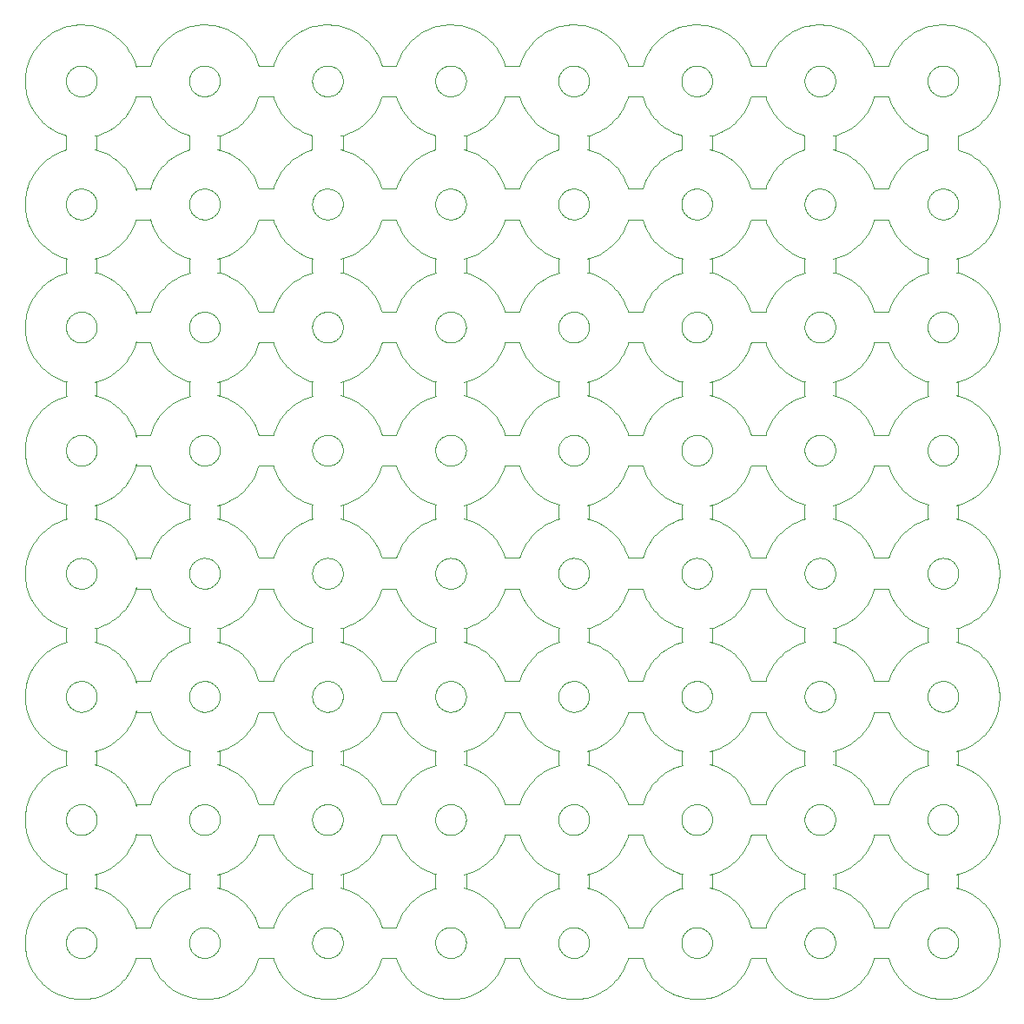
<source format=gbr>
%TF.GenerationSoftware,KiCad,Pcbnew,6.0.4-6f826c9f35~116~ubuntu18.04.1*%
%TF.CreationDate,2022-07-20T17:56:46+03:00*%
%TF.ProjectId,free_dry_electrodes_6i_6o_p8x8s1.0mm,66726565-5f64-4727-995f-656c65637472,rev?*%
%TF.SameCoordinates,Original*%
%TF.FileFunction,Profile,NP*%
%FSLAX46Y46*%
G04 Gerber Fmt 4.6, Leading zero omitted, Abs format (unit mm)*
G04 Created by KiCad (PCBNEW 6.0.4-6f826c9f35~116~ubuntu18.04.1) date 2022-07-20 17:56:46*
%MOMM*%
%LPD*%
G01*
G04 APERTURE LIST*
%TA.AperFunction,Profile*%
%ADD10C,0.100000*%
%TD*%
G04 APERTURE END LIST*
D10*
X27864748Y-89536468D02*
X27723881Y-89769240D01*
X40353868Y-72115314D02*
X40537751Y-72315849D01*
X64016954Y-41310946D02*
X63864748Y-41536468D01*
X77592741Y-87829716D02*
X77365354Y-87979122D01*
X56258170Y-55018928D02*
X56331688Y-55008863D01*
X68847583Y-31040808D02*
X68919298Y-31059866D01*
X31368013Y-43513470D02*
X31418163Y-43458779D01*
X91053507Y-68096438D02*
X91075212Y-68025480D01*
X43769841Y-19188350D02*
X43835578Y-19153929D01*
X106555850Y-97600223D02*
X106805578Y-97492229D01*
X93818456Y-105211782D02*
X93781620Y-105276197D01*
X21818456Y-91787377D02*
X21852062Y-91853534D01*
X47957817Y-72775309D02*
X48165035Y-72598992D01*
X55418163Y-33540380D02*
X55368013Y-33485689D01*
X55129007Y-19887216D02*
X55160966Y-19820247D01*
X81698624Y-21399171D02*
X81652667Y-21457430D01*
X51477514Y-18254245D02*
X51372617Y-18505290D01*
X20847583Y-45958351D02*
X20775014Y-45973838D01*
X64180127Y-95905932D02*
X64353868Y-96115314D01*
X43053507Y-92902721D02*
X43035338Y-92830776D01*
X42998776Y-80536681D02*
X42998776Y-80462478D01*
X33498331Y-33617601D02*
X33441817Y-33665688D01*
X105969041Y-92204670D02*
X105981826Y-92277763D01*
X57932714Y-80938334D02*
X57909261Y-81008734D01*
X87477514Y-106744914D02*
X87594697Y-106990464D01*
X78567576Y-37649554D02*
X78824624Y-37738735D01*
X80847583Y-81958351D02*
X80775014Y-81973838D01*
X109991588Y-104227584D02*
X109971415Y-103956254D01*
X88353868Y-36115314D02*
X88537751Y-36315849D01*
X21552398Y-67432380D02*
X21603885Y-67485814D01*
X21741643Y-79660448D02*
X21781620Y-79722962D01*
X105781620Y-45276197D02*
X105741643Y-45338711D01*
X67035338Y-68830776D02*
X67020749Y-68758021D01*
X103643873Y-105732432D02*
X103583949Y-105688668D01*
X21127570Y-105861211D02*
X21059463Y-105890664D01*
X69998318Y-56499580D02*
X69996482Y-56573760D01*
X107518512Y-51903013D02*
X107287499Y-51759277D01*
X27477514Y-18254245D02*
X27372617Y-18505290D01*
X25057179Y-17422765D02*
X24899441Y-17201077D01*
X45652667Y-67541729D02*
X45698624Y-67599988D01*
X43418163Y-93540380D02*
X43368013Y-93485689D01*
X66998776Y-92462478D02*
X67002446Y-92388365D01*
X99207352Y-66999580D02*
X97788122Y-66999580D01*
X21981826Y-80277763D02*
X21990980Y-80351400D01*
X16731325Y-48507044D02*
X16934119Y-48688432D01*
X78068272Y-85433633D02*
X78315253Y-85547770D01*
X55234617Y-57307701D02*
X55196198Y-57244217D01*
X37338827Y-101888169D02*
X37203760Y-101651983D01*
X68041856Y-91070719D02*
X68113077Y-91049894D01*
X105852062Y-19853534D02*
X105882355Y-19921272D01*
X46555850Y-37600223D02*
X46805578Y-37492229D01*
X105652667Y-69457430D02*
X105603885Y-69513345D01*
X95957817Y-48775309D02*
X96165035Y-48598992D01*
X79643873Y-67266727D02*
X79705888Y-67225980D01*
X68041856Y-43070719D02*
X68113077Y-43049894D01*
X31902936Y-57876359D02*
X31835578Y-57845230D01*
X56113077Y-31049894D02*
X56185240Y-31032616D01*
X57652667Y-79541729D02*
X57698624Y-79599988D01*
X104628024Y-55005198D02*
X104701768Y-55013441D01*
X57259003Y-57792389D02*
X57194138Y-57828426D01*
X105603885Y-67485814D02*
X105652667Y-67541729D01*
X70805578Y-51506930D02*
X70555850Y-51398936D01*
X52537751Y-108315849D02*
X52731325Y-108507044D01*
X19320629Y-69428585D02*
X19276128Y-69369207D01*
X33909261Y-69008734D02*
X33882355Y-69077887D01*
X32628024Y-81993961D02*
X32553963Y-81998547D01*
X83049660Y-25372017D02*
X83287499Y-25239882D01*
X91276128Y-21369207D02*
X91234617Y-21307701D01*
X31020749Y-68241138D02*
X31035338Y-68168383D01*
X56479765Y-57999465D02*
X56405613Y-57996712D01*
X63864748Y-29536468D02*
X63723881Y-29769240D01*
X31320629Y-67570574D02*
X31368013Y-67513470D01*
X27864748Y-65536468D02*
X27723881Y-65769240D01*
X28537751Y-64683310D02*
X28353868Y-64883845D01*
X44405613Y-57996712D02*
X44331688Y-57990296D01*
X95957817Y-52223850D02*
X95742133Y-52057997D01*
X103418163Y-79458779D02*
X103470956Y-79406635D01*
X91100399Y-21043477D02*
X91075212Y-20973679D01*
X31075212Y-44025480D02*
X31100399Y-43955682D01*
X61462048Y-70868414D02*
X61573122Y-70620040D01*
X21698624Y-43599988D02*
X21741643Y-43660448D01*
X69441817Y-31333471D02*
X69498331Y-31381558D01*
X25671778Y-102632681D02*
X25573122Y-102379119D01*
X44553963Y-19000612D02*
X44628024Y-19005198D01*
X91470956Y-93592524D02*
X91418163Y-93540380D01*
X42998776Y-32462478D02*
X43002446Y-32388365D01*
X67276128Y-55629952D02*
X67320629Y-55570574D01*
X66315253Y-39451389D02*
X66068272Y-39565526D01*
X55769841Y-93810809D02*
X55705888Y-93773179D01*
X103009776Y-104684634D02*
X103002446Y-104610794D01*
X68479765Y-90999694D02*
X68553963Y-91000612D01*
X32405613Y-33996712D02*
X32331688Y-33990296D01*
X28537751Y-60315849D02*
X28731325Y-60507044D01*
X100180127Y-65093227D02*
X100016954Y-65310946D01*
X19085767Y-39184064D02*
X18824624Y-39260424D01*
X75477514Y-18254245D02*
X75372617Y-18505290D01*
X18998776Y-44462478D02*
X19002446Y-44388365D01*
X40016954Y-41310946D02*
X39864748Y-41536468D01*
X67526263Y-69641994D02*
X67470956Y-69592524D01*
X44919298Y-33939293D02*
X44847583Y-33958351D01*
X104628024Y-19005198D02*
X104701768Y-19013441D01*
X79418163Y-55458779D02*
X79470956Y-55406635D01*
X60730932Y-48011697D02*
X60899441Y-47798082D01*
X43835578Y-103153929D02*
X43902936Y-103122800D01*
X93059463Y-81890664D02*
X92989982Y-81916713D01*
X92405613Y-21996712D02*
X92331688Y-21990296D01*
X68989982Y-55082446D02*
X69059463Y-55108495D01*
X45741643Y-43660448D02*
X45781620Y-43722962D01*
X48899441Y-59798082D02*
X49057179Y-59576394D01*
X79129007Y-43887216D02*
X79160966Y-43820247D01*
X84730932Y-84011697D02*
X84899441Y-83798082D01*
X76934119Y-96688432D02*
X77145634Y-96859570D01*
X21778959Y-85848407D02*
X22041912Y-85778530D01*
X33552398Y-79432380D02*
X33603885Y-79485814D01*
X37338827Y-47110990D02*
X37462048Y-46868414D01*
X73671778Y-90632681D02*
X73573122Y-90379119D01*
X83957817Y-72775309D02*
X84165035Y-72598992D01*
X52016954Y-41310946D02*
X51864748Y-41536468D01*
X19971752Y-43095041D02*
X20041856Y-43070719D01*
X87280263Y-22237944D02*
X87372617Y-22493869D01*
X91009776Y-68684634D02*
X91002446Y-68610794D01*
X79971752Y-69904118D02*
X79902936Y-69876359D01*
X91100399Y-67955682D02*
X91129007Y-67887216D01*
X87723881Y-71229919D02*
X87864748Y-71462691D01*
X52180127Y-23905932D02*
X52353868Y-24115314D01*
X99280263Y-82237944D02*
X99372617Y-82493869D01*
X20989982Y-31082446D02*
X21059463Y-31108495D01*
X19234617Y-55691458D02*
X19276128Y-55629952D01*
X27200680Y-45977765D02*
X27280263Y-46237944D01*
X108899441Y-95798082D02*
X109057179Y-95576394D01*
X55276128Y-33369207D02*
X55234617Y-33307701D01*
X21552398Y-45566779D02*
X21498331Y-45617601D01*
X103053507Y-104902721D02*
X103035338Y-104830776D01*
X80989982Y-105916713D02*
X80919298Y-105939293D01*
X91053507Y-32096438D02*
X91075212Y-32025480D01*
X63477514Y-94744914D02*
X63594697Y-94990464D01*
X64180127Y-17093227D02*
X64016954Y-17310946D01*
X69781620Y-69276197D02*
X69741643Y-69338711D01*
X81882355Y-69077887D02*
X81852062Y-69145625D01*
X91002446Y-104610794D02*
X90998776Y-104536681D01*
X93909261Y-81008734D02*
X93882355Y-81077887D01*
X66824624Y-109738735D02*
X67085767Y-109815095D01*
X101365354Y-37020037D02*
X101592741Y-37169443D01*
X60730932Y-40987462D02*
X60552066Y-40782440D01*
X67320629Y-57428585D02*
X67276128Y-57369207D01*
X79129007Y-31887216D02*
X79160966Y-31820247D01*
X21996482Y-20425399D02*
X21998318Y-20499580D01*
X104989982Y-103082446D02*
X105059463Y-103108495D01*
X44701768Y-79013441D02*
X44775014Y-79025321D01*
X76016954Y-59688213D02*
X76180127Y-59905932D01*
X40934119Y-100310727D02*
X40731325Y-100492115D01*
X93778959Y-61848407D02*
X94041912Y-61778530D01*
X55526263Y-57641994D02*
X55470956Y-57592524D01*
X25573122Y-94620040D02*
X25671778Y-94366478D01*
X40731325Y-108507044D02*
X40934119Y-108688432D01*
X104775014Y-79025321D02*
X104847583Y-79040808D01*
X56628024Y-31005198D02*
X56701768Y-31013441D01*
X49671778Y-106366478D02*
X49757773Y-106108347D01*
X73462048Y-90130745D02*
X73338827Y-89888169D01*
X15134060Y-79285191D02*
X15080567Y-79551959D01*
X71518512Y-51903013D02*
X71287499Y-51759277D01*
X32989982Y-103082446D02*
X33059463Y-103108495D01*
X69382995Y-69710920D02*
X69322007Y-69753189D01*
X69969041Y-20794489D02*
X69952657Y-20866861D01*
X68775014Y-67025321D02*
X68847583Y-67040808D01*
X20041856Y-105928440D02*
X19971752Y-105904118D01*
X81603885Y-31485814D02*
X81652667Y-31541729D01*
X105059463Y-79108495D02*
X105127570Y-79137948D01*
X19583949Y-57688668D02*
X19526263Y-57641994D01*
X103234617Y-103691458D02*
X103276128Y-103629952D01*
X67020749Y-32241138D02*
X67035338Y-32168383D01*
X67002446Y-68610794D02*
X66998776Y-68536681D01*
X90068272Y-61433633D02*
X90315253Y-61547770D01*
X43526263Y-93641994D02*
X43470956Y-93592524D01*
X20553963Y-19000612D02*
X20628024Y-19005198D01*
X57698624Y-55599988D02*
X57741643Y-55660448D01*
X21652667Y-93457430D02*
X21603885Y-93513345D01*
X79053507Y-32902721D02*
X79035338Y-32830776D01*
X16016954Y-59688213D02*
X16180127Y-59905932D01*
X47287499Y-39759277D02*
X47049660Y-39627142D01*
X16353868Y-76883845D02*
X16180127Y-77093227D01*
X49671778Y-90632681D02*
X49573122Y-90379119D01*
X18998776Y-68462478D02*
X19002446Y-68388365D01*
X43835578Y-81845230D02*
X43769841Y-81810809D01*
X67320629Y-91570574D02*
X67368013Y-91513470D01*
X89827238Y-15691738D02*
X89592741Y-15829716D01*
X49057179Y-35576394D02*
X49203760Y-35347176D01*
X46041912Y-75220629D02*
X45778959Y-75150752D01*
X90999159Y-97789770D02*
X90999159Y-99209389D01*
X67583949Y-33688668D02*
X67526263Y-33641994D01*
X104258170Y-19018928D02*
X104331688Y-19008863D01*
X80331688Y-103008863D02*
X80405613Y-103002447D01*
X105882355Y-21077887D02*
X105852062Y-21145625D01*
X57552398Y-21566779D02*
X57498331Y-21617601D01*
X44628024Y-79005198D02*
X44701768Y-79013441D01*
X57778959Y-51150752D02*
X57999159Y-51209268D01*
X67075212Y-104025480D02*
X67100399Y-103955682D01*
X55470956Y-81592524D02*
X55418163Y-81540380D01*
X73788122Y-102999580D02*
X73757773Y-102890812D01*
X91035338Y-56830776D02*
X91020749Y-56758021D01*
X67418163Y-45540380D02*
X67368013Y-45485689D01*
X91902936Y-57876359D02*
X91835578Y-57845230D01*
X108899441Y-23798082D02*
X109057179Y-23576394D01*
X23957817Y-64223850D02*
X23742133Y-64057997D01*
X67035338Y-92168383D02*
X67053507Y-92096438D01*
X55100399Y-91955682D02*
X55129007Y-91887216D01*
X100537751Y-108315849D02*
X100731325Y-108507044D01*
X69652667Y-81457430D02*
X69603885Y-81513345D01*
X20628024Y-91005198D02*
X20701768Y-91013441D01*
X21909261Y-45008734D02*
X21882355Y-45077887D01*
X31053507Y-104096438D02*
X31075212Y-104025480D01*
X43035338Y-32168383D02*
X43053507Y-32096438D01*
X67100399Y-103955682D02*
X67129007Y-103887216D01*
X99207352Y-33999580D02*
X99280263Y-34237944D01*
X70805578Y-75506930D02*
X70555850Y-75398936D01*
X79835578Y-93845230D02*
X79769841Y-93810809D01*
X81952657Y-104132298D02*
X81969041Y-104204670D01*
X65145634Y-72859570D02*
X65365354Y-73020037D01*
X95287499Y-51759277D02*
X95049660Y-51627142D01*
X25573122Y-78379119D02*
X25462048Y-78130745D01*
X70301087Y-75303425D02*
X70041912Y-75220629D01*
X45498331Y-21617601D02*
X45441817Y-21665688D01*
X63594697Y-46990464D02*
X63723881Y-47229919D01*
X40016954Y-77310946D02*
X39864748Y-77536468D01*
X105852062Y-21145625D02*
X105818456Y-21211782D01*
X31053507Y-20902721D02*
X31035338Y-20830776D01*
X45127570Y-91137948D02*
X45194138Y-91170733D01*
X105698624Y-45399171D02*
X105652667Y-45457430D01*
X31526263Y-81641994D02*
X31470956Y-81592524D01*
X44258170Y-69980231D02*
X44185240Y-69966543D01*
X95518512Y-99903013D02*
X95287499Y-99759277D01*
X81932714Y-56938334D02*
X81909261Y-57008734D01*
X57322007Y-103245970D02*
X57382995Y-103288239D01*
X59957817Y-100223850D02*
X59742133Y-100057997D01*
X108552066Y-64782440D02*
X108363280Y-64586516D01*
X108899441Y-53201077D02*
X108730932Y-52987462D01*
X66824624Y-37738735D02*
X67085767Y-37815095D01*
X20847583Y-103040808D02*
X20919298Y-103059866D01*
X67418163Y-19458779D02*
X67470956Y-19406635D01*
X79705888Y-33773179D02*
X79643873Y-33732432D01*
X81441817Y-103333471D02*
X81498331Y-103381558D01*
X69652667Y-43541729D02*
X69698624Y-43599988D01*
X44479765Y-42999694D02*
X44553963Y-43000612D01*
X69194138Y-67170733D02*
X69259003Y-67206770D01*
X100537751Y-40683310D02*
X100353868Y-40883845D01*
X97338827Y-41888169D02*
X97203760Y-41651983D01*
X56405613Y-69996712D02*
X56331688Y-69990296D01*
X69969041Y-92794489D02*
X69952657Y-92866861D01*
X35287499Y-87759277D02*
X35049660Y-87627142D01*
X45952657Y-56132298D02*
X45969041Y-56204670D01*
X47287499Y-25239882D02*
X47518512Y-25096146D01*
X80775014Y-79025321D02*
X80847583Y-79040808D01*
X21652667Y-79541729D02*
X21698624Y-79599988D01*
X67196198Y-103754942D02*
X67234617Y-103691458D01*
X35742133Y-28057997D02*
X35518512Y-27903013D01*
X25757773Y-94108347D02*
X25830897Y-93846279D01*
X94301087Y-15303425D02*
X94041912Y-15220629D01*
X105818456Y-33211782D02*
X105781620Y-33276197D01*
X33999159Y-97789891D02*
X33778959Y-97848407D01*
X56919298Y-105939293D02*
X56847583Y-105958351D01*
X100353868Y-100883845D02*
X100180127Y-101093227D01*
X25830897Y-93846279D02*
X25788122Y-93999580D01*
X29827238Y-109307421D02*
X30068272Y-109433633D01*
X27372617Y-90505290D02*
X27280263Y-90761215D01*
X105322007Y-21753189D02*
X105259003Y-21792389D01*
X107742133Y-88057997D02*
X107518512Y-87903013D01*
X59742133Y-84941162D02*
X59957817Y-84775309D01*
X92553963Y-91000612D02*
X92628024Y-91005198D01*
X94805578Y-87506930D02*
X94555850Y-87398936D01*
X93127570Y-79137948D02*
X93194138Y-79170733D01*
X51280263Y-90761215D02*
X51207352Y-90999580D01*
X64537751Y-52683310D02*
X64353868Y-52883845D01*
X79368013Y-19513470D02*
X79418163Y-19458779D01*
X45441817Y-91333471D02*
X45498331Y-91381558D01*
X24730932Y-16987462D02*
X24552066Y-16782440D01*
X96363280Y-100586516D02*
X96165035Y-100400167D01*
X15134060Y-43285191D02*
X15080567Y-43551959D01*
X55196198Y-105244217D02*
X55160966Y-105178912D01*
X103971752Y-105904118D02*
X103902936Y-105876359D01*
X56775014Y-103025321D02*
X56847583Y-103040808D01*
X43418163Y-67458779D02*
X43470956Y-67406635D01*
X16537751Y-88683310D02*
X16353868Y-88883845D01*
X97462048Y-46868414D02*
X97573122Y-46620040D01*
X81952657Y-32866861D02*
X81932714Y-32938334D01*
X69259003Y-93792389D02*
X69194138Y-93828426D01*
X15013455Y-92091794D02*
X15000000Y-92363540D01*
X93969041Y-92204670D02*
X93981826Y-92277763D01*
X91971752Y-43095041D02*
X92041856Y-43070719D01*
X108363280Y-64586516D02*
X108165035Y-64400167D01*
X41365354Y-87979122D02*
X41145634Y-88139589D01*
X31470956Y-57592524D02*
X31418163Y-57540380D01*
X75372617Y-42505290D02*
X75280263Y-42761215D01*
X19100399Y-55955682D02*
X19129007Y-55887216D01*
X105059463Y-91108495D02*
X105127570Y-91137948D01*
X37203760Y-77651983D02*
X37057179Y-77422765D01*
X81441817Y-31333471D02*
X81498331Y-31381558D01*
X69441817Y-55333471D02*
X69498331Y-55381558D01*
X99477514Y-34744914D02*
X99594697Y-34990464D01*
X40731325Y-52492115D02*
X40537751Y-52683310D01*
X18068272Y-51565526D02*
X17827238Y-51691738D01*
X95742133Y-64057997D02*
X95518512Y-63903013D01*
X97573122Y-70620040D02*
X97671778Y-70366478D01*
X56185240Y-43032616D02*
X56258170Y-43018928D01*
X67705888Y-45773179D02*
X67643873Y-45732432D01*
X99207352Y-21999580D02*
X99280263Y-22237944D01*
X53145634Y-40139589D02*
X52934119Y-40310727D01*
X55971752Y-69904118D02*
X55902936Y-69876359D01*
X67835578Y-105845230D02*
X67769841Y-105810809D01*
X43320629Y-93428585D02*
X43276128Y-93369207D01*
X21382995Y-103288239D02*
X21441817Y-103333471D01*
X20331688Y-57990296D02*
X20258170Y-57980231D01*
X103769841Y-45810809D02*
X103705888Y-45773179D01*
X80041856Y-103070719D02*
X80113077Y-103049894D01*
X45322007Y-81753189D02*
X45259003Y-81792389D01*
X109998318Y-80499580D02*
X109991588Y-80227584D01*
X31902936Y-43122800D02*
X31971752Y-43095041D01*
X28353868Y-40883845D02*
X28180127Y-41093227D01*
X39207352Y-102999580D02*
X37788122Y-102999580D01*
X80113077Y-33949265D02*
X80041856Y-33928440D01*
X34041912Y-99220629D02*
X33778959Y-99150752D01*
X105781620Y-33276197D02*
X105741643Y-33338711D01*
X104158401Y-109989066D02*
X104430293Y-109999159D01*
X25462048Y-94868414D02*
X25573122Y-94620040D01*
X80701768Y-105985718D02*
X80628024Y-105993961D01*
X77365354Y-51979122D02*
X77145634Y-52139589D01*
X87280263Y-42761215D02*
X87207352Y-42999580D01*
X92331688Y-57990296D02*
X92258170Y-57980231D01*
X31705888Y-21773179D02*
X31643873Y-21732432D01*
X51372617Y-58493869D02*
X51477514Y-58744914D01*
X68775014Y-31025321D02*
X68847583Y-31040808D01*
X90999159Y-39209389D02*
X91085767Y-39184064D01*
X103418163Y-43458779D02*
X103470956Y-43406635D01*
X103971752Y-55095041D02*
X104041856Y-55070719D01*
X81382995Y-67288239D02*
X81441817Y-67333471D01*
X55583949Y-43310491D02*
X55643873Y-43266727D01*
X80701768Y-45985718D02*
X80628024Y-45993961D01*
X99372617Y-66505290D02*
X99280263Y-66761215D01*
X19075212Y-68025480D02*
X19100399Y-67955682D01*
X93741643Y-91660448D02*
X93781620Y-91722962D01*
X55234617Y-79691458D02*
X55276128Y-79629952D01*
X25830897Y-91152880D02*
X25757773Y-90890812D01*
X93932714Y-92060825D02*
X93952657Y-92132298D01*
X80847583Y-103040808D02*
X80919298Y-103059866D01*
X42315253Y-75451389D02*
X42068272Y-75565526D01*
X46805578Y-87506930D02*
X46555850Y-87398936D01*
X91835578Y-105845230D02*
X91769841Y-105810809D01*
X45498331Y-55381558D02*
X45552398Y-55432380D01*
X109462048Y-78130745D02*
X109338827Y-77888169D01*
X68405613Y-103002447D02*
X68479765Y-102999694D01*
X81652667Y-67541729D02*
X81698624Y-67599988D01*
X66315253Y-97547770D02*
X66567576Y-97649554D01*
X56258170Y-19018928D02*
X56331688Y-19008863D01*
X16537751Y-60315849D02*
X16731325Y-60507044D01*
X102824624Y-25738735D02*
X102999159Y-25789770D01*
X27477514Y-22744914D02*
X27594697Y-22990464D01*
X15723881Y-41769240D02*
X15594697Y-42008695D01*
X54315253Y-61547770D02*
X54567576Y-61649554D01*
X81552398Y-105566779D02*
X81498331Y-105617601D01*
X104479765Y-33999465D02*
X104405613Y-33996712D01*
X51372617Y-30505290D02*
X51280263Y-30761215D01*
X17592741Y-27829716D02*
X17365354Y-27979122D01*
X66999159Y-27209389D02*
X66824624Y-27260424D01*
X19035338Y-104830776D02*
X19020749Y-104758021D01*
X80405613Y-31002447D02*
X80479765Y-30999694D01*
X99280263Y-34237944D02*
X99372617Y-34493869D01*
X88731325Y-76492115D02*
X88537751Y-76683310D01*
X54315253Y-37547770D02*
X54567576Y-37649554D01*
X33194138Y-93828426D02*
X33127570Y-93861211D01*
X44989982Y-69916713D02*
X44919298Y-69939293D01*
X93127570Y-43137948D02*
X93194138Y-43170733D01*
X66999159Y-99209389D02*
X67085767Y-99184064D01*
X67160966Y-19820247D02*
X67196198Y-19754942D01*
X106041912Y-25778530D02*
X106301087Y-25695734D01*
X21990980Y-44647759D02*
X21981826Y-44721396D01*
X39280263Y-70237944D02*
X39372617Y-70493869D01*
X57652667Y-19541729D02*
X57698624Y-19599988D01*
X58555850Y-99398936D02*
X58301087Y-99303425D01*
X107742133Y-48941162D02*
X107957817Y-48775309D01*
X33981826Y-68277763D02*
X33990980Y-68351400D01*
X80847583Y-45958351D02*
X80775014Y-45973838D01*
X97757773Y-90890812D02*
X97671778Y-90632681D01*
X91160966Y-81178912D02*
X91129007Y-81111943D01*
X61757773Y-42890812D02*
X61671778Y-42632681D01*
X57969041Y-68204670D02*
X57981826Y-68277763D01*
X84363280Y-48412643D02*
X84552066Y-48216719D01*
X20553963Y-31000612D02*
X20628024Y-31005198D01*
X66824624Y-99260424D02*
X66567576Y-99349605D01*
X23742133Y-36941162D02*
X23957817Y-36775309D01*
X103902936Y-45876359D02*
X103835578Y-45845230D01*
X32919298Y-19059866D02*
X32989982Y-19082446D01*
X45741643Y-31660448D02*
X45781620Y-31722962D01*
X69990980Y-80647759D02*
X69981826Y-80721396D01*
X49788122Y-69999580D02*
X51207352Y-69999580D01*
X18315253Y-85547770D02*
X18567576Y-85649554D01*
X81969041Y-104204670D02*
X81981826Y-104277763D01*
X56553963Y-67000612D02*
X56628024Y-67005198D01*
X15040333Y-21178113D02*
X15080567Y-21447200D01*
X81698624Y-105399171D02*
X81652667Y-105457430D01*
X90315253Y-27451389D02*
X90068272Y-27565526D01*
X52537751Y-24315849D02*
X52731325Y-24507044D01*
X99594697Y-90008695D02*
X99477514Y-90254245D01*
X21603885Y-43485814D02*
X21652667Y-43541729D01*
X93698624Y-81399171D02*
X93652667Y-81457430D01*
X66999159Y-49789770D02*
X66999159Y-51209389D01*
X31705888Y-31225980D02*
X31769841Y-31188350D01*
X29592741Y-51829716D02*
X29365354Y-51979122D01*
X93998318Y-20499580D02*
X93996482Y-20573760D01*
X100353868Y-48115314D02*
X100537751Y-48315849D01*
X31234617Y-79691458D02*
X31276128Y-79629952D01*
X103418163Y-91458779D02*
X103470956Y-91406635D01*
X57127570Y-81861211D02*
X57059463Y-81890664D01*
X56553963Y-43000612D02*
X56628024Y-43005198D01*
X87594697Y-90008695D02*
X87477514Y-90254245D01*
X102999159Y-63209389D02*
X103085767Y-63184064D01*
X55643873Y-21732432D02*
X55583949Y-21688668D01*
X31009776Y-68314525D02*
X31020749Y-68241138D01*
X105998318Y-68499580D02*
X105996482Y-68573760D01*
X76934119Y-72688432D02*
X77145634Y-72859570D01*
X24165035Y-60598992D02*
X24363280Y-60412643D01*
X19002446Y-20610794D02*
X18998776Y-20536681D01*
X61462048Y-42130745D02*
X61338827Y-41888169D01*
X57882355Y-19921272D02*
X57909261Y-19990425D01*
X20185240Y-33966543D02*
X20113077Y-33949265D01*
X83518512Y-75903013D02*
X83287499Y-75759277D01*
X35518512Y-61096146D02*
X35742133Y-60941162D01*
X21932714Y-44060825D02*
X21952657Y-44132298D01*
X21652667Y-19541729D02*
X21698624Y-19599988D01*
X27207352Y-57999580D02*
X27200680Y-57977765D01*
X71518512Y-75903013D02*
X71287499Y-75759277D01*
X33818456Y-21211782D02*
X33781620Y-21276197D01*
X92628024Y-55005198D02*
X92701768Y-55013441D01*
X67009776Y-104314525D02*
X67020749Y-104241138D01*
X20405613Y-69996712D02*
X20331688Y-69990296D01*
X20113077Y-69949265D02*
X20041856Y-69928440D01*
X58041912Y-73778530D02*
X58301087Y-73695734D01*
X24899441Y-65201077D02*
X24730932Y-64987462D01*
X92158401Y-109989066D02*
X92430293Y-109999159D01*
X37788122Y-18999580D02*
X37757773Y-18890812D01*
X67075212Y-80025480D02*
X67100399Y-79955682D01*
X67160966Y-67820247D02*
X67196198Y-67754942D01*
X93778959Y-37848407D02*
X94041912Y-37778530D01*
X102315253Y-49547770D02*
X102567576Y-49649554D01*
X109573122Y-66379119D02*
X109462048Y-66130745D01*
X15000000Y-44363540D02*
X15000000Y-44635619D01*
X31470956Y-55406635D02*
X31526263Y-55357165D01*
X54999159Y-37789770D02*
X54999159Y-39209389D01*
X41827238Y-63691738D02*
X41592741Y-63829716D01*
X57652667Y-33457430D02*
X57603885Y-33513345D01*
X54315253Y-39451389D02*
X54068272Y-39565526D01*
X48552066Y-76782440D02*
X48363280Y-76586516D01*
X61462048Y-94868414D02*
X61573122Y-94620040D01*
X61757773Y-58108347D02*
X61788122Y-57999580D01*
X53827238Y-15691738D02*
X53592741Y-15829716D01*
X96165035Y-76400167D02*
X95957817Y-76223850D01*
X51864748Y-23462691D02*
X52016954Y-23688213D01*
X93741643Y-105338711D02*
X93698624Y-105399171D01*
X80405613Y-45996712D02*
X80331688Y-45990296D01*
X93990980Y-92647759D02*
X93981826Y-92721396D01*
X81652667Y-103541729D02*
X81698624Y-103599988D01*
X79234617Y-67691458D02*
X79276128Y-67629952D01*
X27280263Y-102761215D02*
X27200680Y-103021394D01*
X57441817Y-81665688D02*
X57382995Y-81710920D01*
X95518512Y-61096146D02*
X95742133Y-60941162D01*
X69127570Y-81861211D02*
X69059463Y-81890664D01*
X107518512Y-15903013D02*
X107287499Y-15759277D01*
X57194138Y-43170733D02*
X57259003Y-43206770D01*
X72899441Y-71798082D02*
X73057179Y-71576394D01*
X53827238Y-97307421D02*
X54068272Y-97433633D01*
X33698624Y-79599988D02*
X33741643Y-79660448D01*
X96899441Y-53201077D02*
X96730932Y-52987462D01*
X19002446Y-68610794D02*
X18998776Y-68536681D01*
X31902936Y-33876359D02*
X31835578Y-33845230D01*
X109203760Y-77651983D02*
X109057179Y-77422765D01*
X33603885Y-81513345D02*
X33552398Y-81566779D01*
X69990980Y-20351400D02*
X69996482Y-20425399D01*
X43020749Y-56241138D02*
X43035338Y-56168383D01*
X69969041Y-92204670D02*
X69981826Y-92277763D01*
X32553963Y-45998547D02*
X32479765Y-45999465D01*
X103643873Y-43266727D02*
X103705888Y-43225980D01*
X92701768Y-93985718D02*
X92628024Y-93993961D01*
X45990980Y-92351400D02*
X45996482Y-92425399D01*
X79075212Y-56025480D02*
X79100399Y-55955682D01*
X16537751Y-84315849D02*
X16731325Y-84507044D01*
X37203760Y-17651983D02*
X37057179Y-17422765D01*
X42999159Y-25789770D02*
X42999159Y-27209389D01*
X105952657Y-44132298D02*
X105969041Y-44204670D01*
X69990980Y-44647759D02*
X69981826Y-44721396D01*
X19418163Y-55458779D02*
X19470956Y-55406635D01*
X21552398Y-55432380D02*
X21603885Y-55485814D01*
X55583949Y-81688668D02*
X55526263Y-81641994D01*
X32405613Y-81996712D02*
X32331688Y-81990296D01*
X68628024Y-93993961D02*
X68553963Y-93998547D01*
X60363280Y-76586516D02*
X60165035Y-76400167D01*
X85462048Y-102130745D02*
X85338827Y-101888169D01*
X90567576Y-63349605D02*
X90315253Y-63451389D01*
X72165035Y-64400167D02*
X71957817Y-64223850D01*
X68405613Y-91002447D02*
X68479765Y-90999694D01*
X92405613Y-79002447D02*
X92479765Y-78999694D01*
X92258170Y-69980231D02*
X92185240Y-69966543D01*
X36899441Y-83798082D02*
X37057179Y-83576394D01*
X15000000Y-32363540D02*
X15000000Y-32635619D01*
X68479765Y-18999694D02*
X68553963Y-19000612D01*
X25203760Y-29651983D02*
X25057179Y-29422765D01*
X18824624Y-25738735D02*
X18999159Y-25789770D01*
X43705888Y-79225980D02*
X43769841Y-79188350D01*
X69999159Y-39209268D02*
X69999159Y-37789891D01*
X37338827Y-71110990D02*
X37462048Y-70868414D01*
X82041912Y-39220629D02*
X81778959Y-39150752D01*
X56553963Y-31000612D02*
X56628024Y-31005198D01*
X23049660Y-73372017D02*
X23287499Y-73239882D01*
X63280263Y-102761215D02*
X63207352Y-102999580D01*
X51723881Y-35229919D02*
X51864748Y-35462691D01*
X59049660Y-27627142D02*
X58805578Y-27506930D01*
X30998776Y-68536681D02*
X30998776Y-68462478D01*
X69969041Y-32794489D02*
X69952657Y-32866861D01*
X24363280Y-72412643D02*
X24552066Y-72216719D01*
X19887342Y-109965539D02*
X20158401Y-109989066D01*
X42068272Y-87565526D02*
X41827238Y-87691738D01*
X104113077Y-31049894D02*
X104185240Y-31032616D01*
X75207352Y-81999580D02*
X75280263Y-82237944D01*
X79368013Y-93485689D02*
X79320629Y-93428585D01*
X99372617Y-54505290D02*
X99280263Y-54761215D01*
X46301087Y-49695734D02*
X46555850Y-49600223D01*
X78315253Y-25547770D02*
X78567576Y-25649554D01*
X70041912Y-39220629D02*
X69778959Y-39150752D01*
X81259003Y-43206770D02*
X81322007Y-43245970D01*
X105698624Y-93399171D02*
X105652667Y-93457430D01*
X80258170Y-91018928D02*
X80331688Y-91008863D01*
X91470956Y-105592524D02*
X91418163Y-105540380D01*
X49671778Y-46366478D02*
X49757773Y-46108347D01*
X91276128Y-45369207D02*
X91234617Y-45307701D01*
X69382995Y-33710920D02*
X69322007Y-33753189D01*
X33818456Y-79787377D02*
X33852062Y-79853534D01*
X105909261Y-33008734D02*
X105882355Y-33077887D01*
X80113077Y-93949265D02*
X80041856Y-93928440D01*
X69932714Y-56060825D02*
X69952657Y-56132298D01*
X55971752Y-105904118D02*
X55902936Y-105876359D01*
X47742133Y-16057997D02*
X47518512Y-15903013D01*
X104479765Y-69999465D02*
X104405613Y-69996712D01*
X105952657Y-56132298D02*
X105969041Y-56204670D01*
X31320629Y-31570574D02*
X31368013Y-31513470D01*
X107287499Y-61239882D02*
X107518512Y-61096146D01*
X53827238Y-109307421D02*
X54068272Y-109433633D01*
X91583949Y-45688668D02*
X91526263Y-45641994D01*
X43100399Y-45043477D02*
X43075212Y-44973679D01*
X19196198Y-31754942D02*
X19234617Y-31691458D01*
X80628024Y-67005198D02*
X80701768Y-67013441D01*
X92701768Y-55013441D02*
X92775014Y-55025321D01*
X68553963Y-45998547D02*
X68479765Y-45999465D01*
X109462048Y-22868414D02*
X109573122Y-22620040D01*
X43705888Y-31225980D02*
X43769841Y-31188350D01*
X44701768Y-57985718D02*
X44628024Y-57993961D01*
X67035338Y-56168383D02*
X67053507Y-56096438D01*
X103368013Y-105485689D02*
X103320629Y-105428585D01*
X19835578Y-55153929D02*
X19902936Y-55122800D01*
X105698624Y-57399171D02*
X105652667Y-57457430D01*
X103320629Y-105428585D02*
X103276128Y-105369207D01*
X104919298Y-43059866D02*
X104989982Y-43082446D01*
X84730932Y-40987462D02*
X84552066Y-40782440D01*
X107957817Y-108775309D02*
X108165035Y-108598992D01*
X67583949Y-91310491D02*
X67643873Y-91266727D01*
X34301087Y-49695734D02*
X34555850Y-49600223D01*
X105818456Y-81211782D02*
X105781620Y-81276197D01*
X45996482Y-104425399D02*
X45998318Y-104499580D01*
X67196198Y-33244217D02*
X67160966Y-33178912D01*
X45382995Y-81710920D02*
X45322007Y-81753189D01*
X28180127Y-41093227D02*
X28016954Y-41310946D01*
X69322007Y-45753189D02*
X69259003Y-45792389D01*
X45998318Y-56499580D02*
X45996482Y-56573760D01*
X35287499Y-15759277D02*
X35049660Y-15627142D01*
X72363280Y-40586516D02*
X72165035Y-40400167D01*
X93778959Y-27150752D02*
X93999159Y-27209268D01*
X68628024Y-31005198D02*
X68701768Y-31013441D01*
X45952657Y-80132298D02*
X45969041Y-80204670D01*
X63594697Y-70990464D02*
X63723881Y-71229919D01*
X69741643Y-33338711D02*
X69698624Y-33399171D01*
X27594697Y-54008695D02*
X27477514Y-54254245D01*
X20479765Y-102999694D02*
X20553963Y-103000612D01*
X55035338Y-104830776D02*
X55020749Y-104758021D01*
X43160966Y-67820247D02*
X43196198Y-67754942D01*
X53592741Y-61169443D02*
X53827238Y-61307421D01*
X45382995Y-19288239D02*
X45441817Y-19333471D01*
X95049660Y-87627142D02*
X94805578Y-87506930D01*
X69818456Y-57211782D02*
X69781620Y-57276197D01*
X109671778Y-82366478D02*
X109757773Y-82108347D01*
X45981826Y-104721396D02*
X45969041Y-104794489D01*
X79902936Y-43122800D02*
X79971752Y-43095041D01*
X99723881Y-95229919D02*
X99864748Y-95462691D01*
X54824624Y-85738735D02*
X55085767Y-85815095D01*
X18315253Y-61547770D02*
X18567576Y-61649554D01*
X79769841Y-81810809D02*
X79705888Y-81773179D01*
X93127570Y-33861211D02*
X93059463Y-33890664D01*
X69999159Y-25789891D02*
X69778959Y-25848407D01*
X56702351Y-109995794D02*
X56973909Y-109978978D01*
X104479765Y-30999694D02*
X104553963Y-31000612D01*
X45882355Y-45077887D02*
X45852062Y-45145625D01*
X20185240Y-21966543D02*
X20113077Y-21949265D01*
X91100399Y-19955682D02*
X91129007Y-19887216D01*
X79368013Y-105485689D02*
X79320629Y-105428585D01*
X19470956Y-69592524D02*
X19418163Y-69540380D01*
X105194138Y-21828426D02*
X105127570Y-21861211D01*
X45127570Y-31137948D02*
X45194138Y-31170733D01*
X28731325Y-84507044D02*
X28934119Y-84688432D01*
X32775014Y-93973838D02*
X32701768Y-93985718D01*
X91035338Y-80168383D02*
X91053507Y-80096438D01*
X69778959Y-49848407D02*
X70041912Y-49778530D01*
X31320629Y-91570574D02*
X31368013Y-91513470D01*
X31583949Y-81688668D02*
X31526263Y-81641994D01*
X109462048Y-18130745D02*
X109338827Y-17888169D01*
X57818456Y-55787377D02*
X57852062Y-55853534D01*
X71742133Y-64057997D02*
X71518512Y-63903013D01*
X75207352Y-42999580D02*
X73788122Y-42999580D01*
X45999159Y-39209268D02*
X45999159Y-37789891D01*
X45127570Y-79137948D02*
X45194138Y-79170733D01*
X60165035Y-28400167D02*
X59957817Y-28223850D01*
X87723881Y-23229919D02*
X87864748Y-23462691D01*
X103526263Y-103357165D02*
X103583949Y-103310491D01*
X16934119Y-64310727D02*
X16731325Y-64492115D01*
X93603885Y-31485814D02*
X93652667Y-31541729D01*
X82041912Y-109778530D02*
X82301087Y-109695734D01*
X56847583Y-21958351D02*
X56775014Y-21973838D01*
X103009776Y-56684634D02*
X103002446Y-56610794D01*
X101145634Y-64139589D02*
X100934119Y-64310727D01*
X60730932Y-100987462D02*
X60552066Y-100782440D01*
X81698624Y-45399171D02*
X81652667Y-45457430D01*
X45259003Y-91206770D02*
X45322007Y-91245970D01*
X31085767Y-51184064D02*
X30824624Y-51260424D01*
X33952657Y-20866861D02*
X33932714Y-20938334D01*
X91320629Y-21428585D02*
X91276128Y-21369207D01*
X24165035Y-96598992D02*
X24363280Y-96412643D01*
X29827238Y-97307421D02*
X30068272Y-97433633D01*
X80113077Y-67049894D02*
X80185240Y-67032616D01*
X16180127Y-107905932D02*
X16353868Y-108115314D01*
X67234617Y-67691458D02*
X67276128Y-67629952D01*
X36363280Y-88586516D02*
X36165035Y-88400167D01*
X81852062Y-43853534D02*
X81882355Y-43921272D01*
X45498331Y-67381558D02*
X45552398Y-67432380D01*
X102824624Y-27260424D02*
X102567576Y-27349605D01*
X84552066Y-100782440D02*
X84363280Y-100586516D01*
X37203760Y-59347176D02*
X37338827Y-59110990D01*
X32989982Y-91082446D02*
X33059463Y-91108495D01*
X40537751Y-76683310D02*
X40353868Y-76883845D01*
X55020749Y-56241138D02*
X55035338Y-56168383D01*
X93932714Y-104938334D02*
X93909261Y-105008734D01*
X35049660Y-51627142D02*
X34805578Y-51506930D01*
X55009776Y-56684634D02*
X55002446Y-56610794D01*
X15864748Y-107462691D02*
X16016954Y-107688213D01*
X105552398Y-33566779D02*
X105498331Y-33617601D01*
X17827238Y-15691738D02*
X17592741Y-15829716D01*
X54998776Y-80462478D02*
X55002446Y-80388365D01*
X69552398Y-91432380D02*
X69603885Y-91485814D01*
X108363280Y-84412643D02*
X108552066Y-84216719D01*
X45990980Y-44351400D02*
X45996482Y-44425399D01*
X87207352Y-93999580D02*
X87280263Y-94237944D01*
X42824624Y-49738735D02*
X43085767Y-49815095D01*
X81932714Y-20060825D02*
X81952657Y-20132298D01*
X105909261Y-43990425D02*
X105932714Y-44060825D01*
X43053507Y-56902721D02*
X43035338Y-56830776D01*
X81552398Y-91432380D02*
X81603885Y-91485814D01*
X63477514Y-70744914D02*
X63594697Y-70990464D01*
X44113077Y-69949265D02*
X44041856Y-69928440D01*
X93259003Y-19206770D02*
X93322007Y-19245970D01*
X81909261Y-55990425D02*
X81932714Y-56060825D01*
X79902936Y-31122800D02*
X79971752Y-31095041D01*
X76180127Y-47905932D02*
X76353868Y-48115314D01*
X79320629Y-103570574D02*
X79368013Y-103513470D01*
X27477514Y-90254245D02*
X27372617Y-90505290D01*
X81698624Y-79599988D02*
X81741643Y-79660448D01*
X69259003Y-69792389D02*
X69194138Y-69828426D01*
X105981826Y-104277763D02*
X105990980Y-104351400D01*
X33194138Y-45828426D02*
X33127570Y-45861211D01*
X35742133Y-100057997D02*
X35518512Y-99903013D01*
X35518512Y-99903013D02*
X35287499Y-99759277D01*
X103643873Y-103266727D02*
X103705888Y-103225980D01*
X29365354Y-51979122D02*
X29145634Y-52139589D01*
X33818456Y-105211782D02*
X33781620Y-105276197D01*
X99280263Y-70237944D02*
X99372617Y-70493869D01*
X15594697Y-70990464D02*
X15723881Y-71229919D01*
X45990980Y-44647759D02*
X45981826Y-44721396D01*
X93259003Y-69792389D02*
X93194138Y-69828426D01*
X25788122Y-45999580D02*
X27207352Y-45999580D01*
X31002446Y-56388365D02*
X31009776Y-56314525D01*
X35518512Y-75903013D02*
X35287499Y-75759277D01*
X81778959Y-51150752D02*
X81999159Y-51209268D01*
X105382995Y-105710920D02*
X105322007Y-105753189D01*
X109830897Y-103152880D02*
X109757773Y-102890812D01*
X32628024Y-33993961D02*
X32553963Y-33998547D01*
X49757773Y-90890812D02*
X49671778Y-90632681D01*
X92405613Y-105996712D02*
X92331688Y-105990296D01*
X45552398Y-105566779D02*
X45498331Y-105617601D01*
X108899441Y-17201077D02*
X108730932Y-16987462D01*
X52180127Y-89093227D02*
X52016954Y-89310946D01*
X19470956Y-43406635D02*
X19526263Y-43357165D01*
X90068272Y-27565526D02*
X89827238Y-27691738D01*
X101145634Y-100139589D02*
X100934119Y-100310727D01*
X103196198Y-57244217D02*
X103160966Y-57178912D01*
X69981826Y-80721396D02*
X69969041Y-80794489D01*
X91085767Y-51184064D02*
X90824624Y-51260424D01*
X64353868Y-88883845D02*
X64180127Y-89093227D01*
X68919298Y-69939293D02*
X68847583Y-69958351D01*
X21059463Y-79108495D02*
X21127570Y-79137948D01*
X63723881Y-71229919D02*
X63864748Y-71462691D01*
X56919298Y-21939293D02*
X56847583Y-21958351D01*
X80158401Y-15010093D02*
X79887342Y-15033620D01*
X73788122Y-54999580D02*
X73757773Y-54890812D01*
X61338827Y-83110990D02*
X61462048Y-82868414D01*
X78567576Y-87349605D02*
X78315253Y-87451389D01*
X52353868Y-16883845D02*
X52180127Y-17093227D01*
X55769841Y-31188350D02*
X55835578Y-31153929D01*
X45059463Y-91108495D02*
X45127570Y-91137948D01*
X33382995Y-81710920D02*
X33322007Y-81753189D01*
X102567576Y-49649554D02*
X102824624Y-49738735D01*
X81778959Y-63150752D02*
X81999159Y-63209268D01*
X105932714Y-104938334D02*
X105909261Y-105008734D01*
X108552066Y-88782440D02*
X108363280Y-88586516D01*
X72899441Y-23798082D02*
X73057179Y-23576394D01*
X61057179Y-77422765D02*
X60899441Y-77201077D01*
X67769841Y-105810809D02*
X67705888Y-105773179D01*
X69603885Y-57513345D02*
X69552398Y-57566779D01*
X97203760Y-77651983D02*
X97057179Y-77422765D01*
X52537751Y-52683310D02*
X52353868Y-52883845D01*
X57996482Y-80573760D02*
X57990980Y-80647759D01*
X42068272Y-51565526D02*
X41827238Y-51691738D01*
X61671778Y-102632681D02*
X61573122Y-102379119D01*
X15723881Y-71229919D02*
X15864748Y-71462691D01*
X79053507Y-44902721D02*
X79035338Y-44830776D01*
X100934119Y-48688432D02*
X101145634Y-48859570D01*
X92479765Y-21999465D02*
X92405613Y-21996712D01*
X91418163Y-45540380D02*
X91368013Y-45485689D01*
X80628024Y-93993961D02*
X80553963Y-93998547D01*
X19526263Y-69641994D02*
X19470956Y-69592524D01*
X32919298Y-31059866D02*
X32989982Y-31082446D01*
X69882355Y-91921272D02*
X69909261Y-91990425D01*
X92775014Y-93973838D02*
X92701768Y-93985718D01*
X102998776Y-92536681D02*
X102998776Y-92462478D01*
X78068272Y-39565526D02*
X77827238Y-39691738D01*
X103705888Y-19225980D02*
X103769841Y-19188350D01*
X55470956Y-103406635D02*
X55526263Y-103357165D01*
X42315253Y-39451389D02*
X42068272Y-39565526D01*
X37788122Y-78999580D02*
X37757773Y-78890812D01*
X40016954Y-53310946D02*
X39864748Y-53536468D01*
X15134060Y-31285191D02*
X15080567Y-31551959D01*
X33441817Y-57665688D02*
X33382995Y-57710920D01*
X69852062Y-67853534D02*
X69882355Y-67921272D01*
X79129007Y-91887216D02*
X79160966Y-91820247D01*
X15594697Y-42008695D02*
X15477514Y-42254245D01*
X48165035Y-84598992D02*
X48363280Y-84412643D01*
X55276128Y-67629952D02*
X55320629Y-67570574D01*
X80553963Y-81998547D02*
X80479765Y-81999465D01*
X43418163Y-81540380D02*
X43368013Y-81485689D01*
X81441817Y-45665688D02*
X81382995Y-45710920D01*
X90567576Y-99349605D02*
X90315253Y-99451389D01*
X28016954Y-65310946D02*
X27864748Y-65536468D01*
X109830897Y-57846279D02*
X109890971Y-57580915D01*
X56989982Y-79082446D02*
X57059463Y-79108495D01*
X15134060Y-103285191D02*
X15080567Y-103551959D01*
X32185240Y-69966543D02*
X32113077Y-69949265D01*
X70805578Y-87506930D02*
X70555850Y-87398936D01*
X71518512Y-85096146D02*
X71742133Y-84941162D01*
X27594697Y-18008695D02*
X27477514Y-18254245D01*
X44701768Y-21985718D02*
X44628024Y-21993961D01*
X102824624Y-99260424D02*
X102567576Y-99349605D01*
X67196198Y-21244217D02*
X67160966Y-21178912D01*
X93818456Y-93211782D02*
X93781620Y-93276197D01*
X31002446Y-92388365D02*
X31009776Y-92314525D01*
X67276128Y-105369207D02*
X67234617Y-105307701D01*
X81652667Y-81457430D02*
X81603885Y-81513345D01*
X82555850Y-25600223D02*
X82805578Y-25492229D01*
X43902936Y-43122800D02*
X43971752Y-43095041D01*
X45996482Y-44425399D02*
X45998318Y-44499580D01*
X92331688Y-93990296D02*
X92258170Y-93980231D01*
X103643873Y-33732432D02*
X103583949Y-33688668D01*
X92185240Y-43032616D02*
X92258170Y-43018928D01*
X59518512Y-85096146D02*
X59742133Y-84941162D01*
X43075212Y-32973679D02*
X43053507Y-32902721D01*
X104430293Y-109999159D02*
X104702351Y-109995794D01*
X102315253Y-73547770D02*
X102567576Y-73649554D01*
X87477514Y-94744914D02*
X87594697Y-94990464D01*
X103196198Y-21244217D02*
X103160966Y-21178912D01*
X63864748Y-77536468D02*
X63723881Y-77769240D01*
X41145634Y-52139589D02*
X40934119Y-52310727D01*
X31085767Y-39184064D02*
X30824624Y-39260424D01*
X33781620Y-19722962D02*
X33818456Y-19787377D01*
X79526263Y-69641994D02*
X79470956Y-69592524D01*
X55971752Y-21904118D02*
X55902936Y-21876359D01*
X37057179Y-35576394D02*
X37203760Y-35347176D01*
X44701768Y-93985718D02*
X44628024Y-93993961D01*
X56989982Y-103082446D02*
X57059463Y-103108495D01*
X68405613Y-21996712D02*
X68331688Y-21990296D01*
X80041856Y-79070719D02*
X80113077Y-79049894D01*
X103368013Y-57485689D02*
X103320629Y-57428585D01*
X45259003Y-19206770D02*
X45322007Y-19245970D01*
X21909261Y-91990425D02*
X21932714Y-92060825D01*
X45698624Y-33399171D02*
X45652667Y-33457430D01*
X21909261Y-33008734D02*
X21882355Y-33077887D01*
X94301087Y-97695734D02*
X94555850Y-97600223D01*
X45603885Y-31485814D02*
X45652667Y-31541729D01*
X81952657Y-68132298D02*
X81969041Y-68204670D01*
X106041912Y-75220629D02*
X105778959Y-75150752D01*
X31035338Y-68168383D02*
X31053507Y-68096438D01*
X33652667Y-79541729D02*
X33698624Y-79599988D01*
X79075212Y-32973679D02*
X79053507Y-32902721D01*
X69818456Y-33211782D02*
X69781620Y-33276197D01*
X57127570Y-43137948D02*
X57194138Y-43170733D01*
X103020749Y-92241138D02*
X103035338Y-92168383D01*
X101145634Y-96859570D02*
X101365354Y-97020037D01*
X96899441Y-95798082D02*
X97057179Y-95576394D01*
X43196198Y-103754942D02*
X43234617Y-103691458D01*
X20989982Y-79082446D02*
X21059463Y-79108495D01*
X57996482Y-104425399D02*
X57998318Y-104499580D01*
X29592741Y-99829716D02*
X29365354Y-99979122D01*
X21652667Y-21457430D02*
X21603885Y-21513345D01*
X33603885Y-33513345D02*
X33552398Y-33566779D01*
X75207352Y-18999580D02*
X73788122Y-18999580D01*
X21852062Y-79853534D02*
X21882355Y-79921272D01*
X78567576Y-99349605D02*
X78315253Y-99451389D01*
X88537751Y-100683310D02*
X88353868Y-100883845D01*
X109998318Y-92499580D02*
X109991588Y-92227584D01*
X103902936Y-103122800D02*
X103971752Y-103095041D01*
X87280263Y-46237944D02*
X87372617Y-46493869D01*
X56701768Y-45985718D02*
X56628024Y-45993961D01*
X79100399Y-57043477D02*
X79075212Y-56973679D01*
X32331688Y-91008863D02*
X32405613Y-91002447D01*
X103160966Y-105178912D02*
X103129007Y-105111943D01*
X83957817Y-76223850D02*
X83742133Y-76057997D01*
X99372617Y-82493869D02*
X99477514Y-82744914D01*
X21932714Y-68060825D02*
X21952657Y-68132298D01*
X43002446Y-56388365D02*
X43009776Y-56314525D01*
X60165035Y-88400167D02*
X59957817Y-88223850D01*
X92331688Y-33990296D02*
X92258170Y-33980231D01*
X105059463Y-33890664D02*
X104989982Y-33916713D01*
X105990980Y-32351400D02*
X105996482Y-32425399D01*
X92331688Y-79008863D02*
X92405613Y-79002447D01*
X46555850Y-109600223D02*
X46805578Y-109492229D01*
X23957817Y-36775309D02*
X24165035Y-36598992D01*
X69127570Y-57861211D02*
X69059463Y-57890664D01*
X55526263Y-67357165D02*
X55583949Y-67310491D01*
X52934119Y-108688432D02*
X53145634Y-108859570D01*
X81741643Y-21338711D02*
X81698624Y-21399171D01*
X105194138Y-69828426D02*
X105127570Y-69861211D01*
X20331688Y-31008863D02*
X20405613Y-31002447D01*
X91769841Y-21810809D02*
X91705888Y-21773179D01*
X61338827Y-107110990D02*
X61462048Y-106868414D01*
X76353868Y-52883845D02*
X76180127Y-53093227D01*
X44989982Y-81916713D02*
X44919298Y-81939293D01*
X54998776Y-44462478D02*
X55002446Y-44388365D01*
X104258170Y-43018928D02*
X104331688Y-43008863D01*
X105909261Y-93008734D02*
X105882355Y-93077887D01*
X57990980Y-92351400D02*
X57996482Y-92425399D01*
X29365354Y-15979122D02*
X29145634Y-16139589D01*
X27477514Y-66254245D02*
X27372617Y-66505290D01*
X103418163Y-33540380D02*
X103368013Y-33485689D01*
X70041912Y-109778530D02*
X70301087Y-109695734D01*
X69778959Y-73848407D02*
X70041912Y-73778530D01*
X56919298Y-79059866D02*
X56989982Y-79082446D01*
X93652667Y-91541729D02*
X93698624Y-91599988D01*
X72363280Y-88586516D02*
X72165035Y-88400167D01*
X75723881Y-47229919D02*
X75864748Y-47462691D01*
X20258170Y-93980231D02*
X20185240Y-93966543D01*
X22555850Y-37600223D02*
X22805578Y-37492229D01*
X81969041Y-32794489D02*
X81952657Y-32866861D01*
X65827238Y-51691738D02*
X65592741Y-51829716D01*
X69990980Y-104647759D02*
X69981826Y-104721396D01*
X109671778Y-34366478D02*
X109757773Y-34108347D01*
X96899441Y-101201077D02*
X96730932Y-100987462D01*
X67035338Y-104168383D02*
X67053507Y-104096438D01*
X94555850Y-27398936D02*
X94301087Y-27303425D01*
X19705888Y-45773179D02*
X19643873Y-45732432D01*
X45652667Y-105457430D02*
X45603885Y-105513345D01*
X27207352Y-42999580D02*
X25788122Y-42999580D01*
X55053507Y-68902721D02*
X55035338Y-68830776D01*
X39280263Y-34237944D02*
X39372617Y-34493869D01*
X92989982Y-57916713D02*
X92919298Y-57939293D01*
X31009776Y-68684634D02*
X31002446Y-68610794D01*
X69781620Y-43722962D02*
X69818456Y-43787377D01*
X60165035Y-52400167D02*
X59957817Y-52223850D01*
X27207352Y-66999580D02*
X26499159Y-66999580D01*
X15477514Y-22744914D02*
X15594697Y-22990464D01*
X93322007Y-79245970D02*
X93382995Y-79288239D01*
X42567576Y-37649554D02*
X42824624Y-37738735D01*
X95049660Y-61372017D02*
X95287499Y-61239882D01*
X35957817Y-16223850D02*
X35742133Y-16057997D01*
X73671778Y-106366478D02*
X73757773Y-106108347D01*
X80331688Y-93990296D02*
X80258170Y-93980231D01*
X32989982Y-19082446D02*
X33059463Y-19108495D01*
X39723881Y-101769240D02*
X39594697Y-102008695D01*
X39723881Y-41769240D02*
X39594697Y-42008695D01*
X56479765Y-90999694D02*
X56553963Y-91000612D01*
X51207352Y-90999580D02*
X49788122Y-90999580D01*
X17145634Y-60859570D02*
X17365354Y-61020037D01*
X109971415Y-55956254D02*
X109937849Y-55686254D01*
X109890971Y-19418244D02*
X109830897Y-19152880D01*
X82805578Y-15506930D02*
X82555850Y-15398936D01*
X81990980Y-32351400D02*
X81996482Y-32425399D01*
X97057179Y-107576394D02*
X97203760Y-107347176D01*
X108730932Y-48011697D02*
X108899441Y-47798082D01*
X29592741Y-87829716D02*
X29365354Y-87979122D01*
X19129007Y-55887216D02*
X19160966Y-55820247D01*
X94805578Y-99506930D02*
X94555850Y-99398936D01*
X57909261Y-69008734D02*
X57882355Y-69077887D01*
X19234617Y-43691458D02*
X19276128Y-43629952D01*
X79902936Y-19122800D02*
X79971752Y-19095041D01*
X39280263Y-46237944D02*
X39372617Y-46493869D01*
X79053507Y-80902721D02*
X79035338Y-80830776D01*
X80113077Y-19049894D02*
X80185240Y-19032616D01*
X88016954Y-17310946D02*
X87864748Y-17536468D01*
X57998318Y-104499580D02*
X57996482Y-104573760D01*
X16016954Y-29310946D02*
X15864748Y-29536468D01*
X100016954Y-83688213D02*
X100180127Y-83905932D01*
X99207352Y-93999580D02*
X99280263Y-94237944D01*
X21127570Y-31137948D02*
X21194138Y-31170733D01*
X55196198Y-91754942D02*
X55234617Y-91691458D01*
X81127570Y-33861211D02*
X81059463Y-33890664D01*
X27864748Y-41536468D02*
X27723881Y-41769240D01*
X36552066Y-108216719D02*
X36730932Y-108011697D01*
X21990980Y-80647759D02*
X21981826Y-80721396D01*
X69603885Y-93513345D02*
X69552398Y-93566779D01*
X47287499Y-73239882D02*
X47518512Y-73096146D01*
X104775014Y-81973838D02*
X104701768Y-81985718D01*
X31835578Y-21845230D02*
X31769841Y-21810809D01*
X43129007Y-33111943D02*
X43100399Y-33043477D01*
X95957817Y-84775309D02*
X96165035Y-84598992D01*
X43418163Y-45540380D02*
X43368013Y-45485689D01*
X55009776Y-32314525D02*
X55020749Y-32241138D01*
X41827238Y-51691738D02*
X41592741Y-51829716D01*
X51594697Y-102008695D02*
X51477514Y-102254245D01*
X37788122Y-45999580D02*
X39207352Y-45999580D01*
X104553963Y-91000612D02*
X104628024Y-91005198D01*
X51280263Y-42761215D02*
X51207352Y-42999580D01*
X69498331Y-33617601D02*
X69441817Y-33665688D01*
X81969041Y-20794489D02*
X81952657Y-20866861D01*
X60363280Y-36412643D02*
X60552066Y-36216719D01*
X21996482Y-80573760D02*
X21990980Y-80647759D01*
X48730932Y-72011697D02*
X48899441Y-71798082D01*
X72899441Y-47798082D02*
X73057179Y-47576394D01*
X104041856Y-103070719D02*
X104113077Y-103049894D01*
X24899441Y-83798082D02*
X25057179Y-83576394D01*
X21498331Y-19381558D02*
X21552398Y-19432380D01*
X69259003Y-55206770D02*
X69322007Y-55245970D01*
X91234617Y-105307701D02*
X91196198Y-105244217D01*
X21952657Y-56866861D02*
X21932714Y-56938334D01*
X56113077Y-43049894D02*
X56185240Y-43032616D01*
X18998776Y-92536681D02*
X18998776Y-92462478D01*
X60165035Y-76400167D02*
X59957817Y-76223850D01*
X85203760Y-65651983D02*
X85057179Y-65422765D01*
X60730932Y-108011697D02*
X60899441Y-107798082D01*
X57909261Y-55990425D02*
X57932714Y-56060825D01*
X81741643Y-33338711D02*
X81698624Y-33399171D01*
X109991588Y-80771575D02*
X109998318Y-80499580D01*
X93981826Y-32721396D02*
X93969041Y-32794489D01*
X81952657Y-80866861D02*
X81932714Y-80938334D01*
X106805578Y-61492229D02*
X107049660Y-61372017D01*
X57698624Y-93399171D02*
X57652667Y-93457430D01*
X71518512Y-99903013D02*
X71287499Y-99759277D01*
X68628024Y-43005198D02*
X68701768Y-43013441D01*
X77827238Y-109307421D02*
X78068272Y-109433633D01*
X55035338Y-92830776D02*
X55020749Y-92758021D01*
X93999159Y-37789891D02*
X93778959Y-37848407D01*
X79368013Y-69485689D02*
X79320629Y-69428585D01*
X87280263Y-66761215D02*
X87207352Y-66999580D01*
X48899441Y-71798082D02*
X49057179Y-71576394D01*
X91129007Y-67887216D02*
X91160966Y-67820247D01*
X39594697Y-46990464D02*
X39723881Y-47229919D01*
X57259003Y-31206770D02*
X57322007Y-31245970D01*
X35518512Y-25096146D02*
X35742133Y-24941162D01*
X81652667Y-79541729D02*
X81698624Y-79599988D01*
X15080567Y-55551959D02*
X15040333Y-55821046D01*
X34041912Y-85778530D02*
X34301087Y-85695734D01*
X80113077Y-45949265D02*
X80041856Y-45928440D01*
X19276128Y-69369207D02*
X19234617Y-69307701D01*
X108730932Y-24011697D02*
X108899441Y-23798082D01*
X15134060Y-93713968D02*
X15200680Y-93977765D01*
X106301087Y-51303425D02*
X106041912Y-51220629D01*
X57552398Y-105566779D02*
X57498331Y-105617601D01*
X31196198Y-55754942D02*
X31234617Y-55691458D01*
X109991588Y-68771575D02*
X109998318Y-68499580D01*
X91705888Y-105773179D02*
X91643873Y-105732432D01*
X80258170Y-55018928D02*
X80331688Y-55008863D01*
X67835578Y-69845230D02*
X67769841Y-69810809D01*
X91196198Y-67754942D02*
X91234617Y-67691458D01*
X45059463Y-57890664D02*
X44989982Y-57916713D01*
X33127570Y-21861211D02*
X33059463Y-21890664D01*
X32847583Y-33958351D02*
X32775014Y-33973838D01*
X45194138Y-45828426D02*
X45127570Y-45861211D01*
X65145634Y-28139589D02*
X64934119Y-28310727D01*
X69194138Y-55170733D02*
X69259003Y-55206770D01*
X105781620Y-91722962D02*
X105818456Y-91787377D01*
X97757773Y-46108347D02*
X97788122Y-45999580D01*
X61462048Y-54130745D02*
X61338827Y-53888169D01*
X67320629Y-21428585D02*
X67276128Y-21369207D01*
X34041912Y-73778530D02*
X34301087Y-73695734D01*
X21441817Y-105665688D02*
X21382995Y-105710920D01*
X47518512Y-73096146D02*
X47742133Y-72941162D01*
X42998776Y-92462478D02*
X43002446Y-92388365D01*
X55196198Y-19754942D02*
X55234617Y-19691458D01*
X90998776Y-80536681D02*
X90998776Y-80462478D01*
X20701768Y-19013441D02*
X20775014Y-19025321D01*
X97671778Y-18632681D02*
X97573122Y-18379119D01*
X15372617Y-18505290D02*
X15280263Y-18761215D01*
X31971752Y-67095041D02*
X32041856Y-67070719D01*
X18567576Y-87349605D02*
X18315253Y-87451389D01*
X20258170Y-67018928D02*
X20331688Y-67008863D01*
X43526263Y-57641994D02*
X43470956Y-57592524D01*
X21818456Y-21211782D02*
X21781620Y-21276197D01*
X68185240Y-79032616D02*
X68258170Y-79018928D01*
X48552066Y-72216719D02*
X48730932Y-72011697D01*
X93127570Y-91137948D02*
X93194138Y-91170733D01*
X55009776Y-104314525D02*
X55020749Y-104241138D01*
X41365354Y-15979122D02*
X41145634Y-16139589D01*
X91002446Y-20610794D02*
X90998776Y-20536681D01*
X84552066Y-36216719D02*
X84730932Y-36011697D01*
X102998776Y-32536681D02*
X102998776Y-32462478D01*
X109573122Y-42379119D02*
X109462048Y-42130745D01*
X45698624Y-105399171D02*
X45652667Y-105457430D01*
X33441817Y-67333471D02*
X33498331Y-67381558D01*
X91276128Y-55629952D02*
X91320629Y-55570574D01*
X57059463Y-91108495D02*
X57127570Y-91137948D01*
X25462048Y-82868414D02*
X25573122Y-82620040D01*
X20847583Y-93958351D02*
X20775014Y-93973838D01*
X85057179Y-47576394D02*
X85203760Y-47347176D01*
X42068272Y-39565526D02*
X41827238Y-39691738D01*
X91583949Y-21688668D02*
X91526263Y-21641994D01*
X19276128Y-67629952D02*
X19320629Y-67570574D01*
X45778959Y-97848407D02*
X46041912Y-97778530D01*
X67160966Y-79820247D02*
X67196198Y-79754942D01*
X69127570Y-21861211D02*
X69059463Y-21890664D01*
X21818456Y-103787377D02*
X21852062Y-103853534D01*
X83518512Y-63903013D02*
X83287499Y-63759277D01*
X92479765Y-66999694D02*
X92553963Y-67000612D01*
X104185240Y-33966543D02*
X104113077Y-33949265D01*
X109757773Y-30890812D02*
X109671778Y-30632681D01*
X104331688Y-105990296D02*
X104258170Y-105980231D01*
X49338827Y-101888169D02*
X49203760Y-101651983D01*
X71049660Y-63627142D02*
X70805578Y-63506930D01*
X51723881Y-17769240D02*
X51594697Y-18008695D01*
X33952657Y-56866861D02*
X33932714Y-56938334D01*
X79085767Y-39184064D02*
X78824624Y-39260424D01*
X105781620Y-67722962D02*
X105818456Y-67787377D01*
X67470956Y-55406635D02*
X67526263Y-55357165D01*
X91583949Y-31310491D02*
X91643873Y-31266727D01*
X79002446Y-68610794D02*
X78998776Y-68536681D01*
X105059463Y-43108495D02*
X105127570Y-43137948D01*
X45998318Y-104499580D02*
X45996482Y-104573760D01*
X21999159Y-87209268D02*
X21999159Y-85789891D01*
X39207352Y-81999580D02*
X39280263Y-82237944D01*
X49757773Y-58108347D02*
X49788122Y-57999580D01*
X65827238Y-97307421D02*
X66068272Y-97433633D01*
X40731325Y-64492115D02*
X40537751Y-64683310D01*
X101592741Y-39829716D02*
X101365354Y-39979122D01*
X49757773Y-42890812D02*
X49671778Y-42632681D01*
X95518512Y-25096146D02*
X95742133Y-24941162D01*
X93194138Y-21828426D02*
X93127570Y-21861211D01*
X81818456Y-105211782D02*
X81781620Y-105276197D01*
X105603885Y-105513345D02*
X105552398Y-105566779D01*
X93998318Y-80499580D02*
X93996482Y-80573760D01*
X55320629Y-79570574D02*
X55368013Y-79513470D01*
X33990980Y-32647759D02*
X33981826Y-32721396D01*
X55020749Y-92758021D02*
X55009776Y-92684634D01*
X21909261Y-93008734D02*
X21882355Y-93077887D01*
X31368013Y-81485689D02*
X31320629Y-81428585D01*
X21498331Y-45617601D02*
X21441817Y-45665688D01*
X105852062Y-69145625D02*
X105818456Y-69211782D01*
X19971752Y-21904118D02*
X19902936Y-21876359D01*
X20041856Y-31070719D02*
X20113077Y-31049894D01*
X91129007Y-19887216D02*
X91160966Y-19820247D01*
X87864748Y-47462691D02*
X88016954Y-47688213D01*
X32113077Y-31049894D02*
X32185240Y-31032616D01*
X77365354Y-87979122D02*
X77145634Y-88139589D01*
X58555850Y-61600223D02*
X58805578Y-61492229D01*
X63723881Y-17769240D02*
X63594697Y-18008695D01*
X32553963Y-43000612D02*
X32628024Y-43005198D01*
X37462048Y-106868414D02*
X37573122Y-106620040D01*
X56331688Y-91008863D02*
X56405613Y-91002447D01*
X23049660Y-39627142D02*
X22805578Y-39506930D01*
X105952657Y-44866861D02*
X105932714Y-44938334D01*
X103100399Y-79955682D02*
X103129007Y-79887216D01*
X31418163Y-93540380D02*
X31368013Y-93485689D01*
X103835578Y-69845230D02*
X103769841Y-69810809D01*
X45194138Y-105828426D02*
X45127570Y-105861211D01*
X84899441Y-23798082D02*
X85057179Y-23576394D01*
X107518512Y-97096146D02*
X107742133Y-96941162D01*
X107957817Y-48775309D02*
X108165035Y-48598992D01*
X91053507Y-80096438D02*
X91075212Y-80025480D01*
X39477514Y-42254245D02*
X39372617Y-42505290D01*
X79583949Y-79310491D02*
X79643873Y-79266727D01*
X32701768Y-19013441D02*
X32775014Y-19025321D01*
X33322007Y-33753189D02*
X33259003Y-33792389D01*
X35287499Y-97239882D02*
X35518512Y-97096146D01*
X44553963Y-103000612D02*
X44628024Y-103005198D01*
X33781620Y-55722962D02*
X33818456Y-55787377D01*
X34041912Y-75220629D02*
X33778959Y-75150752D01*
X57778959Y-63150752D02*
X57999159Y-63209268D01*
X99280263Y-18761215D02*
X99207352Y-18999580D01*
X31769841Y-105810809D02*
X31705888Y-105773179D01*
X67129007Y-69111943D02*
X67100399Y-69043477D01*
X108730932Y-16987462D02*
X108552066Y-16782440D01*
X55583949Y-45688668D02*
X55526263Y-45641994D01*
X78999159Y-51209389D02*
X79085767Y-51184064D01*
X79100399Y-79955682D02*
X79129007Y-79887216D01*
X105127570Y-79137948D02*
X105194138Y-79170733D01*
X55418163Y-55458779D02*
X55470956Y-55406635D01*
X67085767Y-63184064D02*
X66824624Y-63260424D01*
X39723881Y-83229919D02*
X39864748Y-83462691D01*
X109203760Y-59347176D02*
X109338827Y-59110990D01*
X18567576Y-39349605D02*
X18315253Y-39451389D01*
X46041912Y-109778530D02*
X46301087Y-109695734D01*
X35049660Y-49372017D02*
X35287499Y-49239882D01*
X91196198Y-43754942D02*
X91234617Y-43691458D01*
X69996482Y-80573760D02*
X69990980Y-80647759D01*
X81996482Y-68573760D02*
X81990980Y-68647759D01*
X105441817Y-31333471D02*
X105498331Y-31381558D01*
X28934119Y-52310727D02*
X28731325Y-52492115D01*
X57996482Y-32573760D02*
X57990980Y-32647759D01*
X77365354Y-73020037D02*
X77592741Y-73169443D01*
X21781620Y-57276197D02*
X21741643Y-57338711D01*
X104185240Y-43032616D02*
X104258170Y-43018928D01*
X57194138Y-57828426D02*
X57127570Y-57861211D01*
X69382995Y-19288239D02*
X69441817Y-19333471D01*
X27280263Y-90761215D02*
X27200680Y-91021394D01*
X29827238Y-99691738D02*
X29592741Y-99829716D01*
X15040333Y-81178113D02*
X15080567Y-81447200D01*
X44553963Y-57998547D02*
X44479765Y-57999465D01*
X79835578Y-33845230D02*
X79769841Y-33810809D01*
X15723881Y-77769240D02*
X15594697Y-78008695D01*
X37757773Y-70108347D02*
X37788122Y-69999580D01*
X88731325Y-52492115D02*
X88537751Y-52683310D01*
X80553963Y-103000612D02*
X80628024Y-103005198D01*
X59957817Y-96775309D02*
X60165035Y-96598992D01*
X23049660Y-97372017D02*
X23287499Y-97239882D01*
X55053507Y-20902721D02*
X55035338Y-20830776D01*
X61671778Y-106366478D02*
X61757773Y-106108347D01*
X96165035Y-28400167D02*
X95957817Y-28223850D01*
X75864748Y-29536468D02*
X75723881Y-29769240D01*
X84552066Y-108216719D02*
X84730932Y-108011697D01*
X43075212Y-44973679D02*
X43053507Y-44902721D01*
X76537751Y-64683310D02*
X76353868Y-64883845D01*
X33652667Y-103541729D02*
X33698624Y-103599988D01*
X43902936Y-19122800D02*
X43971752Y-19095041D01*
X19769841Y-43188350D02*
X19835578Y-43153929D01*
X69322007Y-67245970D02*
X69382995Y-67288239D01*
X105441817Y-93665688D02*
X105382995Y-93710920D01*
X105969041Y-56794489D02*
X105952657Y-56866861D01*
X69552398Y-45566779D02*
X69498331Y-45617601D01*
X59957817Y-48775309D02*
X60165035Y-48598992D01*
X73338827Y-95110990D02*
X73462048Y-94868414D01*
X87864748Y-17536468D02*
X87723881Y-17769240D01*
X69998318Y-104499580D02*
X69996482Y-104573760D01*
X93441817Y-55333471D02*
X93498331Y-55381558D01*
X53365354Y-97020037D02*
X53592741Y-97169443D01*
X21259003Y-105792389D02*
X21194138Y-105828426D01*
X80041856Y-57928440D02*
X79971752Y-57904118D01*
X31234617Y-93307701D02*
X31196198Y-93244217D01*
X19769841Y-21810809D02*
X19705888Y-21773179D01*
X56628024Y-45993961D02*
X56553963Y-45998547D01*
X33322007Y-91245970D02*
X33382995Y-91288239D01*
X21194138Y-69828426D02*
X21127570Y-69861211D01*
X31705888Y-105773179D02*
X31643873Y-105732432D01*
X44919298Y-105939293D02*
X44847583Y-105958351D01*
X91643873Y-93732432D02*
X91583949Y-93688668D01*
X79129007Y-81111943D02*
X79100399Y-81043477D01*
X79418163Y-19458779D02*
X79470956Y-19406635D01*
X69996482Y-20425399D02*
X69998318Y-20499580D01*
X61671778Y-78632681D02*
X61573122Y-78379119D01*
X43009776Y-68314525D02*
X43020749Y-68241138D01*
X43129007Y-105111943D02*
X43100399Y-105043477D01*
X39207352Y-69999580D02*
X39280263Y-70237944D01*
X103129007Y-93111943D02*
X103100399Y-93043477D01*
X21778959Y-63150752D02*
X21999159Y-63209268D01*
X55971752Y-33904118D02*
X55902936Y-33876359D01*
X19368013Y-81485689D02*
X19320629Y-81428585D01*
X44553963Y-31000612D02*
X44628024Y-31005198D01*
X108552066Y-100782440D02*
X108363280Y-100586516D01*
X103971752Y-91095041D02*
X104041856Y-91070719D01*
X81932714Y-104060825D02*
X81952657Y-104132298D01*
X101145634Y-72859570D02*
X101365354Y-73020037D01*
X28180127Y-29093227D02*
X28016954Y-29310946D01*
X67002446Y-80388365D02*
X67009776Y-80314525D01*
X79009776Y-32684634D02*
X79002446Y-32610794D01*
X23518512Y-51903013D02*
X23287499Y-51759277D01*
X101827238Y-97307421D02*
X102068272Y-97433633D01*
X49671778Y-34366478D02*
X49757773Y-34108347D01*
X49757773Y-22108347D02*
X49788122Y-21999580D01*
X33741643Y-43660448D02*
X33781620Y-43722962D01*
X68258170Y-55018928D02*
X68331688Y-55008863D01*
X70301087Y-85695734D02*
X70555850Y-85600223D01*
X82555850Y-15398936D02*
X82301087Y-15303425D01*
X49573122Y-90379119D02*
X49462048Y-90130745D01*
X24552066Y-96216719D02*
X24730932Y-96011697D01*
X91160966Y-55820247D02*
X91196198Y-55754942D01*
X18567576Y-61649554D02*
X18824624Y-61738735D01*
X107957817Y-16223850D02*
X107742133Y-16057997D01*
X39372617Y-66505290D02*
X39280263Y-66761215D01*
X73462048Y-58868414D02*
X73573122Y-58620040D01*
X79196198Y-69244217D02*
X79160966Y-69178912D01*
X58301087Y-97695734D02*
X58555850Y-97600223D01*
X44185240Y-93966543D02*
X44113077Y-93949265D01*
X19002446Y-80610794D02*
X18998776Y-80536681D01*
X23287499Y-15759277D02*
X23049660Y-15627142D01*
X76934119Y-28310727D02*
X76731325Y-28492115D01*
X60730932Y-28987462D02*
X60552066Y-28782440D01*
X43583949Y-67310491D02*
X43643873Y-67266727D01*
X88537751Y-72315849D02*
X88731325Y-72507044D01*
X108363280Y-100586516D02*
X108165035Y-100400167D01*
X45999159Y-25789891D02*
X45778959Y-25848407D01*
X79009776Y-68314525D02*
X79020749Y-68241138D01*
X80701768Y-93985718D02*
X80628024Y-93993961D01*
X33990980Y-44351400D02*
X33996482Y-44425399D01*
X19234617Y-93307701D02*
X19196198Y-93244217D01*
X34041912Y-97778530D02*
X34301087Y-97695734D01*
X21778959Y-97848407D02*
X22041912Y-97778530D01*
X104405613Y-103002447D02*
X104479765Y-102999694D01*
X43583949Y-45688668D02*
X43526263Y-45641994D01*
X48899441Y-83798082D02*
X49057179Y-83576394D01*
X103526263Y-57641994D02*
X103470956Y-57592524D01*
X18567576Y-63349605D02*
X18315253Y-63451389D01*
X61671778Y-34366478D02*
X61757773Y-34108347D01*
X82805578Y-109492229D02*
X83049660Y-109372017D01*
X84899441Y-83798082D02*
X85057179Y-83576394D01*
X68479765Y-102999694D02*
X68553963Y-103000612D01*
X77145634Y-24859570D02*
X77365354Y-25020037D01*
X93778959Y-109848407D02*
X94041912Y-109778530D01*
X81603885Y-81513345D02*
X81552398Y-81566779D01*
X27207352Y-69999580D02*
X27200680Y-69977765D01*
X48165035Y-64400167D02*
X47957817Y-64223850D01*
X71957817Y-36775309D02*
X72165035Y-36598992D01*
X19002446Y-104610794D02*
X18998776Y-104536681D01*
X69322007Y-105753189D02*
X69259003Y-105792389D01*
X44113077Y-103049894D02*
X44185240Y-103032616D01*
X32989982Y-31082446D02*
X33059463Y-31108495D01*
X68185240Y-45966543D02*
X68113077Y-45949265D01*
X64731325Y-76492115D02*
X64537751Y-76683310D01*
X67053507Y-92096438D02*
X67075212Y-92025480D01*
X56185240Y-91032616D02*
X56258170Y-91018928D01*
X30998776Y-56536681D02*
X30998776Y-56462478D01*
X33778959Y-109848407D02*
X34041912Y-109778530D01*
X57552398Y-93566779D02*
X57498331Y-93617601D01*
X91320629Y-91570574D02*
X91368013Y-91513470D01*
X90068272Y-87565526D02*
X89827238Y-87691738D01*
X109890971Y-57580915D02*
X109937849Y-57312905D01*
X45603885Y-21513345D02*
X45552398Y-21566779D01*
X55035338Y-32168383D02*
X55053507Y-32096438D01*
X33999159Y-37789891D02*
X33778959Y-37848407D01*
X105322007Y-93753189D02*
X105259003Y-93792389D01*
X81909261Y-43990425D02*
X81932714Y-44060825D01*
X61788122Y-42999580D02*
X61757773Y-42890812D01*
X93781620Y-31722962D02*
X93818456Y-31787377D01*
X89365354Y-99979122D02*
X89145634Y-100139589D01*
X43035338Y-92830776D02*
X43020749Y-92758021D01*
X21781620Y-45276197D02*
X21741643Y-45338711D01*
X104919298Y-19059866D02*
X104989982Y-19082446D01*
X104919298Y-93939293D02*
X104847583Y-93958351D01*
X81882355Y-93077887D02*
X81852062Y-93145625D01*
X105952657Y-56866861D02*
X105932714Y-56938334D01*
X33552398Y-103432380D02*
X33603885Y-103485814D01*
X69498331Y-31381558D02*
X69552398Y-31432380D01*
X44185240Y-21966543D02*
X44113077Y-21949265D01*
X63723881Y-65769240D02*
X63594697Y-66008695D01*
X69909261Y-57008734D02*
X69882355Y-57077887D01*
X31075212Y-92973679D02*
X31053507Y-92902721D01*
X55075212Y-44025480D02*
X55100399Y-43955682D01*
X45259003Y-43206770D02*
X45322007Y-43245970D01*
X91009776Y-20314525D02*
X91020749Y-20241138D01*
X93882355Y-93077887D02*
X93852062Y-93145625D01*
X63207352Y-78999580D02*
X61788122Y-78999580D01*
X100016954Y-65310946D02*
X99864748Y-65536468D01*
X105778959Y-85848407D02*
X106041912Y-85778530D01*
X72165035Y-60598992D02*
X72363280Y-60412643D01*
X32113077Y-43049894D02*
X32185240Y-43032616D01*
X81698624Y-81399171D02*
X81652667Y-81457430D01*
X76016954Y-95688213D02*
X76180127Y-95905932D01*
X42068272Y-85433633D02*
X42315253Y-85547770D01*
X32185240Y-19032616D02*
X32258170Y-19018928D01*
X19583949Y-103310491D02*
X19643873Y-103266727D01*
X61573122Y-34620040D02*
X61671778Y-34366478D01*
X92628024Y-103005198D02*
X92701768Y-103013441D01*
X109971415Y-31956254D02*
X109937849Y-31686254D01*
X55350368Y-15120712D02*
X55085767Y-15184064D01*
X43160966Y-55820247D02*
X43196198Y-55754942D01*
X68185240Y-91032616D02*
X68258170Y-91018928D01*
X44331688Y-105990296D02*
X44258170Y-105980231D01*
X63594697Y-94990464D02*
X63723881Y-95229919D01*
X44258170Y-67018928D02*
X44331688Y-67008863D01*
X61788122Y-81999580D02*
X63207352Y-81999580D01*
X54315253Y-87451389D02*
X54068272Y-87565526D01*
X75280263Y-58237944D02*
X75372617Y-58493869D01*
X68701768Y-33985718D02*
X68628024Y-33993961D01*
X91835578Y-93845230D02*
X91769841Y-93810809D01*
X17365354Y-99979122D02*
X17145634Y-100139589D01*
X27594697Y-78008695D02*
X27477514Y-78254245D01*
X19418163Y-91458779D02*
X19470956Y-91406635D01*
X101365354Y-15979122D02*
X101145634Y-16139589D01*
X21990980Y-80351400D02*
X21996482Y-80425399D01*
X27864748Y-83462691D02*
X28016954Y-83688213D01*
X45778959Y-109848407D02*
X46041912Y-109778530D01*
X57969041Y-68794489D02*
X57952657Y-68866861D01*
X80258170Y-79018928D02*
X80331688Y-79008863D01*
X73057179Y-95576394D02*
X73203760Y-95347176D01*
X69852062Y-79853534D02*
X69882355Y-79921272D01*
X21781620Y-55722962D02*
X21818456Y-55787377D01*
X61573122Y-30379119D02*
X61462048Y-30130745D01*
X73788122Y-69999580D02*
X75207352Y-69999580D01*
X33652667Y-19541729D02*
X33698624Y-19599988D01*
X33382995Y-33710920D02*
X33322007Y-33753189D01*
X92553963Y-79000612D02*
X92628024Y-79005198D01*
X103705888Y-45773179D02*
X103643873Y-45732432D01*
X31418163Y-21540380D02*
X31368013Y-21485689D01*
X69781620Y-55722962D02*
X69818456Y-55787377D01*
X30068272Y-75565526D02*
X29827238Y-75691738D01*
X37462048Y-70868414D02*
X37573122Y-70620040D01*
X56113077Y-93949265D02*
X56041856Y-93928440D01*
X92847583Y-33958351D02*
X92775014Y-33973838D01*
X33498331Y-105617601D02*
X33441817Y-105665688D01*
X43053507Y-68096438D02*
X43075212Y-68025480D01*
X33996482Y-80573760D02*
X33990980Y-80647759D01*
X81818456Y-69211782D02*
X81781620Y-69276197D01*
X81259003Y-55206770D02*
X81322007Y-55245970D01*
X31368013Y-93485689D02*
X31320629Y-93428585D01*
X63477514Y-42254245D02*
X63372617Y-42505290D01*
X81781620Y-33276197D02*
X81741643Y-33338711D01*
X106041912Y-85778530D02*
X106301087Y-85695734D01*
X21932714Y-92938334D02*
X21909261Y-93008734D01*
X21441817Y-45665688D02*
X21382995Y-45710920D01*
X81999159Y-99209268D02*
X81999159Y-97789891D01*
X43085767Y-15184064D02*
X42824624Y-15260424D01*
X88353868Y-16883845D02*
X88180127Y-17093227D01*
X105909261Y-19990425D02*
X105932714Y-20060825D01*
X44989982Y-33916713D02*
X44919298Y-33939293D01*
X108363280Y-24412643D02*
X108552066Y-24216719D01*
X81698624Y-91599988D02*
X81741643Y-91660448D01*
X71518512Y-61096146D02*
X71742133Y-60941162D01*
X23742133Y-88057997D02*
X23518512Y-87903013D01*
X106805578Y-27506930D02*
X106555850Y-27398936D01*
X72165035Y-24598992D02*
X72363280Y-24412643D01*
X97671778Y-106366478D02*
X97757773Y-106108347D01*
X43020749Y-20758021D02*
X43009776Y-20684634D01*
X107049660Y-25372017D02*
X107287499Y-25239882D01*
X25057179Y-59576394D02*
X25203760Y-59347176D01*
X92041856Y-93928440D02*
X91971752Y-93904118D01*
X39207352Y-105999580D02*
X39280263Y-106237944D01*
X21603885Y-91485814D02*
X21652667Y-91541729D01*
X93322007Y-19245970D02*
X93382995Y-19288239D01*
X93552398Y-69566779D02*
X93498331Y-69617601D01*
X43320629Y-69428585D02*
X43276128Y-69369207D01*
X104628024Y-21993961D02*
X104553963Y-21998547D01*
X55769841Y-19188350D02*
X55835578Y-19153929D01*
X23287499Y-87759277D02*
X23049660Y-87627142D01*
X75864748Y-59462691D02*
X76016954Y-59688213D01*
X57382995Y-57710920D02*
X57322007Y-57753189D01*
X97057179Y-47576394D02*
X97203760Y-47347176D01*
X27372617Y-66505290D02*
X27280263Y-66761215D01*
X81259003Y-67206770D02*
X81322007Y-67245970D01*
X45781620Y-79722962D02*
X45818456Y-79787377D01*
X45603885Y-105513345D02*
X45552398Y-105566779D01*
X31971752Y-55095041D02*
X32041856Y-55070719D01*
X36730932Y-60011697D02*
X36899441Y-59798082D01*
X22805578Y-49492229D02*
X23049660Y-49372017D01*
X29592741Y-39829716D02*
X29365354Y-39979122D01*
X48552066Y-16782440D02*
X48363280Y-16586516D01*
X63723881Y-35229919D02*
X63864748Y-35462691D01*
X28537751Y-100683310D02*
X28353868Y-100883845D01*
X64537751Y-72315849D02*
X64731325Y-72507044D01*
X78824624Y-63260424D02*
X78567576Y-63349605D01*
X43002446Y-80610794D02*
X42998776Y-80536681D01*
X66068272Y-75565526D02*
X65827238Y-75691738D01*
X75594697Y-82990464D02*
X75723881Y-83229919D01*
X93952657Y-32132298D02*
X93969041Y-32204670D01*
X31526263Y-57641994D02*
X31470956Y-57592524D01*
X30999159Y-87209389D02*
X31085767Y-87184064D01*
X88180127Y-101093227D02*
X88016954Y-101310946D01*
X44331688Y-19008863D02*
X44405613Y-19002447D01*
X57244304Y-109948754D02*
X57512873Y-109905195D01*
X101365354Y-73020037D02*
X101592741Y-73169443D01*
X31075212Y-56025480D02*
X31100399Y-55955682D01*
X19129007Y-105111943D02*
X19100399Y-105043477D01*
X79368013Y-31513470D02*
X79418163Y-31458779D01*
X37573122Y-78379119D02*
X37462048Y-78130745D01*
X15200680Y-79021394D02*
X15134060Y-79285191D01*
X91020749Y-20241138D02*
X91035338Y-20168383D01*
X27207352Y-81999580D02*
X27200680Y-81977765D01*
X109971415Y-69042905D02*
X109991588Y-68771575D01*
X88180127Y-71905932D02*
X88353868Y-72115314D01*
X67583949Y-45688668D02*
X67526263Y-45641994D01*
X20331688Y-69990296D02*
X20258170Y-69980231D01*
X90824624Y-63260424D02*
X90567576Y-63349605D01*
X97788122Y-69999580D02*
X99207352Y-69999580D01*
X79234617Y-81307701D02*
X79196198Y-81244217D01*
X80919298Y-67059866D02*
X80989982Y-67082446D01*
X54567576Y-37649554D02*
X54824624Y-37738735D01*
X49462048Y-102130745D02*
X49338827Y-101888169D01*
X91643873Y-105732432D02*
X91583949Y-105688668D01*
X21996482Y-44425399D02*
X21998318Y-44499580D01*
X45998318Y-32499580D02*
X45996482Y-32573760D01*
X92258170Y-67018928D02*
X92331688Y-67008863D01*
X105698624Y-79599988D02*
X105741643Y-79660448D01*
X21498331Y-79381558D02*
X21552398Y-79432380D01*
X25788122Y-57999580D02*
X27207352Y-57999580D01*
X69741643Y-55660448D02*
X69781620Y-55722962D01*
X21781620Y-81276197D02*
X21741643Y-81338711D01*
X21382995Y-57710920D02*
X21322007Y-57753189D01*
X91196198Y-21244217D02*
X91160966Y-21178912D01*
X76353868Y-36115314D02*
X76537751Y-36315849D01*
X27723881Y-65769240D02*
X27594697Y-66008695D01*
X97057179Y-35576394D02*
X97203760Y-35347176D01*
X45603885Y-57513345D02*
X45552398Y-57566779D01*
X96899441Y-23798082D02*
X97057179Y-23576394D01*
X46555850Y-99398936D02*
X46301087Y-99303425D01*
X95518512Y-15903013D02*
X95287499Y-15759277D01*
X103129007Y-55887216D02*
X103160966Y-55820247D01*
X99280263Y-66761215D02*
X99207352Y-66999580D01*
X56775014Y-31025321D02*
X56847583Y-31040808D01*
X39372617Y-18505290D02*
X39280263Y-18761215D01*
X80919298Y-43059866D02*
X80989982Y-43082446D01*
X91835578Y-81845230D02*
X91769841Y-81810809D01*
X32553963Y-57998547D02*
X32479765Y-57999465D01*
X69441817Y-79333471D02*
X69498331Y-79381558D01*
X89365354Y-51979122D02*
X89145634Y-52139589D01*
X55085767Y-75184064D02*
X54824624Y-75260424D01*
X15013455Y-44091794D02*
X15000000Y-44363540D01*
X33969041Y-44204670D02*
X33981826Y-44277763D01*
X22555850Y-27398936D02*
X22301087Y-27303425D01*
X69909261Y-79990425D02*
X69932714Y-80060825D01*
X31769841Y-103188350D02*
X31835578Y-103153929D01*
X103526263Y-81641994D02*
X103470956Y-81592524D01*
X20479765Y-78999694D02*
X20553963Y-79000612D01*
X67002446Y-56388365D02*
X67009776Y-56314525D01*
X66315253Y-25547770D02*
X66567576Y-25649554D01*
X44113077Y-55049894D02*
X44185240Y-55032616D01*
X103902936Y-91122800D02*
X103971752Y-91095041D01*
X67350368Y-109878447D02*
X67617777Y-109928635D01*
X89365354Y-49020037D02*
X89592741Y-49169443D01*
X43009776Y-32314525D02*
X43020749Y-32241138D01*
X59287499Y-49239882D02*
X59518512Y-49096146D01*
X69652667Y-91541729D02*
X69698624Y-91599988D01*
X85671778Y-66632681D02*
X85573122Y-66379119D01*
X85671778Y-58366478D02*
X85757773Y-58108347D01*
X60552066Y-48216719D02*
X60730932Y-48011697D01*
X16016954Y-47688213D02*
X16180127Y-47905932D01*
X96552066Y-76782440D02*
X96363280Y-76586516D01*
X92628024Y-81993961D02*
X92553963Y-81998547D01*
X20775014Y-69973838D02*
X20701768Y-69985718D01*
X56775014Y-19025321D02*
X56847583Y-19040808D01*
X49462048Y-54130745D02*
X49338827Y-53888169D01*
X105882355Y-43921272D02*
X105909261Y-43990425D01*
X61788122Y-57999580D02*
X63207352Y-57999580D01*
X37338827Y-53888169D02*
X37203760Y-53651983D01*
X18998776Y-104536681D02*
X18998776Y-104462478D01*
X94805578Y-49492229D02*
X95049660Y-49372017D01*
X32479765Y-45999465D02*
X32405613Y-45996712D01*
X56041856Y-105928440D02*
X55971752Y-105904118D01*
X27280263Y-78761215D02*
X27200680Y-79021394D01*
X23957817Y-16223850D02*
X23742133Y-16057997D01*
X69932714Y-80060825D02*
X69952657Y-80132298D01*
X93882355Y-79921272D02*
X93909261Y-79990425D01*
X21698624Y-81399171D02*
X21652667Y-81457430D01*
X28180127Y-23905932D02*
X28353868Y-24115314D01*
X80701768Y-103013441D02*
X80775014Y-103025321D01*
X15723881Y-17769240D02*
X15594697Y-18008695D01*
X101827238Y-75691738D02*
X101592741Y-75829716D01*
X75723881Y-89769240D02*
X75594697Y-90008695D01*
X21552398Y-91432380D02*
X21603885Y-91485814D01*
X51864748Y-29536468D02*
X51723881Y-29769240D01*
X66315253Y-51451389D02*
X66068272Y-51565526D01*
X76731325Y-60507044D02*
X76934119Y-60688432D01*
X91020749Y-56241138D02*
X91035338Y-56168383D01*
X69778959Y-37848407D02*
X70041912Y-37778530D01*
X54998776Y-68536681D02*
X54998776Y-68462478D01*
X45382995Y-103288239D02*
X45441817Y-103333471D01*
X33652667Y-57457430D02*
X33603885Y-57513345D01*
X100934119Y-100310727D02*
X100731325Y-100492115D01*
X84552066Y-76782440D02*
X84363280Y-76586516D01*
X36899441Y-71798082D02*
X37057179Y-71576394D01*
X93498331Y-105617601D02*
X93441817Y-105665688D01*
X39594697Y-102008695D02*
X39477514Y-102254245D01*
X80258170Y-103018928D02*
X80331688Y-103008863D01*
X67020749Y-20241138D02*
X67035338Y-20168383D01*
X21652667Y-69457430D02*
X21603885Y-69513345D01*
X56258170Y-21980231D02*
X56185240Y-21966543D01*
X69952657Y-20866861D02*
X69932714Y-20938334D01*
X104553963Y-79000612D02*
X104628024Y-79005198D01*
X15864748Y-89536468D02*
X15723881Y-89769240D01*
X100180127Y-71905932D02*
X100353868Y-72115314D01*
X105741643Y-103660448D02*
X105781620Y-103722962D01*
X42567576Y-25649554D02*
X42824624Y-25738735D01*
X27594697Y-82990464D02*
X27723881Y-83229919D01*
X87280263Y-30761215D02*
X87207352Y-30999580D01*
X91705888Y-91225980D02*
X91769841Y-91188350D01*
X104919298Y-79059866D02*
X104989982Y-79082446D01*
X53592741Y-87829716D02*
X53365354Y-87979122D01*
X77145634Y-108859570D02*
X77365354Y-109020037D01*
X57698624Y-57399171D02*
X57652667Y-57457430D01*
X55583949Y-31310491D02*
X55643873Y-31266727D01*
X22555850Y-109600223D02*
X22805578Y-109492229D01*
X29145634Y-36859570D02*
X29365354Y-37020037D01*
X103887342Y-15033620D02*
X103617777Y-15070524D01*
X68185240Y-21966543D02*
X68113077Y-21949265D01*
X33382995Y-57710920D02*
X33322007Y-57753189D01*
X42567576Y-85649554D02*
X42824624Y-85738735D01*
X97462048Y-94868414D02*
X97573122Y-94620040D01*
X21059463Y-91108495D02*
X21127570Y-91137948D01*
X30824624Y-63260424D02*
X30567576Y-63349605D01*
X31053507Y-44096438D02*
X31075212Y-44025480D01*
X103035338Y-56830776D02*
X103020749Y-56758021D01*
X81818456Y-57211782D02*
X81781620Y-57276197D01*
X56775014Y-93973838D02*
X56701768Y-93985718D01*
X91009776Y-92684634D02*
X91002446Y-92610794D01*
X93932714Y-80938334D02*
X93909261Y-81008734D01*
X103418163Y-31458779D02*
X103470956Y-31406635D01*
X92701768Y-57985718D02*
X92628024Y-57993961D01*
X104113077Y-91049894D02*
X104185240Y-91032616D01*
X30567576Y-39349605D02*
X30315253Y-39451389D01*
X22805578Y-85492229D02*
X23049660Y-85372017D01*
X93741643Y-19660448D02*
X93781620Y-19722962D01*
X39477514Y-58744914D02*
X39594697Y-58990464D01*
X93552398Y-19432380D02*
X93603885Y-19485814D01*
X27207352Y-102999580D02*
X25788122Y-102999580D01*
X92041856Y-103070719D02*
X92113077Y-103049894D01*
X57981826Y-92277763D02*
X57990980Y-92351400D01*
X15200680Y-105977765D02*
X15280263Y-106237944D01*
X93969041Y-80794489D02*
X93952657Y-80866861D01*
X33882355Y-21077887D02*
X33852062Y-21145625D01*
X57852062Y-91853534D02*
X57882355Y-91921272D01*
X15040333Y-79821046D02*
X15013455Y-80091794D01*
X20041856Y-93928440D02*
X19971752Y-93904118D01*
X103129007Y-67887216D02*
X103160966Y-67820247D01*
X69259003Y-57792389D02*
X69194138Y-57828426D01*
X45698624Y-103599988D02*
X45741643Y-103660448D01*
X55276128Y-91629952D02*
X55320629Y-91570574D01*
X63477514Y-66254245D02*
X63372617Y-66505290D01*
X109338827Y-29888169D02*
X109203760Y-29651983D01*
X55053507Y-92096438D02*
X55075212Y-92025480D01*
X91196198Y-91754942D02*
X91234617Y-91691458D01*
X82805578Y-97492229D02*
X83049660Y-97372017D01*
X16016954Y-101310946D02*
X15864748Y-101536468D01*
X105552398Y-55432380D02*
X105603885Y-55485814D01*
X108552066Y-36216719D02*
X108730932Y-36011697D01*
X36899441Y-53201077D02*
X36730932Y-52987462D01*
X16537751Y-36315849D02*
X16731325Y-36507044D01*
X27200680Y-57977765D02*
X27280263Y-58237944D01*
X19320629Y-91570574D02*
X19368013Y-91513470D01*
X30068272Y-61433633D02*
X30315253Y-61547770D01*
X94041912Y-39220629D02*
X93778959Y-39150752D01*
X19035338Y-68830776D02*
X19020749Y-68758021D01*
X20405613Y-43002447D02*
X20479765Y-42999694D01*
X79276128Y-19629952D02*
X79320629Y-19570574D01*
X54068272Y-37433633D02*
X54315253Y-37547770D01*
X20258170Y-55018928D02*
X20331688Y-55008863D01*
X92258170Y-45980231D02*
X92185240Y-45966543D01*
X48730932Y-100987462D02*
X48552066Y-100782440D01*
X93969041Y-20794489D02*
X93952657Y-20866861D01*
X68258170Y-45980231D02*
X68185240Y-45966543D01*
X93990980Y-56351400D02*
X93996482Y-56425399D01*
X105441817Y-19333471D02*
X105498331Y-19381558D01*
X81932714Y-44938334D02*
X81909261Y-45008734D01*
X32041856Y-105928440D02*
X31971752Y-105904118D01*
X21781620Y-21276197D02*
X21741643Y-21338711D01*
X80919298Y-79059866D02*
X80989982Y-79082446D01*
X92847583Y-103040808D02*
X92919298Y-103059866D01*
X88934119Y-28310727D02*
X88731325Y-28492115D01*
X20185240Y-93966543D02*
X20113077Y-93949265D01*
X55002446Y-104610794D02*
X54998776Y-104536681D01*
X92847583Y-43040808D02*
X92919298Y-43059866D01*
X103075212Y-80025480D02*
X103100399Y-79955682D01*
X75372617Y-78505290D02*
X75280263Y-78761215D01*
X19583949Y-45688668D02*
X19526263Y-45641994D01*
X80701768Y-55013441D02*
X80775014Y-55025321D01*
X45322007Y-93753189D02*
X45259003Y-93792389D01*
X89592741Y-97169443D02*
X89827238Y-97307421D01*
X79835578Y-91153929D02*
X79902936Y-91122800D01*
X105382995Y-19288239D02*
X105441817Y-19333471D01*
X31035338Y-20168383D02*
X31053507Y-20096438D01*
X102998776Y-80536681D02*
X102998776Y-80462478D01*
X93882355Y-57077887D02*
X93852062Y-57145625D01*
X104775014Y-31025321D02*
X104847583Y-31040808D01*
X91002446Y-44610794D02*
X90998776Y-44536681D01*
X56553963Y-91000612D02*
X56628024Y-91005198D01*
X54824624Y-25738735D02*
X54999159Y-25789770D01*
X45932714Y-20060825D02*
X45952657Y-20132298D01*
X46555850Y-51398936D02*
X46301087Y-51303425D01*
X44258170Y-81980231D02*
X44185240Y-81966543D01*
X43129007Y-43887216D02*
X43160966Y-43820247D01*
X103100399Y-55955682D02*
X103129007Y-55887216D01*
X44479765Y-81999465D02*
X44405613Y-81996712D01*
X40353868Y-48115314D02*
X40537751Y-48315849D01*
X33603885Y-57513345D02*
X33552398Y-57566779D01*
X78998776Y-80462478D02*
X79002446Y-80388365D01*
X109890971Y-55418244D02*
X109830897Y-55152880D01*
X67902936Y-91122800D02*
X67971752Y-91095041D01*
X94805578Y-61492229D02*
X95049660Y-61372017D01*
X21996482Y-32573760D02*
X21990980Y-32647759D01*
X32628024Y-43005198D02*
X32701768Y-43013441D01*
X32628024Y-93993961D02*
X32553963Y-93998547D01*
X19129007Y-103887216D02*
X19160966Y-103820247D01*
X85203760Y-35347176D02*
X85338827Y-35110990D01*
X80553963Y-91000612D02*
X80628024Y-91005198D01*
X64016954Y-17310946D02*
X63864748Y-17536468D01*
X94555850Y-51398936D02*
X94301087Y-51303425D01*
X59049660Y-109372017D02*
X59287499Y-109239882D01*
X76353868Y-76883845D02*
X76180127Y-77093227D01*
X27372617Y-102505290D02*
X27280263Y-102761215D01*
X52537751Y-60315849D02*
X52731325Y-60507044D01*
X67020749Y-56241138D02*
X67035338Y-56168383D01*
X96552066Y-52782440D02*
X96363280Y-52586516D01*
X103085767Y-97815095D02*
X102999159Y-97789770D01*
X94805578Y-85492229D02*
X95049660Y-85372017D01*
X55100399Y-57043477D02*
X55075212Y-56973679D01*
X63280263Y-82237944D02*
X63372617Y-82493869D01*
X58041912Y-37778530D02*
X58301087Y-37695734D01*
X78068272Y-49433633D02*
X78315253Y-49547770D01*
X28934119Y-84688432D02*
X29145634Y-84859570D01*
X40353868Y-96115314D02*
X40537751Y-96315849D01*
X103643873Y-31266727D02*
X103705888Y-31225980D01*
X81990980Y-68647759D02*
X81981826Y-68721396D01*
X44989982Y-91082446D02*
X45059463Y-91108495D01*
X20775014Y-45973838D02*
X20701768Y-45985718D01*
X85057179Y-83576394D02*
X85203760Y-83347176D01*
X56258170Y-69980231D02*
X56185240Y-69966543D01*
X79583949Y-31310491D02*
X79643873Y-31266727D01*
X109338827Y-83110990D02*
X109462048Y-82868414D01*
X51207352Y-78999580D02*
X49788122Y-78999580D01*
X59742133Y-16057997D02*
X59518512Y-15903013D01*
X45259003Y-55206770D02*
X45322007Y-55245970D01*
X33999159Y-62499580D02*
X33999159Y-61789891D01*
X21603885Y-81513345D02*
X21552398Y-81566779D01*
X81194138Y-21828426D02*
X81127570Y-21861211D01*
X80847583Y-19040808D02*
X80919298Y-19059866D01*
X75280263Y-18761215D02*
X75207352Y-18999580D01*
X63723881Y-107229919D02*
X63864748Y-107462691D01*
X55085767Y-87184064D02*
X54824624Y-87260424D01*
X78824624Y-27260424D02*
X78567576Y-27349605D01*
X31769841Y-81810809D02*
X31705888Y-81773179D01*
X109757773Y-94108347D02*
X109830897Y-93846279D01*
X104113077Y-69949265D02*
X104041856Y-69928440D01*
X107957817Y-64223850D02*
X107742133Y-64057997D01*
X67368013Y-55513470D02*
X67418163Y-55458779D01*
X18068272Y-15565526D02*
X17827238Y-15691738D01*
X44185240Y-103032616D02*
X44258170Y-103018928D01*
X17365354Y-85020037D02*
X17592741Y-85169443D01*
X46301087Y-99303425D02*
X46041912Y-99220629D01*
X75594697Y-66008695D02*
X75477514Y-66254245D01*
X36899441Y-65201077D02*
X36730932Y-64987462D01*
X57127570Y-31137948D02*
X57194138Y-31170733D01*
X67075212Y-104973679D02*
X67053507Y-104902721D01*
X99723881Y-71229919D02*
X99864748Y-71462691D01*
X106555850Y-109600223D02*
X106805578Y-109492229D01*
X77827238Y-37307421D02*
X78068272Y-37433633D01*
X19100399Y-91955682D02*
X19129007Y-91887216D01*
X40016954Y-65310946D02*
X39864748Y-65536468D01*
X102567576Y-25649554D02*
X102824624Y-25738735D01*
X92553963Y-45998547D02*
X92479765Y-45999465D01*
X39864748Y-71462691D02*
X40016954Y-71688213D01*
X73757773Y-34108347D02*
X73788122Y-33999580D01*
X31100399Y-45043477D02*
X31075212Y-44973679D01*
X80430293Y-15000000D02*
X80158401Y-15010093D01*
X94805578Y-75506930D02*
X94555850Y-75398936D01*
X81194138Y-67170733D02*
X81259003Y-67206770D01*
X104553963Y-55000612D02*
X104628024Y-55005198D01*
X21778959Y-49848407D02*
X22041912Y-49778530D01*
X57781620Y-21276197D02*
X57741643Y-21338711D01*
X106555850Y-73600223D02*
X106805578Y-73492229D01*
X107049660Y-49372017D02*
X107287499Y-49239882D01*
X54998776Y-32462478D02*
X55002446Y-32388365D01*
X22805578Y-15506930D02*
X22555850Y-15398936D01*
X44847583Y-33958351D02*
X44775014Y-33973838D01*
X32041856Y-19070719D02*
X32113077Y-19049894D01*
X53592741Y-109169443D02*
X53827238Y-109307421D01*
X16934119Y-100310727D02*
X16731325Y-100492115D01*
X49338827Y-53888169D02*
X49203760Y-53651983D01*
X39864748Y-53536468D02*
X39723881Y-53769240D01*
X59049660Y-51627142D02*
X58805578Y-51506930D01*
X85462048Y-18130745D02*
X85338827Y-17888169D01*
X69999159Y-85789891D02*
X69778959Y-85848407D01*
X40731325Y-40492115D02*
X40537751Y-40683310D01*
X67053507Y-68902721D02*
X67035338Y-68830776D01*
X64731325Y-40492115D02*
X64537751Y-40683310D01*
X69999159Y-49789891D02*
X69778959Y-49848407D01*
X79320629Y-21428585D02*
X79276128Y-21369207D01*
X59957817Y-72775309D02*
X60165035Y-72598992D01*
X49788122Y-33999580D02*
X51207352Y-33999580D01*
X27594697Y-58990464D02*
X27723881Y-59229919D01*
X104041856Y-43070719D02*
X104113077Y-43049894D01*
X45741643Y-55660448D02*
X45781620Y-55722962D01*
X67769841Y-45810809D02*
X67705888Y-45773179D01*
X43276128Y-45369207D02*
X43234617Y-45307701D01*
X58555850Y-75398936D02*
X58301087Y-75303425D01*
X93441817Y-103333471D02*
X93498331Y-103381558D01*
X92479765Y-18999694D02*
X92553963Y-19000612D01*
X105194138Y-55170733D02*
X105259003Y-55206770D01*
X92701768Y-43013441D02*
X92775014Y-43025321D01*
X103705888Y-91225980D02*
X103769841Y-91188350D01*
X21322007Y-57753189D02*
X21259003Y-57792389D01*
X87594697Y-54008695D02*
X87477514Y-54254245D01*
X79196198Y-55754942D02*
X79234617Y-55691458D01*
X66824624Y-49738735D02*
X67085767Y-49815095D01*
X81498331Y-105617601D02*
X81441817Y-105665688D01*
X73671778Y-94366478D02*
X73757773Y-94108347D01*
X109890971Y-91418244D02*
X109830897Y-91152880D01*
X64016954Y-59688213D02*
X64180127Y-59905932D01*
X79971752Y-19095041D02*
X80041856Y-19070719D01*
X80919298Y-105939293D02*
X80847583Y-105958351D01*
X43526263Y-31357165D02*
X43583949Y-31310491D01*
X93741643Y-21338711D02*
X93698624Y-21399171D01*
X105990980Y-92647759D02*
X105981826Y-92721396D01*
X19234617Y-81307701D02*
X19196198Y-81244217D01*
X37788122Y-66999580D02*
X37757773Y-66890812D01*
X95049660Y-39627142D02*
X94805578Y-39506930D01*
X103129007Y-43887216D02*
X103160966Y-43820247D01*
X63477514Y-102254245D02*
X63372617Y-102505290D01*
X90998776Y-104462478D02*
X91002446Y-104388365D01*
X39594697Y-78008695D02*
X39477514Y-78254245D01*
X45498331Y-19381558D02*
X45552398Y-19432380D01*
X57969041Y-104794489D02*
X57952657Y-104866861D01*
X34301087Y-87303425D02*
X34041912Y-87220629D01*
X79009776Y-44684634D02*
X79002446Y-44610794D01*
X109890971Y-67418244D02*
X109830897Y-67152880D01*
X85788122Y-69999580D02*
X87207352Y-69999580D01*
X79705888Y-45773179D02*
X79643873Y-45732432D01*
X104041856Y-33928440D02*
X103971752Y-33904118D01*
X104989982Y-81916713D02*
X104919298Y-81939293D01*
X58301087Y-99303425D02*
X58041912Y-99220629D01*
X57603885Y-93513345D02*
X57552398Y-93566779D01*
X76353868Y-72115314D02*
X76537751Y-72315849D01*
X93969041Y-68204670D02*
X93981826Y-68277763D01*
X33059463Y-43108495D02*
X33127570Y-43137948D01*
X97671778Y-78632681D02*
X97573122Y-78379119D01*
X55075212Y-80973679D02*
X55053507Y-80902721D01*
X18068272Y-73433633D02*
X18315253Y-73547770D01*
X80405613Y-91002447D02*
X80479765Y-90999694D01*
X70805578Y-85492229D02*
X71049660Y-85372017D01*
X32628024Y-21993961D02*
X32553963Y-21998547D01*
X21996482Y-68425399D02*
X21998318Y-68499580D01*
X103075212Y-104973679D02*
X103053507Y-104902721D01*
X32041856Y-55070719D02*
X32113077Y-55049894D01*
X93194138Y-103170733D02*
X93259003Y-103206770D01*
X99207352Y-102999580D02*
X97788122Y-102999580D01*
X91705888Y-79225980D02*
X91769841Y-79188350D01*
X71518512Y-73096146D02*
X71742133Y-72941162D01*
X49671778Y-54632681D02*
X49573122Y-54379119D01*
X104775014Y-93973838D02*
X104701768Y-93985718D01*
X25671778Y-30632681D02*
X25573122Y-30379119D01*
X54824624Y-109738735D02*
X55085767Y-109815095D01*
X56479765Y-33999465D02*
X56405613Y-33996712D01*
X19705888Y-79225980D02*
X19769841Y-79188350D01*
X72899441Y-89201077D02*
X72730932Y-88987462D01*
X16731325Y-96507044D02*
X16934119Y-96688432D01*
X93552398Y-67432380D02*
X93603885Y-67485814D01*
X58041912Y-27220629D02*
X57778959Y-27150752D01*
X33781620Y-45276197D02*
X33741643Y-45338711D01*
X32775014Y-21973838D02*
X32701768Y-21985718D01*
X49788122Y-54999580D02*
X49757773Y-54890812D01*
X73057179Y-77422765D02*
X72899441Y-77201077D01*
X48165035Y-88400167D02*
X47957817Y-88223850D01*
X108363280Y-108412643D02*
X108552066Y-108216719D01*
X67085767Y-85815095D02*
X66999159Y-85789770D01*
X79368013Y-103513470D02*
X79418163Y-103458779D01*
X31835578Y-57845230D02*
X31769841Y-57810809D01*
X67320629Y-105428585D02*
X67276128Y-105369207D01*
X68628024Y-55005198D02*
X68701768Y-55013441D01*
X103526263Y-21641994D02*
X103470956Y-21592524D01*
X81996482Y-92425399D02*
X81998318Y-92499580D01*
X103320629Y-69428585D02*
X103276128Y-69369207D01*
X43234617Y-43691458D02*
X43276128Y-43629952D01*
X76016954Y-65310946D02*
X75864748Y-65536468D01*
X54068272Y-85433633D02*
X54315253Y-85547770D01*
X79276128Y-31629952D02*
X79320629Y-31570574D01*
X103705888Y-103225980D02*
X103769841Y-103188350D01*
X103769841Y-55188350D02*
X103835578Y-55153929D01*
X68041856Y-81928440D02*
X67971752Y-81904118D01*
X22041912Y-15220629D02*
X21778959Y-15150752D01*
X55234617Y-91691458D02*
X55276128Y-91629952D01*
X52353868Y-48115314D02*
X52537751Y-48315849D01*
X105552398Y-79432380D02*
X105603885Y-79485814D01*
X30999159Y-85789770D02*
X30999159Y-87209389D01*
X37757773Y-82108347D02*
X37788122Y-81999580D01*
X91100399Y-43955682D02*
X91129007Y-43887216D01*
X56553963Y-55000612D02*
X56628024Y-55005198D01*
X19971752Y-105904118D02*
X19902936Y-105876359D01*
X105194138Y-45828426D02*
X105127570Y-45861211D01*
X32185240Y-105966543D02*
X32113077Y-105949265D01*
X31100399Y-79955682D02*
X31129007Y-79887216D01*
X45852062Y-81145625D02*
X45818456Y-81211782D01*
X52731325Y-36507044D02*
X52934119Y-36688432D01*
X81652667Y-45457430D02*
X81603885Y-45513345D01*
X33996482Y-104425399D02*
X33998318Y-104499580D01*
X67902936Y-57876359D02*
X67835578Y-57845230D01*
X68258170Y-33980231D02*
X68185240Y-33966543D01*
X43129007Y-81111943D02*
X43100399Y-81043477D01*
X27207352Y-90999580D02*
X26499159Y-90999580D01*
X93652667Y-45457430D02*
X93603885Y-45513345D01*
X67418163Y-57540380D02*
X67368013Y-57485689D01*
X57999159Y-73789891D02*
X57778959Y-73848407D01*
X109890971Y-93580915D02*
X109937849Y-93312905D01*
X57698624Y-69399171D02*
X57652667Y-69457430D01*
X68628024Y-57993961D02*
X68553963Y-57998547D01*
X85573122Y-30379119D02*
X85462048Y-30130745D01*
X24730932Y-48011697D02*
X24899441Y-47798082D01*
X60730932Y-52987462D02*
X60552066Y-52782440D01*
X21818456Y-31787377D02*
X21852062Y-31853534D01*
X68973909Y-15020181D02*
X68702351Y-15003365D01*
X33778959Y-87150752D02*
X33999159Y-87209268D01*
X104479765Y-81999465D02*
X104405613Y-81996712D01*
X15200680Y-43021394D02*
X15134060Y-43285191D01*
X67705888Y-33773179D02*
X67643873Y-33732432D01*
X91160966Y-33178912D02*
X91129007Y-33111943D01*
X32185240Y-103032616D02*
X32258170Y-103018928D01*
X97788122Y-102999580D02*
X97757773Y-102890812D01*
X32701768Y-45985718D02*
X32628024Y-45993961D01*
X55583949Y-93688668D02*
X55526263Y-93641994D01*
X49203760Y-65651983D02*
X49057179Y-65422765D01*
X105852062Y-55853534D02*
X105882355Y-55921272D01*
X37788122Y-57999580D02*
X39207352Y-57999580D01*
X61338827Y-17888169D02*
X61203760Y-17651983D01*
X91320629Y-81428585D02*
X91276128Y-81369207D01*
X68479765Y-57999465D02*
X68405613Y-57996712D01*
X100537751Y-64683310D02*
X100353868Y-64883845D01*
X21059463Y-103108495D02*
X21127570Y-103137948D01*
X18824624Y-51260424D02*
X18567576Y-51349605D01*
X28353868Y-28883845D02*
X28180127Y-29093227D01*
X83957817Y-100223850D02*
X83742133Y-100057997D01*
X63280263Y-94237944D02*
X63372617Y-94493869D01*
X39207352Y-57999580D02*
X39280263Y-58237944D01*
X79160966Y-69178912D02*
X79129007Y-69111943D01*
X103418163Y-81540380D02*
X103368013Y-81485689D01*
X61757773Y-90890812D02*
X61671778Y-90632681D01*
X59049660Y-87627142D02*
X58805578Y-87506930D01*
X77365354Y-61020037D02*
X77592741Y-61169443D01*
X72363280Y-16586516D02*
X72165035Y-16400167D01*
X44185240Y-79032616D02*
X44258170Y-79018928D01*
X69552398Y-19432380D02*
X69603885Y-19485814D01*
X44479765Y-54999694D02*
X44553963Y-55000612D01*
X76180127Y-29093227D02*
X76016954Y-29310946D01*
X81778959Y-99150752D02*
X81999159Y-99209268D01*
X45603885Y-81513345D02*
X45552398Y-81566779D01*
X96363280Y-48412643D02*
X96552066Y-48216719D01*
X91835578Y-19153929D02*
X91902936Y-19122800D01*
X85573122Y-22620040D02*
X85671778Y-22366478D01*
X79035338Y-68168383D02*
X79053507Y-68096438D01*
X79470956Y-105592524D02*
X79418163Y-105540380D01*
X105998318Y-32499580D02*
X105996482Y-32573760D01*
X15723881Y-101769240D02*
X15594697Y-102008695D01*
X92847583Y-69958351D02*
X92775014Y-69973838D01*
X56041856Y-55070719D02*
X56113077Y-55049894D01*
X63864748Y-101536468D02*
X63723881Y-101769240D01*
X15040333Y-43821046D02*
X15013455Y-44091794D01*
X87280263Y-58237944D02*
X87372617Y-58493869D01*
X17592741Y-73169443D02*
X17827238Y-73307421D01*
X79769841Y-79188350D02*
X79835578Y-79153929D01*
X15477514Y-54254245D02*
X15372617Y-54505290D01*
X85757773Y-90890812D02*
X85671778Y-90632681D01*
X57741643Y-69338711D02*
X57698624Y-69399171D01*
X45194138Y-79170733D02*
X45259003Y-79206770D01*
X25338827Y-29888169D02*
X25203760Y-29651983D01*
X17827238Y-61307421D02*
X18068272Y-61433633D01*
X44479765Y-21999465D02*
X44405613Y-21996712D01*
X78315253Y-15451389D02*
X78068272Y-15565526D01*
X55705888Y-43225980D02*
X55769841Y-43188350D01*
X45781620Y-67722962D02*
X45818456Y-67787377D01*
X45778959Y-37848407D02*
X46041912Y-37778530D01*
X33932714Y-68938334D02*
X33909261Y-69008734D01*
X27372617Y-18505290D02*
X27280263Y-18761215D01*
X93999159Y-27209268D02*
X93999159Y-26499580D01*
X32847583Y-81958351D02*
X32775014Y-81973838D01*
X21322007Y-67245970D02*
X21382995Y-67288239D01*
X18068272Y-49433633D02*
X18315253Y-49547770D01*
X27723881Y-29769240D02*
X27594697Y-30008695D01*
X69882355Y-57077887D02*
X69852062Y-57145625D01*
X87207352Y-105999580D02*
X87280263Y-106237944D01*
X43129007Y-21111943D02*
X43100399Y-21043477D01*
X45852062Y-67853534D02*
X45882355Y-67921272D01*
X19129007Y-93111943D02*
X19100399Y-93043477D01*
X55002446Y-20388365D02*
X55009776Y-20314525D01*
X71049660Y-39627142D02*
X70805578Y-39506930D01*
X75477514Y-82744914D02*
X75594697Y-82990464D01*
X31002446Y-104610794D02*
X30998776Y-104536681D01*
X25757773Y-78890812D02*
X25671778Y-78632681D01*
X102567576Y-99349605D02*
X102315253Y-99451389D01*
X66998776Y-68462478D02*
X67002446Y-68388365D01*
X55234617Y-33307701D02*
X55196198Y-33244217D01*
X93741643Y-57338711D02*
X93698624Y-57399171D01*
X109937849Y-79686254D02*
X109890971Y-79418244D01*
X55320629Y-67570574D02*
X55368013Y-67513470D01*
X19009776Y-68314525D02*
X19020749Y-68241138D01*
X55583949Y-33688668D02*
X55526263Y-33641994D01*
X64731325Y-72507044D02*
X64934119Y-72688432D01*
X43020749Y-92241138D02*
X43035338Y-92168383D01*
X83518512Y-109096146D02*
X83742133Y-108941162D01*
X61757773Y-34108347D02*
X61788122Y-33999580D01*
X20113077Y-33949265D02*
X20041856Y-33928440D01*
X43643873Y-55266727D02*
X43705888Y-55225980D01*
X105990980Y-80351400D02*
X105996482Y-80425399D01*
X57882355Y-81077887D02*
X57852062Y-81145625D01*
X57981826Y-80277763D02*
X57990980Y-80351400D01*
X24165035Y-88400167D02*
X23957817Y-88223850D01*
X55160966Y-45178912D02*
X55129007Y-45111943D01*
X97203760Y-95347176D02*
X97338827Y-95110990D01*
X92919298Y-33939293D02*
X92847583Y-33958351D01*
X19583949Y-93688668D02*
X19526263Y-93641994D01*
X27200680Y-91021394D02*
X27207352Y-90999580D01*
X106301087Y-25695734D02*
X106555850Y-25600223D01*
X79276128Y-21369207D02*
X79234617Y-21307701D01*
X51207352Y-69999580D02*
X51280263Y-70237944D01*
X52353868Y-108115314D02*
X52537751Y-108315849D01*
X56628024Y-43005198D02*
X56701768Y-43013441D01*
X105932714Y-32938334D02*
X105909261Y-33008734D01*
X15000000Y-20363540D02*
X15000000Y-20635619D01*
X93741643Y-81338711D02*
X93698624Y-81399171D01*
X76180127Y-23905932D02*
X76353868Y-24115314D01*
X105741643Y-79660448D02*
X105781620Y-79722962D01*
X40731325Y-36507044D02*
X40934119Y-36688432D01*
X19234617Y-103691458D02*
X19276128Y-103629952D01*
X97462048Y-106868414D02*
X97573122Y-106620040D01*
X104405613Y-79002447D02*
X104479765Y-78999694D01*
X39372617Y-106493869D02*
X39477514Y-106744914D01*
X28016954Y-29310946D02*
X27864748Y-29536468D01*
X39864748Y-83462691D02*
X40016954Y-83688213D01*
X49203760Y-89651983D02*
X49057179Y-89422765D01*
X43526263Y-33641994D02*
X43470956Y-33592524D01*
X36730932Y-84011697D02*
X36899441Y-83798082D01*
X89365354Y-25020037D02*
X89592741Y-25169443D01*
X69996482Y-104573760D02*
X69990980Y-104647759D01*
X104479765Y-21999465D02*
X104405613Y-21996712D01*
X56185240Y-69966543D02*
X56113077Y-69949265D01*
X81999159Y-25789891D02*
X81778959Y-25848407D01*
X40353868Y-88883845D02*
X40180127Y-89093227D01*
X46805578Y-37492229D02*
X47049660Y-37372017D01*
X80113077Y-31049894D02*
X80185240Y-31032616D01*
X45698624Y-55599988D02*
X45741643Y-55660448D01*
X60730932Y-16987462D02*
X60552066Y-16782440D01*
X107518512Y-49096146D02*
X107742133Y-48941162D01*
X65827238Y-39691738D02*
X65592741Y-39829716D01*
X33969041Y-44794489D02*
X33952657Y-44866861D01*
X78999159Y-39209389D02*
X79085767Y-39184064D01*
X69778959Y-61848407D02*
X70041912Y-61778530D01*
X45996482Y-32573760D02*
X45990980Y-32647759D01*
X94555850Y-25600223D02*
X94805578Y-25492229D01*
X92919298Y-67059866D02*
X92989982Y-67082446D01*
X79526263Y-81641994D02*
X79470956Y-81592524D01*
X61757773Y-18890812D02*
X61671778Y-18632681D01*
X54999159Y-63209389D02*
X55085767Y-63184064D01*
X99864748Y-65536468D02*
X99723881Y-65769240D01*
X45818456Y-31787377D02*
X45852062Y-31853534D01*
X68185240Y-31032616D02*
X68258170Y-31018928D01*
X75280263Y-66761215D02*
X75207352Y-66999580D01*
X31583949Y-67310491D02*
X31643873Y-67266727D01*
X79971752Y-31095041D02*
X80041856Y-31070719D01*
X21999159Y-27209268D02*
X21999159Y-25789891D01*
X55470956Y-105592524D02*
X55418163Y-105540380D01*
X35518512Y-39903013D02*
X35287499Y-39759277D01*
X52353868Y-72115314D02*
X52537751Y-72315849D01*
X47742133Y-108941162D02*
X47957817Y-108775309D01*
X32041856Y-33928440D02*
X31971752Y-33904118D01*
X81322007Y-93753189D02*
X81259003Y-93792389D01*
X96165035Y-60598992D02*
X96363280Y-60412643D01*
X57852062Y-21145625D02*
X57818456Y-21211782D01*
X107742133Y-28057997D02*
X107518512Y-27903013D01*
X19035338Y-32168383D02*
X19053507Y-32096438D01*
X19470956Y-91406635D02*
X19526263Y-91357165D01*
X85757773Y-58108347D02*
X85788122Y-57999580D01*
X105127570Y-43137948D02*
X105194138Y-43170733D01*
X68258170Y-79018928D02*
X68331688Y-79008863D01*
X21990980Y-20647759D02*
X21981826Y-20721396D01*
X33382995Y-43288239D02*
X33441817Y-43333471D01*
X61057179Y-53422765D02*
X60899441Y-53201077D01*
X73057179Y-101422765D02*
X72899441Y-101201077D01*
X73057179Y-83576394D02*
X73203760Y-83347176D01*
X103418163Y-93540380D02*
X103368013Y-93485689D01*
X19643873Y-81732432D02*
X19583949Y-81688668D01*
X43234617Y-19691458D02*
X43276128Y-19629952D01*
X67035338Y-92830776D02*
X67020749Y-92758021D01*
X43418163Y-33540380D02*
X43368013Y-33485689D01*
X69552398Y-43432380D02*
X69603885Y-43485814D01*
X69909261Y-103990425D02*
X69932714Y-104060825D01*
X75477514Y-46744914D02*
X75594697Y-46990464D01*
X95049660Y-75627142D02*
X94805578Y-75506930D01*
X80701768Y-31013441D02*
X80775014Y-31025321D01*
X31320629Y-55570574D02*
X31368013Y-55513470D01*
X30315253Y-49547770D02*
X30567576Y-49649554D01*
X69698624Y-91599988D02*
X69741643Y-91660448D01*
X58301087Y-61695734D02*
X58555850Y-61600223D01*
X78824624Y-97738735D02*
X79085767Y-97815095D01*
X19020749Y-32241138D02*
X19035338Y-32168383D01*
X33932714Y-32060825D02*
X33952657Y-32132298D01*
X68113077Y-93949265D02*
X68041856Y-93928440D01*
X109991588Y-80227584D02*
X109971415Y-79956254D01*
X43643873Y-79266727D02*
X43705888Y-79225980D01*
X20775014Y-21973838D02*
X20701768Y-21985718D01*
X63594697Y-90008695D02*
X63477514Y-90254245D01*
X69996482Y-44573760D02*
X69990980Y-44647759D01*
X91234617Y-81307701D02*
X91196198Y-81244217D01*
X104989982Y-55082446D02*
X105059463Y-55108495D01*
X92701768Y-67013441D02*
X92775014Y-67025321D01*
X109573122Y-94620040D02*
X109671778Y-94366478D01*
X54567576Y-25649554D02*
X54824624Y-25738735D01*
X103705888Y-79225980D02*
X103769841Y-79188350D01*
X92041856Y-19070719D02*
X92113077Y-19049894D01*
X43418163Y-103458779D02*
X43470956Y-103406635D01*
X104553963Y-67000612D02*
X104628024Y-67005198D01*
X39864748Y-65536468D02*
X39723881Y-65769240D01*
X20113077Y-21949265D02*
X20041856Y-21928440D01*
X61573122Y-82620040D02*
X61671778Y-82366478D01*
X40180127Y-65093227D02*
X40016954Y-65310946D01*
X56479765Y-45999465D02*
X56405613Y-45996712D01*
X42998776Y-56462478D02*
X43002446Y-56388365D01*
X91053507Y-20096438D02*
X91075212Y-20025480D01*
X79100399Y-91955682D02*
X79129007Y-91887216D01*
X31053507Y-56902721D02*
X31035338Y-56830776D01*
X73757773Y-46108347D02*
X73788122Y-45999580D01*
X45652667Y-93457430D02*
X45603885Y-93513345D01*
X45981826Y-20277763D02*
X45990980Y-20351400D01*
X56258170Y-57980231D02*
X56185240Y-57966543D01*
X31129007Y-67887216D02*
X31160966Y-67820247D01*
X69603885Y-105513345D02*
X69552398Y-105566779D01*
X81778959Y-97848407D02*
X82041912Y-97778530D01*
X57932714Y-92938334D02*
X57909261Y-93008734D01*
X29592741Y-109169443D02*
X29827238Y-109307421D01*
X55835578Y-105845230D02*
X55769841Y-105810809D01*
X107518512Y-37096146D02*
X107742133Y-36941162D01*
X19643873Y-67266727D02*
X19705888Y-67225980D01*
X69999159Y-97789891D02*
X69778959Y-97848407D01*
X67129007Y-93111943D02*
X67100399Y-93043477D01*
X83742133Y-96941162D02*
X83957817Y-96775309D01*
X104405613Y-31002447D02*
X104479765Y-30999694D01*
X105882355Y-67921272D02*
X105909261Y-67990425D01*
X91009776Y-80684634D02*
X91002446Y-80610794D01*
X91705888Y-21773179D02*
X91643873Y-21732432D01*
X37462048Y-30130745D02*
X37338827Y-29888169D01*
X91035338Y-32168383D02*
X91053507Y-32096438D01*
X101592741Y-85169443D02*
X101827238Y-85307421D01*
X16353868Y-64883845D02*
X16180127Y-65093227D01*
X61757773Y-54890812D02*
X61671778Y-54632681D01*
X104701768Y-79013441D02*
X104775014Y-79025321D01*
X30315253Y-97547770D02*
X30567576Y-97649554D01*
X85671778Y-22366478D02*
X85757773Y-22108347D01*
X68847583Y-93958351D02*
X68775014Y-93973838D01*
X24899441Y-35798082D02*
X25057179Y-35576394D01*
X79035338Y-44830776D02*
X79020749Y-44758021D01*
X31075212Y-68973679D02*
X31053507Y-68902721D01*
X105498331Y-31381558D02*
X105552398Y-31432380D01*
X85338827Y-101888169D02*
X85203760Y-101651983D01*
X20479765Y-57999465D02*
X20405613Y-57996712D01*
X103002446Y-32610794D02*
X102998776Y-32536681D01*
X17145634Y-24859570D02*
X17365354Y-25020037D01*
X66567576Y-27349605D02*
X66315253Y-27451389D01*
X55035338Y-56830776D02*
X55020749Y-56758021D01*
X96899441Y-35798082D02*
X97057179Y-35576394D01*
X23518512Y-109096146D02*
X23742133Y-108941162D01*
X100731325Y-24507044D02*
X100934119Y-24688432D01*
X45552398Y-33566779D02*
X45498331Y-33617601D01*
X91971752Y-21904118D02*
X91902936Y-21876359D01*
X67368013Y-45485689D02*
X67320629Y-45428585D01*
X31160966Y-79820247D02*
X31196198Y-79754942D01*
X103100399Y-21043477D02*
X103075212Y-20973679D01*
X105882355Y-81077887D02*
X105852062Y-81145625D01*
X105909261Y-69008734D02*
X105882355Y-69077887D01*
X89592741Y-63829716D02*
X89365354Y-63979122D01*
X100934119Y-28310727D02*
X100731325Y-28492115D01*
X21512873Y-15093964D02*
X21244304Y-15050405D01*
X100731325Y-60507044D02*
X100934119Y-60688432D01*
X72730932Y-96011697D02*
X72899441Y-95798082D01*
X49573122Y-30379119D02*
X49462048Y-30130745D01*
X67160966Y-103820247D02*
X67196198Y-103754942D01*
X91769841Y-103188350D02*
X91835578Y-103153929D01*
X92553963Y-81998547D02*
X92479765Y-81999465D01*
X57441817Y-43333471D02*
X57498331Y-43381558D01*
X89827238Y-85307421D02*
X90068272Y-85433633D01*
X81259003Y-31206770D02*
X81322007Y-31245970D01*
X79002446Y-92388365D02*
X79009776Y-92314525D01*
X105932714Y-92060825D02*
X105952657Y-92132298D01*
X24165035Y-28400167D02*
X23957817Y-28223850D01*
X33259003Y-67206770D02*
X33322007Y-67245970D01*
X20158401Y-109989066D02*
X20430293Y-109999159D01*
X76016954Y-41310946D02*
X75864748Y-41536468D01*
X69059463Y-67108495D02*
X69127570Y-67137948D01*
X43971752Y-93904118D02*
X43902936Y-93876359D01*
X43053507Y-80096438D02*
X43075212Y-80025480D01*
X91053507Y-44902721D02*
X91035338Y-44830776D01*
X35742133Y-48941162D02*
X35957817Y-48775309D01*
X40537751Y-24315849D02*
X40731325Y-24507044D01*
X32701768Y-81985718D02*
X32628024Y-81993961D01*
X20258170Y-43018928D02*
X20331688Y-43008863D01*
X18999159Y-73789770D02*
X18999159Y-75209389D01*
X61203760Y-95347176D02*
X61338827Y-95110990D01*
X15594697Y-78008695D02*
X15477514Y-78254245D01*
X28353868Y-24115314D02*
X28537751Y-24315849D01*
X106301087Y-99303425D02*
X106041912Y-99220629D01*
X33441817Y-103333471D02*
X33498331Y-103381558D01*
X100537751Y-60315849D02*
X100731325Y-60507044D01*
X105852062Y-105145625D02*
X105818456Y-105211782D01*
X21698624Y-93399171D02*
X21652667Y-93457430D01*
X105996482Y-104573760D02*
X105990980Y-104647759D01*
X43320629Y-91570574D02*
X43368013Y-91513470D01*
X73573122Y-22620040D02*
X73671778Y-22366478D01*
X64180127Y-71905932D02*
X64353868Y-72115314D01*
X57998318Y-80499580D02*
X57996482Y-80573760D01*
X70041912Y-25778530D02*
X70301087Y-25695734D01*
X33194138Y-57828426D02*
X33127570Y-57861211D01*
X55053507Y-104902721D02*
X55035338Y-104830776D01*
X64016954Y-29310946D02*
X63864748Y-29536468D01*
X107742133Y-76057997D02*
X107518512Y-75903013D01*
X37788122Y-42999580D02*
X37757773Y-42890812D01*
X91705888Y-57773179D02*
X91643873Y-57732432D01*
X56405613Y-105996712D02*
X56331688Y-105990296D01*
X28934119Y-108688432D02*
X29145634Y-108859570D01*
X27200680Y-79021394D02*
X27207352Y-78999580D01*
X84165035Y-16400167D02*
X83957817Y-16223850D01*
X29145634Y-108859570D02*
X29365354Y-109020037D01*
X45322007Y-91245970D02*
X45382995Y-91288239D01*
X20553963Y-103000612D02*
X20628024Y-103005198D01*
X104775014Y-33973838D02*
X104701768Y-33985718D01*
X105652667Y-45457430D02*
X105603885Y-45513345D01*
X68405613Y-57996712D02*
X68331688Y-57990296D01*
X105259003Y-67206770D02*
X105322007Y-67245970D01*
X54315253Y-15451389D02*
X54068272Y-15565526D01*
X87207352Y-78999580D02*
X85788122Y-78999580D01*
X30315253Y-109547770D02*
X30567576Y-109649554D01*
X25203760Y-65651983D02*
X25057179Y-65422765D01*
X71287499Y-99759277D02*
X71049660Y-99627142D01*
X45818456Y-43787377D02*
X45852062Y-43853534D01*
X78567576Y-73649554D02*
X78824624Y-73738735D01*
X43526263Y-67357165D02*
X43583949Y-67310491D01*
X31902936Y-55122800D02*
X31971752Y-55095041D01*
X21852062Y-69145625D02*
X21818456Y-69211782D01*
X73788122Y-21999580D02*
X75207352Y-21999580D01*
X57781620Y-19722962D02*
X57818456Y-19787377D01*
X93981826Y-44277763D02*
X93990980Y-44351400D01*
X104701768Y-55013441D02*
X104775014Y-55025321D01*
X45981826Y-68721396D02*
X45969041Y-68794489D01*
X96552066Y-16782440D02*
X96363280Y-16586516D01*
X97203760Y-29651983D02*
X97057179Y-29422765D01*
X17827238Y-39691738D02*
X17592741Y-39829716D01*
X92919298Y-103059866D02*
X92989982Y-103082446D01*
X49757773Y-102890812D02*
X49671778Y-102632681D01*
X53365354Y-39979122D02*
X53145634Y-40139589D01*
X54315253Y-109547770D02*
X54567576Y-109649554D01*
X77827238Y-49307421D02*
X78068272Y-49433633D01*
X88934119Y-108688432D02*
X89145634Y-108859570D01*
X45194138Y-21828426D02*
X45127570Y-21861211D01*
X21127570Y-81861211D02*
X21059463Y-81890664D01*
X73203760Y-17651983D02*
X73057179Y-17422765D01*
X57741643Y-79660448D02*
X57781620Y-79722962D01*
X69852062Y-103853534D02*
X69882355Y-103921272D01*
X19009776Y-104684634D02*
X19002446Y-104610794D01*
X106805578Y-63506930D02*
X106555850Y-63398936D01*
X55276128Y-55629952D02*
X55320629Y-55570574D01*
X79835578Y-43153929D02*
X79902936Y-43122800D01*
X31053507Y-80096438D02*
X31075212Y-80025480D01*
X28731325Y-28492115D02*
X28537751Y-28683310D01*
X97788122Y-54999580D02*
X97757773Y-54890812D01*
X33981826Y-44277763D02*
X33990980Y-44351400D01*
X93698624Y-55599988D02*
X93741643Y-55660448D01*
X33698624Y-33399171D02*
X33652667Y-33457430D01*
X45194138Y-103170733D02*
X45259003Y-103206770D01*
X57552398Y-19432380D02*
X57603885Y-19485814D01*
X99594697Y-78008695D02*
X99477514Y-78254245D01*
X79769841Y-105810809D02*
X79705888Y-105773179D01*
X78315253Y-27451389D02*
X78068272Y-27565526D01*
X67643873Y-31266727D02*
X67705888Y-31225980D01*
X69698624Y-21399171D02*
X69652667Y-21457430D01*
X55418163Y-45540380D02*
X55368013Y-45485689D01*
X79196198Y-21244217D02*
X79160966Y-21178912D01*
X90315253Y-51451389D02*
X90068272Y-51565526D01*
X43705888Y-91225980D02*
X43769841Y-91188350D01*
X103053507Y-56096438D02*
X103075212Y-56025480D01*
X22805578Y-37492229D02*
X23049660Y-37372017D01*
X25830897Y-19152880D02*
X25757773Y-18890812D01*
X79075212Y-80973679D02*
X79053507Y-80902721D01*
X103705888Y-31225980D02*
X103769841Y-31188350D01*
X55035338Y-104168383D02*
X55053507Y-104096438D01*
X45741643Y-91660448D02*
X45781620Y-91722962D01*
X79418163Y-103458779D02*
X79470956Y-103406635D01*
X95518512Y-49096146D02*
X95742133Y-48941162D01*
X17592741Y-15829716D02*
X17365354Y-15979122D01*
X72552066Y-48216719D02*
X72730932Y-48011697D01*
X105259003Y-43206770D02*
X105322007Y-43245970D01*
X69932714Y-20060825D02*
X69952657Y-20132298D01*
X79320629Y-105428585D02*
X79276128Y-105369207D01*
X21781620Y-33276197D02*
X21741643Y-33338711D01*
X93552398Y-43432380D02*
X93603885Y-43485814D01*
X109937849Y-93312905D02*
X109971415Y-93042905D01*
X67705888Y-91225980D02*
X67769841Y-91188350D01*
X57818456Y-91787377D02*
X57852062Y-91853534D01*
X15280263Y-90761215D02*
X15200680Y-91021394D01*
X99207352Y-57999580D02*
X99280263Y-58237944D01*
X47957817Y-108775309D02*
X48165035Y-108598992D01*
X43085767Y-97815095D02*
X42999159Y-97789770D01*
X69441817Y-81665688D02*
X69382995Y-81710920D01*
X57698624Y-67599988D02*
X57741643Y-67660448D01*
X109937849Y-57312905D02*
X109971415Y-57042905D01*
X55617777Y-15070524D02*
X55350368Y-15120712D01*
X102567576Y-85649554D02*
X102824624Y-85738735D01*
X21259003Y-69792389D02*
X21194138Y-69828426D01*
X42315253Y-99451389D02*
X42068272Y-99565526D01*
X45969041Y-68204670D02*
X45981826Y-68277763D01*
X21698624Y-79599988D02*
X21741643Y-79660448D01*
X83518512Y-27903013D02*
X83287499Y-27759277D01*
X32847583Y-91040808D02*
X32919298Y-91059866D01*
X43470956Y-45592524D02*
X43418163Y-45540380D01*
X68041856Y-93928440D02*
X67971752Y-93904118D01*
X69852062Y-105145625D02*
X69818456Y-105211782D01*
X85788122Y-78999580D02*
X85757773Y-78890812D01*
X34805578Y-39506930D02*
X34555850Y-39398936D01*
X67368013Y-57485689D02*
X67320629Y-57428585D01*
X41592741Y-61169443D02*
X41827238Y-61307421D01*
X65827238Y-15691738D02*
X65592741Y-15829716D01*
X92405613Y-43002447D02*
X92479765Y-42999694D01*
X85671778Y-30632681D02*
X85573122Y-30379119D01*
X35287499Y-39759277D02*
X35049660Y-39627142D01*
X105603885Y-81513345D02*
X105552398Y-81566779D01*
X37338827Y-59110990D02*
X37462048Y-58868414D01*
X57996482Y-56573760D02*
X57990980Y-56647759D01*
X91035338Y-68830776D02*
X91020749Y-68758021D01*
X43160966Y-79820247D02*
X43196198Y-79754942D01*
X27723881Y-59229919D02*
X27864748Y-59462691D01*
X43075212Y-80973679D02*
X43053507Y-80902721D01*
X88180127Y-17093227D02*
X88016954Y-17310946D01*
X15280263Y-102761215D02*
X15200680Y-103021394D01*
X91368013Y-57485689D02*
X91320629Y-57428585D01*
X19705888Y-31225980D02*
X19769841Y-31188350D01*
X69652667Y-21457430D02*
X69603885Y-21513345D01*
X104331688Y-43008863D02*
X104405613Y-43002447D01*
X79129007Y-93111943D02*
X79100399Y-93043477D01*
X31971752Y-21904118D02*
X31902936Y-21876359D01*
X19100399Y-19955682D02*
X19129007Y-19887216D01*
X21603885Y-31485814D02*
X21652667Y-31541729D01*
X45969041Y-104794489D02*
X45952657Y-104866861D01*
X40180127Y-77093227D02*
X40016954Y-77310946D01*
X29145634Y-48859570D02*
X29365354Y-49020037D01*
X40934119Y-96688432D02*
X41145634Y-96859570D01*
X32553963Y-19000612D02*
X32628024Y-19005198D01*
X82805578Y-63506930D02*
X82555850Y-63398936D01*
X71049660Y-27627142D02*
X70805578Y-27506930D01*
X91160966Y-103820247D02*
X91196198Y-103754942D01*
X43100399Y-81043477D02*
X43075212Y-80973679D01*
X42068272Y-99565526D02*
X41827238Y-99691738D01*
X64016954Y-107688213D02*
X64180127Y-107905932D01*
X59287499Y-109239882D02*
X59518512Y-109096146D01*
X43320629Y-79570574D02*
X43368013Y-79513470D01*
X81741643Y-79660448D02*
X81781620Y-79722962D01*
X93741643Y-55660448D02*
X93781620Y-55722962D01*
X32919298Y-55059866D02*
X32989982Y-55082446D01*
X93990980Y-20647759D02*
X93981826Y-20721396D01*
X81741643Y-93338711D02*
X81698624Y-93399171D01*
X61057179Y-41422765D02*
X60899441Y-41201077D01*
X92701768Y-79013441D02*
X92775014Y-79025321D01*
X21441817Y-43333471D02*
X21498331Y-43381558D01*
X21498331Y-91381558D02*
X21552398Y-91432380D01*
X33996482Y-32573760D02*
X33990980Y-32647759D01*
X43971752Y-57904118D02*
X43902936Y-57876359D01*
X47518512Y-85096146D02*
X47742133Y-84941162D01*
X66999159Y-25789770D02*
X66999159Y-27209389D01*
X68919298Y-55059866D02*
X68989982Y-55082446D01*
X43583949Y-105688668D02*
X43526263Y-105641994D01*
X79643873Y-69732432D02*
X79583949Y-69688668D01*
X68258170Y-31018928D02*
X68331688Y-31008863D01*
X109757773Y-102890812D02*
X109671778Y-102632681D01*
X99477514Y-78254245D02*
X99372617Y-78505290D01*
X33194138Y-43170733D02*
X33259003Y-43206770D01*
X81969041Y-44794489D02*
X81952657Y-44866861D01*
X15477514Y-66254245D02*
X15372617Y-66505290D01*
X55769841Y-57810809D02*
X55705888Y-57773179D01*
X30567576Y-27349605D02*
X30315253Y-27451389D01*
X18999159Y-49789770D02*
X18999159Y-51209389D01*
X33322007Y-103245970D02*
X33382995Y-103288239D01*
X79234617Y-69307701D02*
X79196198Y-69244217D01*
X78999159Y-63209389D02*
X79085767Y-63184064D01*
X81194138Y-81828426D02*
X81127570Y-81861211D01*
X93603885Y-57513345D02*
X93552398Y-57566779D01*
X21059463Y-57890664D02*
X20989982Y-57916713D01*
X65827238Y-27691738D02*
X65592741Y-27829716D01*
X57852062Y-57145625D02*
X57818456Y-57211782D01*
X57498331Y-105617601D02*
X57441817Y-105665688D01*
X39864748Y-17536468D02*
X39723881Y-17769240D01*
X25830897Y-55152880D02*
X25757773Y-54890812D01*
X76537751Y-88683310D02*
X76353868Y-88883845D01*
X78824624Y-75260424D02*
X78567576Y-75349605D01*
X33741643Y-31660448D02*
X33781620Y-31722962D01*
X93778959Y-73848407D02*
X94041912Y-73778530D01*
X45259003Y-31206770D02*
X45322007Y-31245970D01*
X42068272Y-73433633D02*
X42315253Y-73547770D01*
X67583949Y-57688668D02*
X67526263Y-57641994D01*
X64934119Y-28310727D02*
X64731325Y-28492115D01*
X21882355Y-79921272D02*
X21909261Y-79990425D01*
X16180127Y-29093227D02*
X16016954Y-29310946D01*
X31160966Y-33178912D02*
X31129007Y-33111943D01*
X21382995Y-19288239D02*
X21441817Y-19333471D01*
X33441817Y-79333471D02*
X33498331Y-79381558D01*
X55705888Y-69773179D02*
X55643873Y-69732432D01*
X105498331Y-57617601D02*
X105441817Y-57665688D01*
X72899441Y-41201077D02*
X72730932Y-40987462D01*
X93603885Y-19485814D02*
X93652667Y-19541729D01*
X29827238Y-73307421D02*
X30068272Y-73433633D01*
X99477514Y-66254245D02*
X99372617Y-66505290D01*
X76353868Y-40883845D02*
X76180127Y-41093227D01*
X20919298Y-31059866D02*
X20989982Y-31082446D01*
X15200680Y-93977765D02*
X15280263Y-94237944D01*
X80331688Y-57990296D02*
X80258170Y-57980231D01*
X58301087Y-49695734D02*
X58555850Y-49600223D01*
X19020749Y-56758021D02*
X19009776Y-56684634D01*
X23287499Y-97239882D02*
X23518512Y-97096146D01*
X93996482Y-68425399D02*
X93998318Y-68499580D01*
X92113077Y-43049894D02*
X92185240Y-43032616D01*
X81194138Y-33828426D02*
X81127570Y-33861211D01*
X71742133Y-52057997D02*
X71518512Y-51903013D01*
X57932714Y-68060825D02*
X57952657Y-68132298D01*
X78315253Y-97547770D02*
X78567576Y-97649554D01*
X33996482Y-68425399D02*
X33998318Y-68499580D01*
X27200680Y-55021394D02*
X27207352Y-54999580D01*
X80775014Y-55025321D02*
X80847583Y-55040808D01*
X40353868Y-76883845D02*
X40180127Y-77093227D01*
X55526263Y-21641994D02*
X55470956Y-21592524D01*
X90068272Y-99565526D02*
X89827238Y-99691738D01*
X27477514Y-94744914D02*
X27594697Y-94990464D01*
X105852062Y-79853534D02*
X105882355Y-79921272D01*
X85338827Y-95110990D02*
X85462048Y-94868414D01*
X104847583Y-19040808D02*
X104919298Y-19059866D01*
X102068272Y-97433633D02*
X102315253Y-97547770D01*
X69382995Y-105710920D02*
X69322007Y-105753189D01*
X59049660Y-37372017D02*
X59287499Y-37239882D01*
X21909261Y-43990425D02*
X21932714Y-44060825D01*
X21441817Y-81665688D02*
X21382995Y-81710920D01*
X97462048Y-90130745D02*
X97338827Y-89888169D01*
X84730932Y-48011697D02*
X84899441Y-47798082D01*
X77592741Y-99829716D02*
X77365354Y-99979122D01*
X33322007Y-81753189D02*
X33259003Y-81792389D01*
X39207352Y-45999580D02*
X39280263Y-46237944D01*
X94555850Y-75398936D02*
X94301087Y-75303425D01*
X103368013Y-43513470D02*
X103418163Y-43458779D01*
X92775014Y-81973838D02*
X92701768Y-81985718D01*
X33741643Y-45338711D02*
X33698624Y-45399171D01*
X55418163Y-43458779D02*
X55470956Y-43406635D01*
X51372617Y-90505290D02*
X51280263Y-90761215D01*
X90998776Y-20536681D02*
X90998776Y-20462478D01*
X57882355Y-93077887D02*
X57852062Y-93145625D01*
X31705888Y-93773179D02*
X31643873Y-93732432D01*
X45952657Y-44866861D02*
X45932714Y-44938334D01*
X79320629Y-93428585D02*
X79276128Y-93369207D01*
X93996482Y-44425399D02*
X93998318Y-44499580D01*
X103470956Y-57592524D02*
X103418163Y-57540380D01*
X55320629Y-103570574D02*
X55368013Y-103513470D01*
X100934119Y-24688432D02*
X101145634Y-24859570D01*
X69741643Y-79660448D02*
X69781620Y-79722962D01*
X80113077Y-103049894D02*
X80185240Y-103032616D01*
X91009776Y-20684634D02*
X91002446Y-20610794D01*
X44628024Y-33993961D02*
X44553963Y-33998547D01*
X91902936Y-67122800D02*
X91971752Y-67095041D01*
X79769841Y-67188350D02*
X79835578Y-67153929D01*
X79196198Y-79754942D02*
X79234617Y-79691458D01*
X33999159Y-73789891D02*
X33778959Y-73848407D01*
X103526263Y-105641994D02*
X103470956Y-105592524D01*
X106041912Y-27220629D02*
X105999159Y-27209268D01*
X81882355Y-45077887D02*
X81852062Y-45145625D01*
X43902936Y-67122800D02*
X43971752Y-67095041D01*
X67526263Y-103357165D02*
X67583949Y-103310491D01*
X93998318Y-32499580D02*
X93996482Y-32573760D01*
X105698624Y-69399171D02*
X105652667Y-69457430D01*
X44628024Y-57993961D02*
X44553963Y-57998547D01*
X91129007Y-105111943D02*
X91100399Y-105043477D01*
X57818456Y-67787377D02*
X57852062Y-67853534D01*
X45969041Y-32204670D02*
X45981826Y-32277763D01*
X55368013Y-55513470D02*
X55418163Y-55458779D01*
X31075212Y-56973679D02*
X31053507Y-56902721D01*
X32701768Y-43013441D02*
X32775014Y-43025321D01*
X21322007Y-33753189D02*
X21259003Y-33792389D01*
X49573122Y-18379119D02*
X49462048Y-18130745D01*
X46041912Y-37778530D02*
X46301087Y-37695734D01*
X84899441Y-107798082D02*
X85057179Y-107576394D01*
X19002446Y-44388365D02*
X19009776Y-44314525D01*
X25671778Y-42632681D02*
X25573122Y-42379119D01*
X31075212Y-20025480D02*
X31100399Y-19955682D01*
X97057179Y-101422765D02*
X96899441Y-101201077D01*
X25671778Y-18632681D02*
X25573122Y-18379119D01*
X44185240Y-31032616D02*
X44258170Y-31018928D01*
X30824624Y-61738735D02*
X31085767Y-61815095D01*
X107742133Y-16057997D02*
X107518512Y-15903013D01*
X91643873Y-69732432D02*
X91583949Y-69688668D01*
X33127570Y-81861211D02*
X33059463Y-81890664D01*
X85057179Y-107576394D02*
X85203760Y-107347176D01*
X55100399Y-79955682D02*
X55129007Y-79887216D01*
X16180127Y-35905932D02*
X16353868Y-36115314D01*
X72165035Y-40400167D02*
X71957817Y-40223850D01*
X33981826Y-68721396D02*
X33969041Y-68794489D01*
X87594697Y-106990464D02*
X87723881Y-107229919D01*
X30999159Y-99209389D02*
X31085767Y-99184064D01*
X80701768Y-69985718D02*
X80628024Y-69993961D01*
X87594697Y-22990464D02*
X87723881Y-23229919D01*
X19705888Y-19225980D02*
X19769841Y-19188350D01*
X19053507Y-104096438D02*
X19075212Y-104025480D01*
X16537751Y-28683310D02*
X16353868Y-28883845D01*
X42998776Y-20462478D02*
X43002446Y-20388365D01*
X85462048Y-94868414D02*
X85573122Y-94620040D01*
X64180127Y-23905932D02*
X64353868Y-24115314D01*
X57882355Y-57077887D02*
X57852062Y-57145625D01*
X67002446Y-56610794D02*
X66998776Y-56536681D01*
X73573122Y-54379119D02*
X73462048Y-54130745D01*
X28016954Y-35688213D02*
X28180127Y-35905932D01*
X33498331Y-31381558D02*
X33552398Y-31432380D01*
X57882355Y-31921272D02*
X57909261Y-31990425D01*
X31196198Y-45244217D02*
X31160966Y-45178912D01*
X79009776Y-104684634D02*
X79002446Y-104610794D01*
X17365354Y-63979122D02*
X17145634Y-64139589D01*
X103196198Y-45244217D02*
X103160966Y-45178912D01*
X45818456Y-81211782D02*
X45781620Y-81276197D01*
X55020749Y-44758021D02*
X55009776Y-44684634D01*
X79020749Y-44758021D02*
X79009776Y-44684634D01*
X81852062Y-103853534D02*
X81882355Y-103921272D01*
X43234617Y-31691458D02*
X43276128Y-31629952D01*
X68331688Y-67008863D02*
X68405613Y-67002447D01*
X105996482Y-32573760D02*
X105990980Y-32647759D01*
X30998776Y-92536681D02*
X30998776Y-92462478D01*
X104553963Y-93998547D02*
X104479765Y-93999465D01*
X89145634Y-88139589D02*
X88934119Y-88310727D01*
X28180127Y-47905932D02*
X28353868Y-48115314D01*
X69952657Y-92866861D02*
X69932714Y-92938334D01*
X51594697Y-18008695D02*
X51477514Y-18254245D01*
X40537751Y-84315849D02*
X40731325Y-84507044D01*
X70805578Y-39506930D02*
X70555850Y-39398936D01*
X101592741Y-25169443D02*
X101827238Y-25307421D01*
X55705888Y-93773179D02*
X55643873Y-93732432D01*
X91526263Y-93641994D02*
X91470956Y-93592524D01*
X57603885Y-31485814D02*
X57652667Y-31541729D01*
X31020749Y-20241138D02*
X31035338Y-20168383D01*
X18999159Y-27209389D02*
X18824624Y-27260424D01*
X79085767Y-51184064D02*
X78824624Y-51260424D01*
X54315253Y-63451389D02*
X54068272Y-63565526D01*
X61203760Y-29651983D02*
X61057179Y-29422765D01*
X55583949Y-69688668D02*
X55526263Y-69641994D01*
X100353868Y-24115314D02*
X100537751Y-24315849D01*
X79902936Y-103122800D02*
X79971752Y-103095041D01*
X97671778Y-58366478D02*
X97757773Y-58108347D01*
X60899441Y-35798082D02*
X61057179Y-35576394D01*
X19002446Y-32610794D02*
X18998776Y-32536681D01*
X40180127Y-29093227D02*
X40016954Y-29310946D01*
X43100399Y-55955682D02*
X43129007Y-55887216D01*
X87372617Y-42505290D02*
X87280263Y-42761215D01*
X92479765Y-33999465D02*
X92405613Y-33996712D01*
X99594697Y-42008695D02*
X99477514Y-42254245D01*
X53365354Y-61020037D02*
X53592741Y-61169443D01*
X57952657Y-92866861D02*
X57932714Y-92938334D01*
X57932714Y-104938334D02*
X57909261Y-105008734D01*
X47957817Y-96775309D02*
X48165035Y-96598992D01*
X31053507Y-32096438D02*
X31075212Y-32025480D01*
X72363280Y-64586516D02*
X72165035Y-64400167D01*
X95742133Y-16057997D02*
X95518512Y-15903013D01*
X19470956Y-79406635D02*
X19526263Y-79357165D01*
X82301087Y-75303425D02*
X82041912Y-75220629D01*
X68989982Y-21916713D02*
X68919298Y-21939293D01*
X81741643Y-105338711D02*
X81698624Y-105399171D01*
X32847583Y-45958351D02*
X32775014Y-45973838D01*
X80701768Y-33985718D02*
X80628024Y-33993961D01*
X76180127Y-83905932D02*
X76353868Y-84115314D01*
X78315253Y-37547770D02*
X78567576Y-37649554D01*
X106301087Y-49695734D02*
X106555850Y-49600223D01*
X47957817Y-48775309D02*
X48165035Y-48598992D01*
X44331688Y-67008863D02*
X44405613Y-67002447D01*
X21998318Y-68499580D02*
X21996482Y-68573760D01*
X109338827Y-107110990D02*
X109462048Y-106868414D01*
X66315253Y-75451389D02*
X66068272Y-75565526D01*
X31035338Y-104168383D02*
X31053507Y-104096438D01*
X66068272Y-109433633D02*
X66315253Y-109547770D01*
X75594697Y-106990464D02*
X75723881Y-107229919D01*
X55971752Y-91095041D02*
X56041856Y-91070719D01*
X81952657Y-68866861D02*
X81932714Y-68938334D01*
X67971752Y-91095041D02*
X68041856Y-91070719D01*
X21778959Y-73848407D02*
X22041912Y-73778530D01*
X37788122Y-69999580D02*
X39207352Y-69999580D01*
X106041912Y-61778530D02*
X106301087Y-61695734D01*
X33981826Y-44721396D02*
X33969041Y-44794489D01*
X93127570Y-21861211D02*
X93059463Y-21890664D01*
X100731325Y-52492115D02*
X100537751Y-52683310D01*
X31368013Y-19513470D02*
X31418163Y-19458779D01*
X58301087Y-63303425D02*
X58041912Y-63220629D01*
X21990980Y-20351400D02*
X21996482Y-20425399D01*
X106041912Y-15220629D02*
X105778959Y-15150752D01*
X80847583Y-67040808D02*
X80919298Y-67059866D01*
X109890971Y-105580915D02*
X109937849Y-105312905D01*
X60730932Y-84011697D02*
X60899441Y-83798082D01*
X67705888Y-67225980D02*
X67769841Y-67188350D01*
X80185240Y-105966543D02*
X80113077Y-105949265D01*
X80553963Y-67000612D02*
X80628024Y-67005198D01*
X81990980Y-20351400D02*
X81996482Y-20425399D01*
X28016954Y-89310946D02*
X27864748Y-89536468D01*
X39372617Y-90505290D02*
X39280263Y-90761215D01*
X17365354Y-87979122D02*
X17145634Y-88139589D01*
X21194138Y-33828426D02*
X21127570Y-33861211D01*
X43196198Y-33244217D02*
X43160966Y-33178912D01*
X43129007Y-19887216D02*
X43160966Y-19820247D01*
X105882355Y-105077887D02*
X105852062Y-105145625D01*
X67035338Y-80830776D02*
X67020749Y-80758021D01*
X68702351Y-15003365D02*
X68430293Y-15000000D01*
X31971752Y-43095041D02*
X32041856Y-43070719D01*
X33952657Y-92132298D02*
X33969041Y-92204670D01*
X67470956Y-69592524D02*
X67418163Y-69540380D01*
X91526263Y-91357165D02*
X91583949Y-91310491D01*
X68775014Y-105973838D02*
X68701768Y-105985718D01*
X41827238Y-61307421D02*
X42068272Y-61433633D01*
X33996482Y-44573760D02*
X33990980Y-44647759D01*
X82041912Y-51220629D02*
X81778959Y-51150752D01*
X16537751Y-96315849D02*
X16731325Y-96507044D01*
X19902936Y-81876359D02*
X19835578Y-81845230D01*
X103035338Y-68168383D02*
X103053507Y-68096438D01*
X55075212Y-68025480D02*
X55100399Y-67955682D01*
X43902936Y-79122800D02*
X43971752Y-79095041D01*
X92158401Y-15010093D02*
X91887342Y-15033620D01*
X104989982Y-79082446D02*
X105059463Y-79108495D01*
X105194138Y-57828426D02*
X105127570Y-57861211D01*
X54824624Y-39260424D02*
X54567576Y-39349605D01*
X81990980Y-56351400D02*
X81996482Y-56425399D01*
X89145634Y-72859570D02*
X89365354Y-73020037D01*
X80331688Y-21990296D02*
X80258170Y-21980231D01*
X45999159Y-97789891D02*
X45778959Y-97848407D01*
X44847583Y-55040808D02*
X44919298Y-55059866D01*
X31526263Y-31357165D02*
X31583949Y-31310491D01*
X55160966Y-103820247D02*
X55196198Y-103754942D01*
X56775014Y-105973838D02*
X56701768Y-105985718D01*
X109991588Y-68227584D02*
X109971415Y-67956254D01*
X67053507Y-104096438D02*
X67075212Y-104025480D01*
X40537751Y-40683310D02*
X40353868Y-40883845D01*
X91196198Y-19754942D02*
X91234617Y-19691458D01*
X40537751Y-100683310D02*
X40353868Y-100883845D01*
X32185240Y-43032616D02*
X32258170Y-43018928D01*
X33552398Y-55432380D02*
X33603885Y-55485814D01*
X37573122Y-70620040D02*
X37671778Y-70366478D01*
X19035338Y-56168383D02*
X19053507Y-56096438D01*
X51207352Y-66999580D02*
X49788122Y-66999580D01*
X109830897Y-45846279D02*
X109890971Y-45580915D01*
X91705888Y-31225980D02*
X91769841Y-31188350D01*
X15000000Y-68635619D02*
X15013455Y-68907365D01*
X31009776Y-92314525D02*
X31020749Y-92241138D01*
X31234617Y-55691458D02*
X31276128Y-55629952D01*
X67276128Y-21369207D02*
X67234617Y-21307701D01*
X36730932Y-88987462D02*
X36552066Y-88782440D01*
X45999159Y-99209268D02*
X45999159Y-97789891D01*
X37573122Y-102379119D02*
X37462048Y-102130745D01*
X93498331Y-57617601D02*
X93441817Y-57665688D01*
X47287499Y-75759277D02*
X47049660Y-75627142D01*
X43276128Y-67629952D02*
X43320629Y-67570574D01*
X79368013Y-45485689D02*
X79320629Y-45428585D01*
X44258170Y-21980231D02*
X44185240Y-21966543D01*
X81552398Y-31432380D02*
X81603885Y-31485814D01*
X80628024Y-57993961D02*
X80553963Y-57998547D01*
X25788122Y-105999580D02*
X27207352Y-105999580D01*
X25462048Y-54130745D02*
X25338827Y-53888169D01*
X57969041Y-80204670D02*
X57981826Y-80277763D01*
X43075212Y-92973679D02*
X43053507Y-92902721D01*
X105882355Y-19921272D02*
X105909261Y-19990425D01*
X69999159Y-99209268D02*
X69999159Y-97789891D01*
X76353868Y-24115314D02*
X76537751Y-24315849D01*
X92185240Y-105966543D02*
X92113077Y-105949265D01*
X55085767Y-51184064D02*
X54824624Y-51260424D01*
X29145634Y-76139589D02*
X28934119Y-76310727D01*
X33552398Y-67432380D02*
X33603885Y-67485814D01*
X71287499Y-15759277D02*
X71049660Y-15627142D01*
X65592741Y-49169443D02*
X65827238Y-49307421D01*
X67234617Y-105307701D02*
X67196198Y-105244217D01*
X82301087Y-39303425D02*
X82041912Y-39220629D01*
X33852062Y-33145625D02*
X33818456Y-33211782D01*
X71742133Y-28057997D02*
X71518512Y-27903013D01*
X33498331Y-57617601D02*
X33441817Y-57665688D01*
X45909261Y-43990425D02*
X45932714Y-44060825D01*
X43769841Y-31188350D02*
X43835578Y-31153929D01*
X31129007Y-45111943D02*
X31100399Y-45043477D01*
X55100399Y-81043477D02*
X55075212Y-80973679D01*
X64353868Y-52883845D02*
X64180127Y-53093227D01*
X79617777Y-15070524D02*
X79350368Y-15120712D01*
X19276128Y-81369207D02*
X19234617Y-81307701D01*
X35957817Y-40223850D02*
X35742133Y-40057997D01*
X81322007Y-45753189D02*
X81259003Y-45792389D01*
X19160966Y-81178912D02*
X19129007Y-81111943D01*
X104989982Y-45916713D02*
X104919298Y-45939293D01*
X73757773Y-102890812D02*
X73671778Y-102632681D01*
X66068272Y-99565526D02*
X65827238Y-99691738D01*
X93852062Y-21145625D02*
X93818456Y-21211782D01*
X17145634Y-16139589D02*
X16934119Y-16310727D01*
X28934119Y-16310727D02*
X28731325Y-16492115D01*
X92479765Y-90999694D02*
X92553963Y-91000612D01*
X80405613Y-103002447D02*
X80479765Y-102999694D01*
X28537751Y-108315849D02*
X28731325Y-108507044D01*
X93059463Y-31108495D02*
X93127570Y-31137948D01*
X55009776Y-44314525D02*
X55020749Y-44241138D01*
X92331688Y-43008863D02*
X92405613Y-43002447D01*
X55053507Y-104096438D02*
X55075212Y-104025480D01*
X107287499Y-99759277D02*
X107049660Y-99627142D01*
X91234617Y-33307701D02*
X91196198Y-33244217D01*
X103705888Y-81773179D02*
X103643873Y-81732432D01*
X28537751Y-28683310D02*
X28353868Y-28883845D01*
X51723881Y-107229919D02*
X51864748Y-107462691D01*
X93932714Y-56060825D02*
X93952657Y-56132298D01*
X109203760Y-29651983D02*
X109057179Y-29422765D01*
X32258170Y-91018928D02*
X32331688Y-91008863D01*
X109203760Y-47347176D02*
X109338827Y-47110990D01*
X44113077Y-45949265D02*
X44041856Y-45928440D01*
X73203760Y-59347176D02*
X73338827Y-59110990D01*
X79196198Y-19754942D02*
X79234617Y-19691458D01*
X79418163Y-33540380D02*
X79368013Y-33485689D01*
X79009776Y-80314525D02*
X79020749Y-80241138D01*
X69259003Y-105792389D02*
X69194138Y-105828426D01*
X33998318Y-104499580D02*
X33996482Y-104573760D01*
X54315253Y-27451389D02*
X54068272Y-27565526D01*
X32479765Y-30999694D02*
X32553963Y-31000612D01*
X80919298Y-19059866D02*
X80989982Y-19082446D01*
X39207352Y-18999580D02*
X37788122Y-18999580D01*
X43526263Y-105641994D02*
X43470956Y-105592524D01*
X109203760Y-23347176D02*
X109338827Y-23110990D01*
X97338827Y-77888169D02*
X97203760Y-77651983D01*
X69652667Y-79541729D02*
X69698624Y-79599988D01*
X37203760Y-41651983D02*
X37057179Y-41422765D01*
X93952657Y-44866861D02*
X93932714Y-44938334D01*
X103276128Y-43629952D02*
X103320629Y-43570574D01*
X89827238Y-39691738D02*
X89592741Y-39829716D01*
X91234617Y-103691458D02*
X91276128Y-103629952D01*
X32919298Y-81939293D02*
X32847583Y-81958351D01*
X21382995Y-105710920D02*
X21322007Y-105753189D01*
X91234617Y-67691458D02*
X91276128Y-67629952D01*
X15280263Y-58237944D02*
X15372617Y-58493869D01*
X81932714Y-92060825D02*
X81952657Y-92132298D01*
X103643873Y-55266727D02*
X103705888Y-55225980D01*
X32113077Y-21949265D02*
X32041856Y-21928440D01*
X17365354Y-109020037D02*
X17592741Y-109169443D01*
X81498331Y-43381558D02*
X81552398Y-43432380D01*
X15080567Y-57447200D02*
X15134060Y-57713968D01*
X25203760Y-23347176D02*
X25338827Y-23110990D01*
X105652667Y-33457430D02*
X105603885Y-33513345D01*
X55835578Y-81845230D02*
X55769841Y-81810809D01*
X19971752Y-33904118D02*
X19902936Y-33876359D01*
X19643873Y-91266727D02*
X19705888Y-91225980D01*
X45999159Y-37789891D02*
X45778959Y-37848407D01*
X96363280Y-40586516D02*
X96165035Y-40400167D01*
X48165035Y-36598992D02*
X48363280Y-36412643D01*
X45441817Y-43333471D02*
X45498331Y-43381558D01*
X99280263Y-94237944D02*
X99372617Y-94493869D01*
X21882355Y-57077887D02*
X21852062Y-57145625D01*
X96730932Y-96011697D02*
X96899441Y-95798082D01*
X22805578Y-63506930D02*
X22555850Y-63398936D01*
X79002446Y-44610794D02*
X78998776Y-44536681D01*
X33932714Y-104938334D02*
X33909261Y-105008734D01*
X61462048Y-58868414D02*
X61573122Y-58620040D01*
X59742133Y-100057997D02*
X59518512Y-99903013D01*
X73671778Y-34366478D02*
X73757773Y-34108347D01*
X37788122Y-21999580D02*
X39207352Y-21999580D01*
X36363280Y-100586516D02*
X36165035Y-100400167D01*
X21818456Y-93211782D02*
X21781620Y-93276197D01*
X82301087Y-109695734D02*
X82555850Y-109600223D01*
X43075212Y-20025480D02*
X43100399Y-19955682D01*
X43020749Y-68758021D02*
X43009776Y-68684634D01*
X49671778Y-18632681D02*
X49573122Y-18379119D01*
X84730932Y-60011697D02*
X84899441Y-59798082D01*
X93882355Y-105077887D02*
X93852062Y-105145625D01*
X72730932Y-48011697D02*
X72899441Y-47798082D01*
X55643873Y-67266727D02*
X55705888Y-67225980D01*
X49788122Y-42999580D02*
X49757773Y-42890812D01*
X19902936Y-43122800D02*
X19971752Y-43095041D01*
X45741643Y-21338711D02*
X45698624Y-21399171D01*
X93382995Y-57710920D02*
X93322007Y-57753189D01*
X19320629Y-19570574D02*
X19368013Y-19513470D01*
X61788122Y-45999580D02*
X63207352Y-45999580D01*
X55035338Y-80168383D02*
X55053507Y-80096438D01*
X17365354Y-73020037D02*
X17592741Y-73169443D01*
X92113077Y-81949265D02*
X92041856Y-81928440D01*
X73788122Y-78999580D02*
X73757773Y-78890812D01*
X91470956Y-45592524D02*
X91418163Y-45540380D01*
X59742133Y-108941162D02*
X59957817Y-108775309D01*
X44479765Y-18999694D02*
X44553963Y-19000612D01*
X22555850Y-63398936D02*
X22301087Y-63303425D01*
X72552066Y-96216719D02*
X72730932Y-96011697D01*
X95049660Y-73372017D02*
X95287499Y-73239882D01*
X35049660Y-25372017D02*
X35287499Y-25239882D01*
X55129007Y-93111943D02*
X55100399Y-93043477D01*
X24730932Y-84011697D02*
X24899441Y-83798082D01*
X33778959Y-27150752D02*
X33999159Y-27209268D01*
X21741643Y-33338711D02*
X21698624Y-33399171D01*
X81194138Y-45828426D02*
X81127570Y-45861211D01*
X105498331Y-45617601D02*
X105441817Y-45665688D01*
X32479765Y-21999465D02*
X32405613Y-21996712D01*
X69741643Y-81338711D02*
X69698624Y-81399171D01*
X67583949Y-103310491D02*
X67643873Y-103266727D01*
X85338827Y-17888169D02*
X85203760Y-17651983D01*
X69996482Y-56425399D02*
X69998318Y-56499580D01*
X15000000Y-44635619D02*
X15013455Y-44907365D01*
X21603885Y-105513345D02*
X21552398Y-105566779D01*
X64731325Y-28492115D02*
X64537751Y-28683310D01*
X55053507Y-32096438D02*
X55075212Y-32025480D01*
X19971752Y-67095041D02*
X20041856Y-67070719D01*
X31085767Y-61815095D02*
X30999159Y-61789770D01*
X81441817Y-57665688D02*
X81382995Y-57710920D01*
X22301087Y-25695734D02*
X22555850Y-25600223D01*
X83287499Y-49239882D02*
X83518512Y-49096146D01*
X85338827Y-107110990D02*
X85462048Y-106868414D01*
X34805578Y-63506930D02*
X34555850Y-63398936D01*
X15000000Y-104635619D02*
X15013455Y-104907365D01*
X69652667Y-19541729D02*
X69698624Y-19599988D01*
X90999159Y-49789770D02*
X90999159Y-51209389D01*
X20258170Y-45980231D02*
X20185240Y-45966543D01*
X105990980Y-80647759D02*
X105981826Y-80721396D01*
X71742133Y-72941162D02*
X71957817Y-72775309D01*
X69698624Y-93399171D02*
X69652667Y-93457430D01*
X73462048Y-42130745D02*
X73338827Y-41888169D01*
X67020749Y-44241138D02*
X67035338Y-44168383D01*
X46805578Y-85492229D02*
X47049660Y-85372017D01*
X57909261Y-45008734D02*
X57882355Y-45077887D01*
X100180127Y-77093227D02*
X100016954Y-77310946D01*
X37057179Y-47576394D02*
X37203760Y-47347176D01*
X68628024Y-21993961D02*
X68553963Y-21998547D01*
X33244304Y-109948754D02*
X33512873Y-109905195D01*
X82805578Y-85492229D02*
X83049660Y-85372017D01*
X48363280Y-96412643D02*
X48552066Y-96216719D01*
X85462048Y-66130745D02*
X85338827Y-65888169D01*
X20701768Y-93985718D02*
X20628024Y-93993961D01*
X32258170Y-31018928D02*
X32331688Y-31008863D01*
X79160966Y-57178912D02*
X79129007Y-57111943D01*
X81698624Y-57399171D02*
X81652667Y-57457430D01*
X43035338Y-44168383D02*
X43053507Y-44096438D01*
X21932714Y-92060825D02*
X21952657Y-92132298D01*
X85462048Y-106868414D02*
X85573122Y-106620040D01*
X37057179Y-53422765D02*
X36899441Y-53201077D01*
X32553963Y-105998547D02*
X32479765Y-105999465D01*
X93498331Y-103381558D02*
X93552398Y-103432380D01*
X40353868Y-28883845D02*
X40180127Y-29093227D01*
X51280263Y-58237944D02*
X51372617Y-58493869D01*
X59287499Y-61239882D02*
X59518512Y-61096146D01*
X27200680Y-105977765D02*
X27280263Y-106237944D01*
X43769841Y-79188350D02*
X43835578Y-79153929D01*
X30998776Y-44536681D02*
X30998776Y-44462478D01*
X19160966Y-105178912D02*
X19129007Y-105111943D01*
X45909261Y-57008734D02*
X45882355Y-57077887D01*
X33603885Y-43485814D02*
X33652667Y-43541729D01*
X56553963Y-103000612D02*
X56628024Y-103005198D01*
X59957817Y-28223850D02*
X59742133Y-28057997D01*
X21382995Y-93710920D02*
X21322007Y-93753189D01*
X33981826Y-80277763D02*
X33990980Y-80351400D01*
X64353868Y-40883845D02*
X64180127Y-41093227D01*
X31035338Y-92830776D02*
X31020749Y-92758021D01*
X31769841Y-43188350D02*
X31835578Y-43153929D01*
X61671778Y-46366478D02*
X61757773Y-46108347D01*
X97057179Y-41422765D02*
X96899441Y-41201077D01*
X55053507Y-32902721D02*
X55035338Y-32830776D01*
X93603885Y-81513345D02*
X93552398Y-81566779D01*
X20185240Y-105966543D02*
X20113077Y-105949265D01*
X93932714Y-32938334D02*
X93909261Y-33008734D01*
X21259003Y-91206770D02*
X21322007Y-91245970D01*
X67020749Y-20758021D02*
X67009776Y-20684634D01*
X33781620Y-33276197D02*
X33741643Y-33338711D01*
X91100399Y-33043477D02*
X91075212Y-32973679D01*
X93969041Y-68794489D02*
X93952657Y-68866861D01*
X69909261Y-67990425D02*
X69932714Y-68060825D01*
X21194138Y-91170733D02*
X21259003Y-91206770D01*
X75280263Y-90761215D02*
X75207352Y-90999580D01*
X56989982Y-105916713D02*
X56919298Y-105939293D01*
X90824624Y-27260424D02*
X90567576Y-27349605D01*
X67320629Y-67570574D02*
X67368013Y-67513470D01*
X43085767Y-49815095D02*
X42999159Y-49789770D01*
X77827238Y-61307421D02*
X78068272Y-61433633D01*
X80479765Y-93999465D02*
X80405613Y-93996712D01*
X31320629Y-103570574D02*
X31368013Y-103513470D01*
X57818456Y-103787377D02*
X57852062Y-103853534D01*
X55129007Y-69111943D02*
X55100399Y-69043477D01*
X104973909Y-15020181D02*
X104702351Y-15003365D01*
X87477514Y-30254245D02*
X87372617Y-30505290D01*
X80158401Y-109989066D02*
X80430293Y-109999159D01*
X20331688Y-19008863D02*
X20405613Y-19002447D01*
X93698624Y-93399171D02*
X93652667Y-93457430D01*
X67009776Y-56314525D02*
X67020749Y-56241138D01*
X55035338Y-68830776D02*
X55020749Y-68758021D01*
X103234617Y-43691458D02*
X103276128Y-43629952D01*
X31100399Y-31955682D02*
X31129007Y-31887216D01*
X43276128Y-43629952D02*
X43320629Y-43570574D01*
X79196198Y-103754942D02*
X79234617Y-103691458D01*
X44847583Y-91040808D02*
X44919298Y-91059866D01*
X44405613Y-69996712D02*
X44331688Y-69990296D01*
X97573122Y-106620040D02*
X97671778Y-106366478D01*
X15000000Y-92363540D02*
X15000000Y-92635619D01*
X81932714Y-80060825D02*
X81952657Y-80132298D01*
X31418163Y-31458779D02*
X31470956Y-31406635D01*
X80113077Y-91049894D02*
X80185240Y-91032616D01*
X21322007Y-19245970D02*
X21382995Y-19288239D01*
X80258170Y-105980231D02*
X80185240Y-105966543D01*
X57498331Y-103381558D02*
X57552398Y-103432380D01*
X55835578Y-103153929D02*
X55902936Y-103122800D01*
X15372617Y-46493869D02*
X15477514Y-46744914D01*
X57698624Y-81399171D02*
X57652667Y-81457430D01*
X105818456Y-69211782D02*
X105781620Y-69276197D01*
X79320629Y-33428585D02*
X79276128Y-33369207D01*
X41827238Y-97307421D02*
X42068272Y-97433633D01*
X55418163Y-91458779D02*
X55470956Y-91406635D01*
X29365354Y-49020037D02*
X29592741Y-49169443D01*
X20919298Y-67059866D02*
X20989982Y-67082446D01*
X91129007Y-79887216D02*
X91160966Y-79820247D01*
X34555850Y-51398936D02*
X34301087Y-51303425D01*
X81603885Y-67485814D02*
X81652667Y-67541729D01*
X46041912Y-39220629D02*
X45778959Y-39150752D01*
X20041856Y-55070719D02*
X20113077Y-55049894D01*
X31470956Y-105592524D02*
X31418163Y-105540380D01*
X32628024Y-31005198D02*
X32701768Y-31013441D01*
X54824624Y-15260424D02*
X54567576Y-15349605D01*
X67129007Y-103887216D02*
X67160966Y-103820247D01*
X27372617Y-54505290D02*
X27280263Y-54761215D01*
X36730932Y-108011697D02*
X36899441Y-107798082D01*
X100353868Y-28883845D02*
X100180127Y-29093227D01*
X91053507Y-68902721D02*
X91035338Y-68830776D01*
X103035338Y-68830776D02*
X103020749Y-68758021D01*
X103085767Y-75184064D02*
X102824624Y-75260424D01*
X109057179Y-83576394D02*
X109203760Y-83347176D01*
X84363280Y-72412643D02*
X84552066Y-72216719D01*
X45441817Y-69665688D02*
X45382995Y-69710920D01*
X55160966Y-91820247D02*
X55196198Y-91754942D01*
X73757773Y-30890812D02*
X73671778Y-30632681D01*
X28180127Y-101093227D02*
X28016954Y-101310946D01*
X97788122Y-78999580D02*
X97757773Y-78890812D01*
X54567576Y-85649554D02*
X54824624Y-85738735D01*
X40016954Y-29310946D02*
X39864748Y-29536468D01*
X106301087Y-75303425D02*
X106041912Y-75220629D01*
X105852062Y-33145625D02*
X105818456Y-33211782D01*
X79418163Y-31458779D02*
X79470956Y-31406635D01*
X37057179Y-17422765D02*
X36899441Y-17201077D01*
X19902936Y-91122800D02*
X19971752Y-91095041D01*
X19009776Y-32684634D02*
X19002446Y-32610794D01*
X65827238Y-63691738D02*
X65592741Y-63829716D01*
X15280263Y-18761215D02*
X15200680Y-19021394D01*
X57552398Y-67432380D02*
X57603885Y-67485814D01*
X103196198Y-31754942D02*
X103234617Y-31691458D01*
X69382995Y-57710920D02*
X69322007Y-57753189D01*
X79085767Y-109815095D02*
X79350368Y-109878447D01*
X57259003Y-55206770D02*
X57322007Y-55245970D01*
X67053507Y-104902721D02*
X67035338Y-104830776D01*
X64016954Y-65310946D02*
X63864748Y-65536468D01*
X69996482Y-92573760D02*
X69990980Y-92647759D01*
X93996482Y-44573760D02*
X93990980Y-44647759D01*
X43196198Y-43754942D02*
X43234617Y-43691458D01*
X78567576Y-75349605D02*
X78315253Y-75451389D01*
X35957817Y-60775309D02*
X36165035Y-60598992D01*
X16016954Y-41310946D02*
X15864748Y-41536468D01*
X103020749Y-80241138D02*
X103035338Y-80168383D01*
X57999159Y-87209268D02*
X57999159Y-85789891D01*
X44775014Y-45973838D02*
X44701768Y-45985718D01*
X105322007Y-105753189D02*
X105259003Y-105792389D01*
X31902936Y-21876359D02*
X31835578Y-21845230D01*
X85788122Y-18999580D02*
X85757773Y-18890812D01*
X69996482Y-68425399D02*
X69998318Y-68499580D01*
X15372617Y-34493869D02*
X15477514Y-34744914D01*
X81952657Y-44866861D02*
X81932714Y-44938334D01*
X99372617Y-94493869D02*
X99477514Y-94744914D01*
X66998776Y-80536681D02*
X66998776Y-80462478D01*
X104847583Y-45958351D02*
X104775014Y-45973838D01*
X91100399Y-103955682D02*
X91129007Y-103887216D01*
X56553963Y-81998547D02*
X56479765Y-81999465D01*
X51207352Y-57999580D02*
X51280263Y-58237944D01*
X23049660Y-87627142D02*
X22805578Y-87506930D01*
X70805578Y-37492229D02*
X71049660Y-37372017D01*
X57127570Y-69861211D02*
X57059463Y-69890664D01*
X55418163Y-31458779D02*
X55470956Y-31406635D01*
X15040333Y-55821046D02*
X15013455Y-56091794D01*
X47287499Y-85239882D02*
X47518512Y-85096146D01*
X90315253Y-25547770D02*
X90567576Y-25649554D01*
X22301087Y-37695734D02*
X22555850Y-37600223D01*
X91902936Y-43122800D02*
X91971752Y-43095041D01*
X103526263Y-93641994D02*
X103470956Y-93592524D01*
X33999159Y-75209268D02*
X33999159Y-74499580D01*
X63594697Y-54008695D02*
X63477514Y-54254245D01*
X57998318Y-56499580D02*
X57996482Y-56573760D01*
X57952657Y-32132298D02*
X57969041Y-32204670D01*
X55643873Y-43266727D02*
X55705888Y-43225980D01*
X57498331Y-31381558D02*
X57552398Y-31432380D01*
X33932714Y-44938334D02*
X33909261Y-45008734D01*
X49057179Y-77422765D02*
X48899441Y-77201077D01*
X56919298Y-81939293D02*
X56847583Y-81958351D01*
X31276128Y-93369207D02*
X31234617Y-93307701D01*
X93882355Y-103921272D02*
X93909261Y-103990425D01*
X104113077Y-67049894D02*
X104185240Y-67032616D01*
X47287499Y-63759277D02*
X47049660Y-63627142D01*
X30999159Y-37789770D02*
X30999159Y-39209389D01*
X47518512Y-75903013D02*
X47287499Y-75759277D01*
X33603885Y-103485814D02*
X33652667Y-103541729D01*
X77145634Y-72859570D02*
X77365354Y-73020037D01*
X108363280Y-52586516D02*
X108165035Y-52400167D01*
X37671778Y-66632681D02*
X37573122Y-66379119D01*
X45741643Y-105338711D02*
X45698624Y-105399171D01*
X37338827Y-35110990D02*
X37462048Y-34868414D01*
X33259003Y-69792389D02*
X33194138Y-69828426D01*
X44185240Y-67032616D02*
X44258170Y-67018928D01*
X105652667Y-31541729D02*
X105698624Y-31599988D01*
X45996482Y-68425399D02*
X45998318Y-68499580D01*
X67009776Y-92684634D02*
X67002446Y-92610794D01*
X91835578Y-45845230D02*
X91769841Y-45810809D01*
X33952657Y-104132298D02*
X33969041Y-104204670D01*
X33969041Y-68204670D02*
X33981826Y-68277763D01*
X75207352Y-45999580D02*
X75280263Y-46237944D01*
X109671778Y-46366478D02*
X109757773Y-46108347D01*
X20989982Y-33916713D02*
X20919298Y-33939293D01*
X65365354Y-73020037D02*
X65592741Y-73169443D01*
X65827238Y-37307421D02*
X66068272Y-37433633D01*
X43035338Y-80168383D02*
X43053507Y-80096438D01*
X31320629Y-69428585D02*
X31276128Y-69369207D01*
X77592741Y-61169443D02*
X77827238Y-61307421D01*
X103470956Y-69592524D02*
X103418163Y-69540380D01*
X79320629Y-43570574D02*
X79368013Y-43513470D01*
X91276128Y-33369207D02*
X91234617Y-33307701D01*
X18068272Y-37433633D02*
X18315253Y-37547770D01*
X85757773Y-102890812D02*
X85671778Y-102632681D01*
X32113077Y-93949265D02*
X32041856Y-93928440D01*
X45552398Y-103432380D02*
X45603885Y-103485814D01*
X77145634Y-100139589D02*
X76934119Y-100310727D01*
X32553963Y-79000612D02*
X32628024Y-79005198D01*
X94805578Y-51506930D02*
X94555850Y-51398936D01*
X56775014Y-55025321D02*
X56847583Y-55040808D01*
X21981826Y-56277763D02*
X21990980Y-56351400D01*
X43583949Y-93688668D02*
X43526263Y-93641994D01*
X28934119Y-40310727D02*
X28731325Y-40492115D01*
X104553963Y-43000612D02*
X104628024Y-43005198D01*
X33194138Y-81828426D02*
X33127570Y-81861211D01*
X73203760Y-107347176D02*
X73338827Y-107110990D01*
X67085767Y-51184064D02*
X66824624Y-51260424D01*
X103053507Y-44902721D02*
X103035338Y-44830776D01*
X55276128Y-19629952D02*
X55320629Y-19570574D01*
X30998776Y-56462478D02*
X31002446Y-56388365D01*
X80405613Y-69996712D02*
X80331688Y-69990296D01*
X105932714Y-80938334D02*
X105909261Y-81008734D01*
X67583949Y-67310491D02*
X67643873Y-67266727D01*
X93059463Y-55108495D02*
X93127570Y-55137948D01*
X45969041Y-44204670D02*
X45981826Y-44277763D01*
X44041856Y-91070719D02*
X44113077Y-91049894D01*
X31002446Y-80388365D02*
X31009776Y-80314525D01*
X69322007Y-19245970D02*
X69382995Y-19288239D01*
X97338827Y-71110990D02*
X97462048Y-70868414D01*
X79643873Y-81732432D02*
X79583949Y-81688668D01*
X22041912Y-85778530D02*
X22301087Y-85695734D01*
X91085767Y-85815095D02*
X90999159Y-85789770D01*
X55368013Y-45485689D02*
X55320629Y-45428585D01*
X57652667Y-57457430D02*
X57603885Y-57513345D01*
X43196198Y-67754942D02*
X43234617Y-67691458D01*
X45382995Y-31288239D02*
X45441817Y-31333471D01*
X56775014Y-45973838D02*
X56701768Y-45985718D01*
X21652667Y-91541729D02*
X21698624Y-91599988D01*
X78998776Y-80536681D02*
X78998776Y-80462478D01*
X79085767Y-61815095D02*
X78999159Y-61789770D01*
X103085767Y-37815095D02*
X102999159Y-37789770D01*
X91971752Y-91095041D02*
X92041856Y-91070719D01*
X97057179Y-17422765D02*
X96899441Y-17201077D01*
X33698624Y-55599988D02*
X33741643Y-55660448D01*
X32405613Y-55002447D02*
X32479765Y-54999694D01*
X67526263Y-43357165D02*
X67583949Y-43310491D01*
X45259003Y-93792389D02*
X45194138Y-93828426D01*
X21603885Y-67485814D02*
X21652667Y-67541729D01*
X57778959Y-73848407D02*
X58041912Y-73778530D01*
X69952657Y-32866861D02*
X69932714Y-32938334D01*
X52180127Y-101093227D02*
X52016954Y-101310946D01*
X45952657Y-104132298D02*
X45969041Y-104204670D01*
X24165035Y-64400167D02*
X23957817Y-64223850D01*
X44041856Y-105928440D02*
X43971752Y-105904118D01*
X33932714Y-56060825D02*
X33952657Y-56132298D01*
X45127570Y-21861211D02*
X45059463Y-21890664D01*
X97671778Y-90632681D02*
X97573122Y-90379119D01*
X55009776Y-20684634D02*
X55002446Y-20610794D01*
X69441817Y-67333471D02*
X69498331Y-67381558D01*
X16180127Y-53093227D02*
X16016954Y-53310946D01*
X32185240Y-79032616D02*
X32258170Y-79018928D01*
X105952657Y-32132298D02*
X105969041Y-32204670D01*
X49573122Y-82620040D02*
X49671778Y-82366478D01*
X19835578Y-43153929D02*
X19902936Y-43122800D01*
X21259003Y-103206770D02*
X21322007Y-103245970D01*
X75723881Y-41769240D02*
X75594697Y-42008695D01*
X103526263Y-69641994D02*
X103470956Y-69592524D01*
X28016954Y-47688213D02*
X28180127Y-47905932D01*
X67350368Y-15120712D02*
X67085767Y-15184064D01*
X105322007Y-19245970D02*
X105382995Y-19288239D01*
X32628024Y-57993961D02*
X32553963Y-57998547D01*
X31320629Y-19570574D02*
X31368013Y-19513470D01*
X109462048Y-42130745D02*
X109338827Y-41888169D01*
X33781620Y-21276197D02*
X33741643Y-21338711D01*
X93059463Y-43108495D02*
X93127570Y-43137948D01*
X55002446Y-32610794D02*
X54998776Y-32536681D01*
X66567576Y-37649554D02*
X66824624Y-37738735D01*
X57909261Y-57008734D02*
X57882355Y-57077887D01*
X64180127Y-89093227D02*
X64016954Y-89310946D01*
X68479765Y-45999465D02*
X68405613Y-45996712D01*
X20041856Y-79070719D02*
X20113077Y-79049894D01*
X69382995Y-21710920D02*
X69322007Y-21753189D01*
X104258170Y-21980231D02*
X104185240Y-21966543D01*
X93498331Y-93617601D02*
X93441817Y-93665688D01*
X79971752Y-81904118D02*
X79902936Y-81876359D01*
X67196198Y-31754942D02*
X67234617Y-31691458D01*
X43350368Y-109878447D02*
X43617777Y-109928635D01*
X33999159Y-25789891D02*
X33778959Y-25848407D01*
X39723881Y-53769240D02*
X39594697Y-54008695D01*
X67418163Y-31458779D02*
X67470956Y-31406635D01*
X57552398Y-55432380D02*
X57603885Y-55485814D01*
X81781620Y-105276197D02*
X81741643Y-105338711D01*
X39280263Y-18761215D02*
X39207352Y-18999580D01*
X104331688Y-79008863D02*
X104405613Y-79002447D01*
X41365354Y-49020037D02*
X41592741Y-49169443D01*
X20701768Y-91013441D02*
X20775014Y-91025321D01*
X32185240Y-33966543D02*
X32113077Y-33949265D01*
X91583949Y-43310491D02*
X91643873Y-43266727D01*
X49788122Y-81999580D02*
X51207352Y-81999580D01*
X60899441Y-107798082D02*
X61057179Y-107576394D01*
X75280263Y-78761215D02*
X75207352Y-78999580D01*
X83287499Y-87759277D02*
X83049660Y-87627142D01*
X109757773Y-70108347D02*
X109830897Y-69846279D01*
X66998776Y-20536681D02*
X66998776Y-20462478D01*
X60552066Y-76782440D02*
X60363280Y-76586516D01*
X85788122Y-57999580D02*
X87207352Y-57999580D01*
X92989982Y-55082446D02*
X93059463Y-55108495D01*
X67418163Y-67458779D02*
X67470956Y-67406635D01*
X108730932Y-108011697D02*
X108899441Y-107798082D01*
X32041856Y-57928440D02*
X31971752Y-57904118D01*
X24552066Y-64782440D02*
X24363280Y-64586516D01*
X19085767Y-109815095D02*
X19350368Y-109878447D01*
X103002446Y-56610794D02*
X102998776Y-56536681D01*
X80553963Y-43000612D02*
X80628024Y-43005198D01*
X79085767Y-97815095D02*
X78999159Y-97789770D01*
X57778959Y-37848407D02*
X58041912Y-37778530D01*
X69969041Y-80204670D02*
X69981826Y-80277763D01*
X21990980Y-92647759D02*
X21981826Y-92721396D01*
X27864748Y-17536468D02*
X27723881Y-17769240D01*
X44185240Y-33966543D02*
X44113077Y-33949265D01*
X29145634Y-88139589D02*
X28934119Y-88310727D01*
X84363280Y-40586516D02*
X84165035Y-40400167D01*
X57194138Y-33828426D02*
X57127570Y-33861211D01*
X81741643Y-67660448D02*
X81781620Y-67722962D01*
X57990980Y-68647759D02*
X57981826Y-68721396D01*
X20553963Y-45998547D02*
X20479765Y-45999465D01*
X42999159Y-85789770D02*
X42999159Y-87209389D01*
X55020749Y-56758021D02*
X55009776Y-56684634D01*
X43617777Y-109928635D02*
X43887342Y-109965539D01*
X31160966Y-67820247D02*
X31196198Y-67754942D01*
X43368013Y-79513470D02*
X43418163Y-79458779D01*
X19526263Y-55357165D02*
X19583949Y-55310491D01*
X77827238Y-15691738D02*
X77592741Y-15829716D01*
X43643873Y-57732432D02*
X43583949Y-57688668D01*
X91020749Y-80241138D02*
X91035338Y-80168383D01*
X82301087Y-37695734D02*
X82555850Y-37600223D01*
X108165035Y-76400167D02*
X107957817Y-76223850D01*
X21259003Y-67206770D02*
X21322007Y-67245970D01*
X107049660Y-85372017D02*
X107287499Y-85239882D01*
X21781620Y-43722962D02*
X21818456Y-43787377D01*
X45781620Y-43722962D02*
X45818456Y-43787377D01*
X41145634Y-100139589D02*
X40934119Y-100310727D01*
X33059463Y-31108495D02*
X33127570Y-31137948D01*
X20405613Y-31002447D02*
X20479765Y-30999694D01*
X100934119Y-16310727D02*
X100731325Y-16492115D01*
X103009776Y-32314525D02*
X103020749Y-32241138D01*
X70301087Y-99303425D02*
X70041912Y-99220629D01*
X92919298Y-57939293D02*
X92847583Y-57958351D01*
X23957817Y-76223850D02*
X23742133Y-76057997D01*
X55835578Y-45845230D02*
X55769841Y-45810809D01*
X20919298Y-45939293D02*
X20847583Y-45958351D01*
X55020749Y-80241138D02*
X55035338Y-80168383D01*
X91971752Y-19095041D02*
X92041856Y-19070719D01*
X33059463Y-69890664D02*
X32989982Y-69916713D01*
X96363280Y-96412643D02*
X96552066Y-96216719D01*
X32331688Y-103008863D02*
X32405613Y-103002447D01*
X39280263Y-90761215D02*
X39207352Y-90999580D01*
X93818456Y-33211782D02*
X93781620Y-33276197D01*
X43368013Y-33485689D02*
X43320629Y-33428585D01*
X54999159Y-25789770D02*
X54999159Y-27209389D01*
X109991588Y-20227584D02*
X109971415Y-19956254D01*
X92973909Y-109978978D02*
X93244304Y-109948754D01*
X103100399Y-81043477D02*
X103075212Y-80973679D01*
X19085767Y-85815095D02*
X18999159Y-85789770D01*
X104258170Y-31018928D02*
X104331688Y-31008863D01*
X69498331Y-103381558D02*
X69552398Y-103432380D01*
X51864748Y-47462691D02*
X52016954Y-47688213D01*
X82041912Y-25778530D02*
X82301087Y-25695734D01*
X20041856Y-21928440D02*
X19971752Y-21904118D01*
X93322007Y-33753189D02*
X93259003Y-33792389D01*
X45652667Y-33457430D02*
X45603885Y-33513345D01*
X57552398Y-69566779D02*
X57498331Y-69617601D01*
X80989982Y-79082446D02*
X81059463Y-79108495D01*
X57741643Y-45338711D02*
X57698624Y-45399171D01*
X20989982Y-69916713D02*
X20919298Y-69939293D01*
X103002446Y-68610794D02*
X102998776Y-68536681D01*
X20479765Y-81999465D02*
X20405613Y-81996712D01*
X99477514Y-54254245D02*
X99372617Y-54505290D01*
X20405613Y-93996712D02*
X20331688Y-93990296D01*
X64180127Y-65093227D02*
X64016954Y-65310946D01*
X91085767Y-61815095D02*
X90999159Y-61789770D01*
X83742133Y-76057997D02*
X83518512Y-75903013D01*
X84899441Y-59798082D02*
X85057179Y-59576394D01*
X21990980Y-56647759D02*
X21981826Y-56721396D01*
X80775014Y-33973838D02*
X80701768Y-33985718D01*
X67470956Y-67406635D02*
X67526263Y-67357165D01*
X80405613Y-81996712D02*
X80331688Y-81990296D01*
X56701768Y-33985718D02*
X56628024Y-33993961D01*
X69059463Y-45890664D02*
X68989982Y-45916713D01*
X45852062Y-31853534D02*
X45882355Y-31921272D01*
X79835578Y-21845230D02*
X79769841Y-21810809D01*
X68628024Y-105993961D02*
X68553963Y-105998547D01*
X90998776Y-56462478D02*
X91002446Y-56388365D01*
X79368013Y-67513470D02*
X79418163Y-67458779D01*
X21127570Y-43137948D02*
X21194138Y-43170733D01*
X57652667Y-31541729D02*
X57698624Y-31599988D01*
X31085767Y-73815095D02*
X30999159Y-73789770D01*
X88353868Y-84115314D02*
X88537751Y-84315849D01*
X22805578Y-97492229D02*
X23049660Y-97372017D01*
X64731325Y-64492115D02*
X64537751Y-64683310D01*
X73671778Y-58366478D02*
X73757773Y-58108347D01*
X20847583Y-31040808D02*
X20919298Y-31059866D01*
X43234617Y-45307701D02*
X43196198Y-45244217D01*
X76934119Y-88310727D02*
X76731325Y-88492115D01*
X85462048Y-34868414D02*
X85573122Y-34620040D01*
X105552398Y-105566779D02*
X105498331Y-105617601D01*
X81981826Y-56277763D02*
X81990980Y-56351400D01*
X69441817Y-93665688D02*
X69382995Y-93710920D01*
X19835578Y-103153929D02*
X19902936Y-103122800D01*
X75280263Y-54761215D02*
X75207352Y-54999580D01*
X33909261Y-103990425D02*
X33932714Y-104060825D01*
X69882355Y-45077887D02*
X69852062Y-45145625D01*
X31075212Y-104025480D02*
X31100399Y-103955682D01*
X16537751Y-40683310D02*
X16353868Y-40883845D01*
X19583949Y-43310491D02*
X19643873Y-43266727D01*
X93990980Y-80351400D02*
X93996482Y-80425399D01*
X105652667Y-19541729D02*
X105698624Y-19599988D01*
X31196198Y-81244217D02*
X31160966Y-81178912D01*
X81882355Y-43921272D02*
X81909261Y-43990425D01*
X45778959Y-61848407D02*
X46041912Y-61778530D01*
X71742133Y-48941162D02*
X71957817Y-48775309D01*
X33999159Y-63209268D02*
X33999159Y-62499580D01*
X31705888Y-103225980D02*
X31769841Y-103188350D01*
X87477514Y-58744914D02*
X87594697Y-58990464D01*
X19583949Y-21688668D02*
X19526263Y-21641994D01*
X66315253Y-49547770D02*
X66567576Y-49649554D01*
X46555850Y-39398936D02*
X46301087Y-39303425D01*
X79035338Y-56168383D02*
X79053507Y-56096438D01*
X80185240Y-19032616D02*
X80258170Y-19018928D01*
X32405613Y-21996712D02*
X32331688Y-21990296D01*
X104041856Y-31070719D02*
X104113077Y-31049894D01*
X69059463Y-69890664D02*
X68989982Y-69916713D01*
X57990980Y-44647759D02*
X57981826Y-44721396D01*
X103835578Y-93845230D02*
X103769841Y-93810809D01*
X25757773Y-58108347D02*
X25830897Y-57846279D01*
X64016954Y-101310946D02*
X63864748Y-101536468D01*
X56553963Y-21998547D02*
X56479765Y-21999465D01*
X33194138Y-21828426D02*
X33127570Y-21861211D01*
X40934119Y-84688432D02*
X41145634Y-84859570D01*
X75864748Y-71462691D02*
X76016954Y-71688213D01*
X21778959Y-15150752D02*
X21512873Y-15093964D01*
X16353868Y-88883845D02*
X16180127Y-89093227D01*
X45996482Y-92573760D02*
X45990980Y-92647759D01*
X27864748Y-71462691D02*
X28016954Y-71688213D01*
X99207352Y-69999580D02*
X99280263Y-70237944D01*
X79835578Y-69845230D02*
X79769841Y-69810809D01*
X44331688Y-79008863D02*
X44405613Y-79002447D01*
X69969041Y-104794489D02*
X69952657Y-104866861D01*
X88016954Y-83688213D02*
X88180127Y-83905932D01*
X58805578Y-109492229D02*
X59049660Y-109372017D01*
X25788122Y-18999580D02*
X25830897Y-19152880D01*
X79705888Y-43225980D02*
X79769841Y-43188350D01*
X79643873Y-19266727D02*
X79705888Y-19225980D01*
X53145634Y-88139589D02*
X52934119Y-88310727D01*
X45059463Y-67108495D02*
X45127570Y-67137948D01*
X32041856Y-21928440D02*
X31971752Y-21904118D01*
X91160966Y-31820247D02*
X91196198Y-31754942D01*
X41592741Y-37169443D02*
X41827238Y-37307421D01*
X91769841Y-105810809D02*
X91705888Y-105773179D01*
X91902936Y-91122800D02*
X91971752Y-91095041D01*
X81996482Y-44425399D02*
X81998318Y-44499580D01*
X19705888Y-55225980D02*
X19769841Y-55188350D01*
X100180127Y-89093227D02*
X100016954Y-89310946D01*
X55320629Y-57428585D02*
X55276128Y-57369207D01*
X105999159Y-49789891D02*
X105778959Y-49848407D01*
X103643873Y-69732432D02*
X103583949Y-69688668D01*
X45552398Y-43432380D02*
X45603885Y-43485814D01*
X101145634Y-60859570D02*
X101365354Y-61020037D01*
X91971752Y-69904118D02*
X91902936Y-69876359D01*
X79053507Y-92096438D02*
X79075212Y-92025480D01*
X57781620Y-57276197D02*
X57741643Y-57338711D01*
X43769841Y-57810809D02*
X43705888Y-57773179D01*
X29827238Y-75691738D02*
X29592741Y-75829716D01*
X42999159Y-73789770D02*
X42999159Y-75209389D01*
X25830897Y-31152880D02*
X25757773Y-30890812D01*
X79526263Y-31357165D02*
X79583949Y-31310491D01*
X19100399Y-43955682D02*
X19129007Y-43887216D01*
X51372617Y-18505290D02*
X51280263Y-18761215D01*
X58301087Y-73695734D02*
X58555850Y-73600223D01*
X100180127Y-47905932D02*
X100353868Y-48115314D01*
X61671778Y-54632681D02*
X61573122Y-54379119D01*
X21909261Y-103990425D02*
X21932714Y-104060825D01*
X43276128Y-19629952D02*
X43320629Y-19570574D01*
X103053507Y-80096438D02*
X103075212Y-80025480D01*
X47287499Y-87759277D02*
X47049660Y-87627142D01*
X91160966Y-21178912D02*
X91129007Y-21111943D01*
X34301087Y-85695734D02*
X34555850Y-85600223D01*
X67234617Y-93307701D02*
X67196198Y-93244217D01*
X67368013Y-21485689D02*
X67320629Y-21428585D01*
X105882355Y-33077887D02*
X105852062Y-33145625D01*
X44041856Y-21928440D02*
X43971752Y-21904118D01*
X68701768Y-45985718D02*
X68628024Y-45993961D01*
X21818456Y-105211782D02*
X21781620Y-105276197D01*
X107742133Y-60941162D02*
X107957817Y-60775309D01*
X60730932Y-96011697D02*
X60899441Y-95798082D01*
X75477514Y-90254245D02*
X75372617Y-90505290D01*
X69781620Y-67722962D02*
X69818456Y-67787377D01*
X27280263Y-46237944D02*
X27372617Y-46493869D01*
X25338827Y-83110990D02*
X25462048Y-82868414D01*
X59742133Y-76057997D02*
X59518512Y-75903013D01*
X77145634Y-16139589D02*
X76934119Y-16310727D01*
X69999159Y-75209268D02*
X69999159Y-73789891D01*
X85203760Y-101651983D02*
X85057179Y-101422765D01*
X31002446Y-32610794D02*
X30998776Y-32536681D01*
X39594697Y-18008695D02*
X39477514Y-18254245D01*
X90824624Y-73738735D02*
X91085767Y-73815095D01*
X57969041Y-20204670D02*
X57981826Y-20277763D01*
X79705888Y-69773179D02*
X79643873Y-69732432D01*
X91009776Y-104314525D02*
X91020749Y-104241138D01*
X41145634Y-96859570D02*
X41365354Y-97020037D01*
X18998776Y-32462478D02*
X19002446Y-32388365D01*
X37203760Y-53651983D02*
X37057179Y-53422765D01*
X101592741Y-49169443D02*
X101827238Y-49307421D01*
X89592741Y-15829716D02*
X89365354Y-15979122D01*
X79902936Y-21876359D02*
X79835578Y-21845230D01*
X23742133Y-52057997D02*
X23518512Y-51903013D01*
X93059463Y-91108495D02*
X93127570Y-91137948D01*
X104701768Y-43013441D02*
X104775014Y-43025321D01*
X56113077Y-21949265D02*
X56041856Y-21928440D01*
X34805578Y-97492229D02*
X35049660Y-97372017D01*
X84899441Y-41201077D02*
X84730932Y-40987462D01*
X57552398Y-31432380D02*
X57603885Y-31485814D01*
X85671778Y-78632681D02*
X85573122Y-78379119D01*
X45932714Y-32060825D02*
X45952657Y-32132298D01*
X76537751Y-52683310D02*
X76353868Y-52883845D01*
X93882355Y-43921272D02*
X93909261Y-43990425D01*
X85338827Y-35110990D02*
X85462048Y-34868414D01*
X49671778Y-30632681D02*
X49573122Y-30379119D01*
X42998776Y-44536681D02*
X42998776Y-44462478D01*
X16016954Y-65310946D02*
X15864748Y-65536468D01*
X34555850Y-99398936D02*
X34301087Y-99303425D01*
X36363280Y-60412643D02*
X36552066Y-60216719D01*
X109671778Y-58366478D02*
X109757773Y-58108347D01*
X32258170Y-57980231D02*
X32185240Y-57966543D01*
X88016954Y-35688213D02*
X88180127Y-35905932D01*
X91002446Y-80388365D02*
X91009776Y-80314525D01*
X105382995Y-21710920D02*
X105322007Y-21753189D01*
X36165035Y-48598992D02*
X36363280Y-48412643D01*
X73573122Y-58620040D02*
X73671778Y-58366478D01*
X55020749Y-104241138D02*
X55035338Y-104168383D01*
X57741643Y-55660448D02*
X57781620Y-55722962D01*
X31234617Y-69307701D02*
X31196198Y-69244217D01*
X35049660Y-37372017D02*
X35287499Y-37239882D01*
X69781620Y-79722962D02*
X69818456Y-79787377D01*
X63207352Y-30999580D02*
X61788122Y-30999580D01*
X44158401Y-15010093D02*
X43887342Y-15033620D01*
X65592741Y-51829716D02*
X65365354Y-51979122D01*
X19002446Y-104388365D02*
X19009776Y-104314525D01*
X33322007Y-45753189D02*
X33259003Y-45792389D01*
X109991588Y-32227584D02*
X109971415Y-31956254D01*
X56628024Y-105993961D02*
X56553963Y-105998547D01*
X35287499Y-73239882D02*
X35518512Y-73096146D01*
X21990980Y-32647759D02*
X21981826Y-32721396D01*
X99372617Y-58493869D02*
X99477514Y-58744914D01*
X55705888Y-55225980D02*
X55769841Y-55188350D01*
X45059463Y-79108495D02*
X45127570Y-79137948D01*
X80919298Y-103059866D02*
X80989982Y-103082446D01*
X85057179Y-59576394D02*
X85203760Y-59347176D01*
X48165035Y-96598992D02*
X48363280Y-96412643D01*
X79320629Y-81428585D02*
X79276128Y-81369207D01*
X69998318Y-80499580D02*
X69996482Y-80573760D01*
X109057179Y-77422765D02*
X108899441Y-77201077D01*
X80185240Y-55032616D02*
X80258170Y-55018928D01*
X37573122Y-106620040D02*
X37671778Y-106366478D01*
X109671778Y-54632681D02*
X109573122Y-54379119D01*
X27723881Y-95229919D02*
X27864748Y-95462691D01*
X40180127Y-41093227D02*
X40016954Y-41310946D01*
X61462048Y-46868414D02*
X61573122Y-46620040D01*
X91902936Y-79122800D02*
X91971752Y-79095041D01*
X20185240Y-43032616D02*
X20258170Y-43018928D01*
X43276128Y-55629952D02*
X43320629Y-55570574D01*
X34301087Y-25695734D02*
X34555850Y-25600223D01*
X31075212Y-80973679D02*
X31053507Y-80902721D01*
X103835578Y-67153929D02*
X103902936Y-67122800D01*
X81741643Y-81338711D02*
X81698624Y-81399171D01*
X73788122Y-30999580D02*
X73757773Y-30890812D01*
X103320629Y-81428585D02*
X103276128Y-81369207D01*
X67526263Y-31357165D02*
X67583949Y-31310491D01*
X48730932Y-88987462D02*
X48552066Y-88782440D01*
X54567576Y-75349605D02*
X54315253Y-75451389D01*
X92041856Y-79070719D02*
X92113077Y-79049894D01*
X25057179Y-71576394D02*
X25203760Y-71347176D01*
X67769841Y-31188350D02*
X67835578Y-31153929D01*
X61788122Y-93999580D02*
X63207352Y-93999580D01*
X53145634Y-28139589D02*
X52934119Y-28310727D01*
X31643873Y-33732432D02*
X31583949Y-33688668D01*
X57996482Y-92573760D02*
X57990980Y-92647759D01*
X99864748Y-89536468D02*
X99723881Y-89769240D01*
X53592741Y-97169443D02*
X53827238Y-97307421D01*
X60165035Y-36598992D02*
X60363280Y-36412643D01*
X20041856Y-81928440D02*
X19971752Y-81904118D01*
X81603885Y-57513345D02*
X81552398Y-57566779D01*
X105818456Y-67787377D02*
X105852062Y-67853534D01*
X103769841Y-19188350D02*
X103835578Y-19153929D01*
X69127570Y-55137948D02*
X69194138Y-55170733D01*
X100180127Y-107905932D02*
X100353868Y-108115314D01*
X61203760Y-101651983D02*
X61057179Y-101422765D01*
X84899441Y-89201077D02*
X84730932Y-88987462D01*
X68113077Y-21949265D02*
X68041856Y-21928440D01*
X30068272Y-39565526D02*
X29827238Y-39691738D01*
X81909261Y-33008734D02*
X81882355Y-33077887D01*
X61757773Y-82108347D02*
X61788122Y-81999580D01*
X69059463Y-81890664D02*
X68989982Y-81916713D01*
X85462048Y-46868414D02*
X85573122Y-46620040D01*
X23049660Y-63627142D02*
X22805578Y-63506930D01*
X68185240Y-57966543D02*
X68113077Y-57949265D01*
X95742133Y-24941162D02*
X95957817Y-24775309D01*
X15013455Y-80907365D02*
X15040333Y-81178113D01*
X85573122Y-70620040D02*
X85671778Y-70366478D01*
X30824624Y-99260424D02*
X30567576Y-99349605D01*
X32331688Y-93990296D02*
X32258170Y-93980231D01*
X41145634Y-28139589D02*
X40934119Y-28310727D01*
X43320629Y-67570574D02*
X43368013Y-67513470D01*
X78824624Y-49738735D02*
X79085767Y-49815095D01*
X93818456Y-55787377D02*
X93852062Y-55853534D01*
X109830897Y-55152880D02*
X109757773Y-54890812D01*
X32405613Y-31002447D02*
X32479765Y-30999694D01*
X42999159Y-27209389D02*
X42824624Y-27260424D01*
X15000000Y-80635619D02*
X15013455Y-80907365D01*
X91971752Y-33904118D02*
X91902936Y-33876359D01*
X80628024Y-69993961D02*
X80553963Y-69998547D01*
X49788122Y-93999580D02*
X51207352Y-93999580D01*
X64537751Y-28683310D02*
X64353868Y-28883845D01*
X28180127Y-77093227D02*
X28016954Y-77310946D01*
X43085767Y-37815095D02*
X42999159Y-37789770D01*
X33952657Y-80132298D02*
X33969041Y-80204670D01*
X31160966Y-93178912D02*
X31129007Y-93111943D01*
X55234617Y-55691458D02*
X55276128Y-55629952D01*
X21512873Y-109905195D02*
X21778959Y-109848407D01*
X80847583Y-57958351D02*
X80775014Y-57973838D01*
X43418163Y-57540380D02*
X43368013Y-57485689D01*
X59287499Y-97239882D02*
X59518512Y-97096146D01*
X105652667Y-103541729D02*
X105698624Y-103599988D01*
X31075212Y-68025480D02*
X31100399Y-67955682D01*
X79971752Y-43095041D02*
X80041856Y-43070719D01*
X81194138Y-105828426D02*
X81127570Y-105861211D01*
X49338827Y-17888169D02*
X49203760Y-17651983D01*
X33781620Y-93276197D02*
X33741643Y-93338711D01*
X57996482Y-20573760D02*
X57990980Y-20647759D01*
X85788122Y-90999580D02*
X85757773Y-90890812D01*
X55100399Y-19955682D02*
X55129007Y-19887216D01*
X37057179Y-65422765D02*
X36899441Y-65201077D01*
X32331688Y-67008863D02*
X32405613Y-67002447D01*
X23049660Y-49372017D02*
X23287499Y-49239882D01*
X57996482Y-104573760D02*
X57990980Y-104647759D01*
X82041912Y-27220629D02*
X81778959Y-27150752D01*
X93952657Y-80132298D02*
X93969041Y-80204670D01*
X19009776Y-92684634D02*
X19002446Y-92610794D01*
X57909261Y-105008734D02*
X57882355Y-105077887D01*
X45127570Y-93861211D02*
X45059463Y-93890664D01*
X31196198Y-105244217D02*
X31160966Y-105178912D01*
X67368013Y-19513470D02*
X67418163Y-19458779D01*
X72363280Y-52586516D02*
X72165035Y-52400167D01*
X109991588Y-92227584D02*
X109971415Y-91956254D01*
X43769841Y-33810809D02*
X43705888Y-33773179D01*
X99372617Y-70493869D02*
X99477514Y-70744914D01*
X105382995Y-57710920D02*
X105322007Y-57753189D01*
X68258170Y-43018928D02*
X68331688Y-43008863D01*
X83287499Y-15759277D02*
X83049660Y-15627142D01*
X31196198Y-43754942D02*
X31234617Y-43691458D01*
X34301087Y-37695734D02*
X34555850Y-37600223D01*
X19053507Y-20096438D02*
X19075212Y-20025480D01*
X81552398Y-93566779D02*
X81498331Y-93617601D01*
X83287499Y-97239882D02*
X83518512Y-97096146D01*
X103368013Y-67513470D02*
X103418163Y-67458779D01*
X19705888Y-43225980D02*
X19769841Y-43188350D01*
X55020749Y-44241138D02*
X55035338Y-44168383D01*
X69259003Y-43206770D02*
X69322007Y-43245970D01*
X81781620Y-79722962D02*
X81818456Y-79787377D01*
X34805578Y-85492229D02*
X35049660Y-85372017D01*
X69909261Y-55990425D02*
X69932714Y-56060825D01*
X67160966Y-93178912D02*
X67129007Y-93111943D01*
X25788122Y-78999580D02*
X25830897Y-79152880D01*
X28353868Y-88883845D02*
X28180127Y-89093227D01*
X42315253Y-109547770D02*
X42567576Y-109649554D01*
X92628024Y-91005198D02*
X92701768Y-91013441D01*
X55643873Y-91266727D02*
X55705888Y-91225980D01*
X51594697Y-78008695D02*
X51477514Y-78254245D01*
X22301087Y-87303425D02*
X22041912Y-87220629D01*
X87723881Y-59229919D02*
X87864748Y-59462691D01*
X106805578Y-99506930D02*
X106555850Y-99398936D01*
X17827238Y-99691738D02*
X17592741Y-99829716D01*
X103129007Y-81111943D02*
X103100399Y-81043477D01*
X57382995Y-21710920D02*
X57322007Y-21753189D01*
X69194138Y-105828426D02*
X69127570Y-105861211D01*
X108552066Y-96216719D02*
X108730932Y-96011697D01*
X109057179Y-53422765D02*
X108899441Y-53201077D01*
X54068272Y-97433633D02*
X54315253Y-97547770D01*
X21781620Y-67722962D02*
X21818456Y-67787377D01*
X93603885Y-103485814D02*
X93652667Y-103541729D01*
X68701768Y-105985718D02*
X68628024Y-105993961D01*
X91971752Y-93904118D02*
X91902936Y-93876359D01*
X103902936Y-67122800D02*
X103971752Y-67095041D01*
X101145634Y-40139589D02*
X100934119Y-40310727D01*
X36899441Y-59798082D02*
X37057179Y-59576394D01*
X37203760Y-71347176D02*
X37338827Y-71110990D01*
X61573122Y-78379119D02*
X61462048Y-78130745D01*
X96730932Y-88987462D02*
X96552066Y-88782440D01*
X43368013Y-81485689D02*
X43320629Y-81428585D01*
X105322007Y-31245970D02*
X105382995Y-31288239D01*
X37671778Y-30632681D02*
X37573122Y-30379119D01*
X103902936Y-19122800D02*
X103971752Y-19095041D01*
X49573122Y-94620040D02*
X49671778Y-94366478D01*
X61671778Y-82366478D02*
X61757773Y-82108347D01*
X67902936Y-55122800D02*
X67971752Y-55095041D01*
X105981826Y-56277763D02*
X105990980Y-56351400D01*
X33818456Y-31787377D02*
X33852062Y-31853534D01*
X69932714Y-104060825D02*
X69952657Y-104132298D01*
X56331688Y-21990296D02*
X56258170Y-21980231D01*
X61057179Y-89422765D02*
X60899441Y-89201077D01*
X79526263Y-79357165D02*
X79583949Y-79310491D01*
X105498331Y-67381558D02*
X105552398Y-67432380D01*
X15372617Y-102505290D02*
X15280263Y-102761215D01*
X29592741Y-61169443D02*
X29827238Y-61307421D01*
X21932714Y-32938334D02*
X21909261Y-33008734D01*
X97338827Y-107110990D02*
X97462048Y-106868414D01*
X48363280Y-36412643D02*
X48552066Y-36216719D01*
X68847583Y-67040808D02*
X68919298Y-67059866D01*
X44405613Y-19002447D02*
X44479765Y-18999694D01*
X30567576Y-25649554D02*
X30824624Y-25738735D01*
X15280263Y-66761215D02*
X15200680Y-67021394D01*
X83957817Y-88223850D02*
X83742133Y-88057997D01*
X32113077Y-79049894D02*
X32185240Y-79032616D01*
X33382995Y-55288239D02*
X33441817Y-55333471D01*
X101592741Y-87829716D02*
X101365354Y-87979122D01*
X31276128Y-79629952D02*
X31320629Y-79570574D01*
X17365354Y-49020037D02*
X17592741Y-49169443D01*
X28731325Y-64492115D02*
X28537751Y-64683310D01*
X21969041Y-20204670D02*
X21981826Y-20277763D01*
X33059463Y-55108495D02*
X33127570Y-55137948D01*
X52731325Y-76492115D02*
X52537751Y-76683310D01*
X68847583Y-81958351D02*
X68775014Y-81973838D01*
X82555850Y-37600223D02*
X82805578Y-37492229D01*
X70555850Y-37600223D02*
X70805578Y-37492229D01*
X55769841Y-33810809D02*
X55705888Y-33773179D01*
X88934119Y-48688432D02*
X89145634Y-48859570D01*
X43085767Y-61815095D02*
X42999159Y-61789770D01*
X92479765Y-54999694D02*
X92553963Y-55000612D01*
X67769841Y-33810809D02*
X67705888Y-33773179D01*
X20775014Y-33973838D02*
X20701768Y-33985718D01*
X40731325Y-16492115D02*
X40537751Y-16683310D01*
X81741643Y-103660448D02*
X81781620Y-103722962D01*
X84899441Y-53201077D02*
X84730932Y-52987462D01*
X51207352Y-102999580D02*
X49788122Y-102999580D01*
X99477514Y-42254245D02*
X99372617Y-42505290D01*
X105741643Y-45338711D02*
X105698624Y-45399171D01*
X31276128Y-55629952D02*
X31320629Y-55570574D01*
X69512873Y-109905195D02*
X69778959Y-109848407D01*
X109991588Y-56227584D02*
X109971415Y-55956254D01*
X105127570Y-91137948D02*
X105194138Y-91170733D01*
X28537751Y-76683310D02*
X28353868Y-76883845D01*
X103160966Y-21178912D02*
X103129007Y-21111943D01*
X79100399Y-19955682D02*
X79129007Y-19887216D01*
X91100399Y-69043477D02*
X91075212Y-68973679D01*
X24363280Y-40586516D02*
X24165035Y-40400167D01*
X79705888Y-79225980D02*
X79769841Y-79188350D01*
X68331688Y-91008863D02*
X68405613Y-91002447D01*
X31643873Y-31266727D02*
X31705888Y-31225980D01*
X73788122Y-105999580D02*
X75207352Y-105999580D01*
X80185240Y-67032616D02*
X80258170Y-67018928D01*
X93194138Y-91170733D02*
X93259003Y-91206770D01*
X33882355Y-81077887D02*
X33852062Y-81145625D01*
X102068272Y-87565526D02*
X101827238Y-87691738D01*
X15477514Y-46744914D02*
X15594697Y-46990464D01*
X100180127Y-95905932D02*
X100353868Y-96115314D01*
X81194138Y-57828426D02*
X81127570Y-57861211D01*
X105981826Y-68721396D02*
X105969041Y-68794489D01*
X20185240Y-31032616D02*
X20258170Y-31018928D01*
X102824624Y-87260424D02*
X102567576Y-87349605D01*
X18824624Y-99260424D02*
X18567576Y-99349605D01*
X69552398Y-67432380D02*
X69603885Y-67485814D01*
X45852062Y-93145625D02*
X45818456Y-93211782D01*
X103009776Y-92314525D02*
X103020749Y-92241138D01*
X67020749Y-44758021D02*
X67009776Y-44684634D01*
X31470956Y-43406635D02*
X31526263Y-43357165D01*
X103705888Y-43225980D02*
X103769841Y-43188350D01*
X91418163Y-79458779D02*
X91470956Y-79406635D01*
X55196198Y-67754942D02*
X55234617Y-67691458D01*
X84730932Y-24011697D02*
X84899441Y-23798082D01*
X82805578Y-39506930D02*
X82555850Y-39398936D01*
X87280263Y-78761215D02*
X87207352Y-78999580D01*
X100934119Y-88310727D02*
X100731325Y-88492115D01*
X27594697Y-66008695D02*
X27477514Y-66254245D01*
X46555850Y-61600223D02*
X46805578Y-61492229D01*
X96899441Y-59798082D02*
X97057179Y-59576394D01*
X92628024Y-93993961D02*
X92553963Y-93998547D01*
X43368013Y-31513470D02*
X43418163Y-31458779D01*
X19835578Y-31153929D02*
X19902936Y-31122800D01*
X23287499Y-27759277D02*
X23049660Y-27627142D01*
X32479765Y-18999694D02*
X32553963Y-19000612D01*
X109203760Y-101651983D02*
X109057179Y-101422765D01*
X101365354Y-27979122D02*
X101145634Y-28139589D01*
X91643873Y-33732432D02*
X91583949Y-33688668D01*
X56989982Y-91082446D02*
X57059463Y-91108495D01*
X81652667Y-19541729D02*
X81698624Y-19599988D01*
X25462048Y-78130745D02*
X25338827Y-77888169D01*
X33932714Y-80060825D02*
X33952657Y-80132298D01*
X21194138Y-19170733D02*
X21259003Y-19206770D01*
X81852062Y-19853534D02*
X81882355Y-19921272D01*
X91368013Y-45485689D02*
X91320629Y-45428585D01*
X68989982Y-31082446D02*
X69059463Y-31108495D01*
X15477514Y-90254245D02*
X15372617Y-90505290D01*
X44919298Y-55059866D02*
X44989982Y-55082446D01*
X43100399Y-69043477D02*
X43075212Y-68973679D01*
X43368013Y-57485689D02*
X43320629Y-57428585D01*
X33127570Y-45861211D02*
X33059463Y-45890664D01*
X21998318Y-56499580D02*
X21996482Y-56573760D01*
X25671778Y-78632681D02*
X25573122Y-78379119D01*
X69552398Y-103432380D02*
X69603885Y-103485814D01*
X20919298Y-79059866D02*
X20989982Y-79082446D01*
X29592741Y-49169443D02*
X29827238Y-49307421D01*
X42567576Y-75349605D02*
X42315253Y-75451389D01*
X68919298Y-79059866D02*
X68989982Y-79082446D01*
X43320629Y-33428585D02*
X43276128Y-33369207D01*
X89365354Y-37020037D02*
X89592741Y-37169443D01*
X31320629Y-45428585D02*
X31276128Y-45369207D01*
X105698624Y-21399171D02*
X105652667Y-21457430D01*
X85203760Y-23347176D02*
X85338827Y-23110990D01*
X79196198Y-91754942D02*
X79234617Y-91691458D01*
X43196198Y-105244217D02*
X43160966Y-105178912D01*
X99723881Y-77769240D02*
X99594697Y-78008695D01*
X19129007Y-31887216D02*
X19160966Y-31820247D01*
X45059463Y-69890664D02*
X44989982Y-69916713D01*
X61203760Y-77651983D02*
X61057179Y-77422765D01*
X99723881Y-101769240D02*
X99594697Y-102008695D01*
X93999159Y-87209268D02*
X93999159Y-85789891D01*
X105127570Y-69861211D02*
X105059463Y-69890664D01*
X91020749Y-20758021D02*
X91009776Y-20684634D01*
X42999159Y-99209389D02*
X43085767Y-99184064D01*
X21996482Y-56573760D02*
X21990980Y-56647759D01*
X19035338Y-20830776D02*
X19020749Y-20758021D01*
X99864748Y-77536468D02*
X99723881Y-77769240D01*
X105059463Y-93890664D02*
X104989982Y-93916713D01*
X69441817Y-103333471D02*
X69498331Y-103381558D01*
X39594697Y-34990464D02*
X39723881Y-35229919D01*
X55196198Y-31754942D02*
X55234617Y-31691458D01*
X91085767Y-63184064D02*
X90824624Y-63260424D01*
X42824624Y-87260424D02*
X42567576Y-87349605D01*
X23957817Y-40223850D02*
X23742133Y-40057997D01*
X55100399Y-43955682D02*
X55129007Y-43887216D01*
X79100399Y-105043477D02*
X79075212Y-104973679D01*
X20775014Y-79025321D02*
X20847583Y-79040808D01*
X43035338Y-56168383D02*
X43053507Y-56096438D01*
X58041912Y-97778530D02*
X58301087Y-97695734D01*
X93498331Y-21617601D02*
X93441817Y-21665688D01*
X46041912Y-27220629D02*
X45778959Y-27150752D01*
X19368013Y-57485689D02*
X19320629Y-57428585D01*
X19320629Y-79570574D02*
X19368013Y-79513470D01*
X56553963Y-105998547D02*
X56479765Y-105999465D01*
X68113077Y-45949265D02*
X68041856Y-45928440D01*
X75723881Y-59229919D02*
X75864748Y-59462691D01*
X21698624Y-67599988D02*
X21741643Y-67660448D01*
X55470956Y-79406635D02*
X55526263Y-79357165D01*
X58805578Y-75506930D02*
X58555850Y-75398936D01*
X105990980Y-44351400D02*
X105996482Y-44425399D01*
X69909261Y-69008734D02*
X69882355Y-69077887D01*
X61757773Y-46108347D02*
X61788122Y-45999580D01*
X69981826Y-80277763D02*
X69990980Y-80351400D01*
X99864748Y-83462691D02*
X100016954Y-83688213D01*
X21322007Y-79245970D02*
X21382995Y-79288239D01*
X76537751Y-100683310D02*
X76353868Y-100883845D01*
X41365354Y-39979122D02*
X41145634Y-40139589D01*
X25057179Y-35576394D02*
X25203760Y-35347176D01*
X92041856Y-21928440D02*
X91971752Y-21904118D01*
X83957817Y-40223850D02*
X83742133Y-40057997D01*
X105194138Y-67170733D02*
X105259003Y-67206770D01*
X103418163Y-45540380D02*
X103368013Y-45485689D01*
X103053507Y-92902721D02*
X103035338Y-92830776D01*
X67368013Y-69485689D02*
X67320629Y-69428585D01*
X82041912Y-15220629D02*
X81778959Y-15150752D01*
X48165035Y-60598992D02*
X48363280Y-60412643D01*
X103234617Y-19691458D02*
X103276128Y-19629952D01*
X68185240Y-69966543D02*
X68113077Y-69949265D01*
X16353868Y-48115314D02*
X16537751Y-48315849D01*
X67320629Y-19570574D02*
X67368013Y-19513470D01*
X101145634Y-88139589D02*
X100934119Y-88310727D01*
X97671778Y-102632681D02*
X97573122Y-102379119D01*
X45882355Y-33077887D02*
X45852062Y-33145625D01*
X45952657Y-104866861D02*
X45932714Y-104938334D01*
X43769841Y-45810809D02*
X43705888Y-45773179D01*
X70041912Y-63220629D02*
X69778959Y-63150752D01*
X93952657Y-68866861D02*
X93932714Y-68938334D01*
X63477514Y-46744914D02*
X63594697Y-46990464D01*
X29365354Y-85020037D02*
X29592741Y-85169443D01*
X105981826Y-44721396D02*
X105969041Y-44794489D01*
X40934119Y-24688432D02*
X41145634Y-24859570D01*
X75280263Y-102761215D02*
X75207352Y-102999580D01*
X56331688Y-55008863D02*
X56405613Y-55002447D01*
X68701768Y-93985718D02*
X68628024Y-93993961D01*
X57990980Y-20351400D02*
X57996482Y-20425399D01*
X15723881Y-95229919D02*
X15864748Y-95462691D01*
X103835578Y-81845230D02*
X103769841Y-81810809D01*
X97671778Y-82366478D02*
X97757773Y-82108347D01*
X87864748Y-65536468D02*
X87723881Y-65769240D01*
X66068272Y-49433633D02*
X66315253Y-49547770D01*
X71287499Y-73239882D02*
X71518512Y-73096146D01*
X52016954Y-29310946D02*
X51864748Y-29536468D01*
X49203760Y-41651983D02*
X49057179Y-41422765D01*
X25338827Y-107110990D02*
X25462048Y-106868414D01*
X43160966Y-43820247D02*
X43196198Y-43754942D01*
X91583949Y-69688668D02*
X91526263Y-69641994D01*
X22555850Y-15398936D02*
X22301087Y-15303425D01*
X44553963Y-21998547D02*
X44479765Y-21999465D01*
X20775014Y-81973838D02*
X20701768Y-81985718D01*
X47518512Y-37096146D02*
X47742133Y-36941162D01*
X105552398Y-81566779D02*
X105498331Y-81617601D01*
X73203760Y-71347176D02*
X73338827Y-71110990D01*
X23742133Y-64057997D02*
X23518512Y-63903013D01*
X103526263Y-31357165D02*
X103583949Y-31310491D01*
X19009776Y-20314525D02*
X19020749Y-20241138D01*
X80701768Y-43013441D02*
X80775014Y-43025321D01*
X92989982Y-69916713D02*
X92919298Y-69939293D01*
X55470956Y-43406635D02*
X55526263Y-43357165D01*
X30315253Y-51451389D02*
X30068272Y-51565526D01*
X57441817Y-55333471D02*
X57498331Y-55381558D01*
X81981826Y-44721396D02*
X81969041Y-44794489D01*
X27594697Y-46990464D02*
X27723881Y-47229919D01*
X21818456Y-69211782D02*
X21781620Y-69276197D01*
X33498331Y-55381558D02*
X33552398Y-55432380D01*
X55085767Y-109815095D02*
X55350368Y-109878447D01*
X95742133Y-108941162D02*
X95957817Y-108775309D01*
X92847583Y-19040808D02*
X92919298Y-19059866D01*
X105778959Y-15150752D02*
X105512873Y-15093964D01*
X56989982Y-67082446D02*
X57059463Y-67108495D01*
X55583949Y-79310491D02*
X55643873Y-79266727D01*
X93932714Y-68060825D02*
X93952657Y-68132298D01*
X103769841Y-103188350D02*
X103835578Y-103153929D01*
X57259003Y-81792389D02*
X57194138Y-81828426D01*
X67835578Y-81845230D02*
X67769841Y-81810809D01*
X103196198Y-33244217D02*
X103160966Y-33178912D01*
X56041856Y-21928440D02*
X55971752Y-21904118D01*
X81882355Y-55921272D02*
X81909261Y-55990425D01*
X56479765Y-66999694D02*
X56553963Y-67000612D01*
X57552398Y-33566779D02*
X57498331Y-33617601D01*
X93781620Y-91722962D02*
X93818456Y-91787377D01*
X31002446Y-32388365D02*
X31009776Y-32314525D01*
X93652667Y-105457430D02*
X93603885Y-105513345D01*
X65145634Y-52139589D02*
X64934119Y-52310727D01*
X47287499Y-97239882D02*
X47518512Y-97096146D01*
X57603885Y-19485814D02*
X57652667Y-19541729D01*
X73338827Y-23110990D02*
X73462048Y-22868414D01*
X81652667Y-91541729D02*
X81698624Y-91599988D01*
X85757773Y-46108347D02*
X85788122Y-45999580D01*
X61338827Y-41888169D02*
X61203760Y-41651983D01*
X21981826Y-104277763D02*
X21990980Y-104351400D01*
X94301087Y-63303425D02*
X94041912Y-63220629D01*
X67276128Y-33369207D02*
X67234617Y-33307701D01*
X67643873Y-19266727D02*
X67705888Y-19225980D01*
X19100399Y-45043477D02*
X19075212Y-44973679D01*
X81441817Y-105665688D02*
X81382995Y-105710920D01*
X71957817Y-24775309D02*
X72165035Y-24598992D01*
X31902936Y-79122800D02*
X31971752Y-79095041D01*
X57382995Y-93710920D02*
X57322007Y-93753189D01*
X80775014Y-67025321D02*
X80847583Y-67040808D01*
X59742133Y-40057997D02*
X59518512Y-39903013D01*
X19971752Y-91095041D02*
X20041856Y-91070719D01*
X69441817Y-45665688D02*
X69382995Y-45710920D01*
X80628024Y-79005198D02*
X80701768Y-79013441D01*
X31705888Y-45773179D02*
X31643873Y-45732432D01*
X91234617Y-31691458D02*
X91276128Y-31629952D01*
X101365354Y-39979122D02*
X101145634Y-40139589D01*
X44701768Y-103013441D02*
X44775014Y-103025321D01*
X45382995Y-79288239D02*
X45441817Y-79333471D01*
X36363280Y-108412643D02*
X36552066Y-108216719D01*
X75207352Y-33999580D02*
X75280263Y-34237944D01*
X69852062Y-19853534D02*
X69882355Y-19921272D01*
X31368013Y-91513470D02*
X31418163Y-91458779D01*
X84363280Y-28586516D02*
X84165035Y-28400167D01*
X80258170Y-45980231D02*
X80185240Y-45966543D01*
X88016954Y-41310946D02*
X87864748Y-41536468D01*
X16934119Y-24688432D02*
X17145634Y-24859570D01*
X52180127Y-95905932D02*
X52353868Y-96115314D01*
X106805578Y-37492229D02*
X107049660Y-37372017D01*
X91053507Y-44096438D02*
X91075212Y-44025480D01*
X92847583Y-31040808D02*
X92919298Y-31059866D01*
X55075212Y-104025480D02*
X55100399Y-103955682D01*
X93698624Y-45399171D02*
X93652667Y-45457430D01*
X55075212Y-20973679D02*
X55053507Y-20902721D01*
X54998776Y-92536681D02*
X54998776Y-92462478D01*
X42068272Y-63565526D02*
X41827238Y-63691738D01*
X92847583Y-79040808D02*
X92919298Y-79059866D01*
X81441817Y-21665688D02*
X81382995Y-21710920D01*
X52016954Y-17310946D02*
X51864748Y-17536468D01*
X19020749Y-56241138D02*
X19035338Y-56168383D01*
X107518512Y-25096146D02*
X107742133Y-24941162D01*
X105698624Y-103599988D02*
X105741643Y-103660448D01*
X94555850Y-37600223D02*
X94805578Y-37492229D01*
X83287499Y-25239882D02*
X83518512Y-25096146D01*
X55100399Y-93043477D02*
X55075212Y-92973679D01*
X75723881Y-17769240D02*
X75594697Y-18008695D01*
X69852062Y-21145625D02*
X69818456Y-21211782D01*
X104701768Y-31013441D02*
X104775014Y-31025321D01*
X79705888Y-31225980D02*
X79769841Y-31188350D01*
X21999159Y-99209268D02*
X21999159Y-97789891D01*
X39864748Y-41536468D02*
X39723881Y-41769240D01*
X51280263Y-54761215D02*
X51207352Y-54999580D01*
X69741643Y-31660448D02*
X69781620Y-31722962D01*
X57059463Y-81890664D02*
X56989982Y-81916713D01*
X75864748Y-95462691D02*
X76016954Y-95688213D01*
X93127570Y-31137948D02*
X93194138Y-31170733D01*
X31368013Y-45485689D02*
X31320629Y-45428585D01*
X77145634Y-28139589D02*
X76934119Y-28310727D01*
X57952657Y-80866861D02*
X57932714Y-80938334D01*
X44775014Y-69973838D02*
X44701768Y-69985718D01*
X103035338Y-20168383D02*
X103053507Y-20096438D01*
X23518512Y-85096146D02*
X23742133Y-84941162D01*
X39372617Y-94493869D02*
X39477514Y-94744914D01*
X67902936Y-67122800D02*
X67971752Y-67095041D01*
X57952657Y-44132298D02*
X57969041Y-44204670D01*
X45059463Y-105890664D02*
X44989982Y-105916713D01*
X72165035Y-36598992D02*
X72363280Y-36412643D01*
X45059463Y-93890664D02*
X44989982Y-93916713D01*
X94555850Y-49600223D02*
X94805578Y-49492229D01*
X69322007Y-93753189D02*
X69259003Y-93792389D01*
X43053507Y-44902721D02*
X43035338Y-44830776D01*
X69652667Y-45457430D02*
X69603885Y-45513345D01*
X85757773Y-18890812D02*
X85671778Y-18632681D01*
X19002446Y-56388365D02*
X19009776Y-56314525D01*
X43705888Y-69773179D02*
X43643873Y-69732432D01*
X70301087Y-25695734D02*
X70555850Y-25600223D01*
X57882355Y-91921272D02*
X57909261Y-91990425D01*
X72730932Y-52987462D02*
X72552066Y-52782440D01*
X81998318Y-20499580D02*
X81996482Y-20573760D01*
X68553963Y-69998547D02*
X68479765Y-69999465D01*
X95287499Y-25239882D02*
X95518512Y-25096146D01*
X61671778Y-22366478D02*
X61757773Y-22108347D01*
X90998776Y-68462478D02*
X91002446Y-68388365D01*
X99280263Y-46237944D02*
X99372617Y-46493869D01*
X87594697Y-30008695D02*
X87477514Y-30254245D01*
X57990980Y-104351400D02*
X57996482Y-104425399D01*
X57778959Y-27150752D02*
X57999159Y-27209268D01*
X20919298Y-57939293D02*
X20847583Y-57958351D01*
X21996482Y-92425399D02*
X21998318Y-92499580D01*
X91643873Y-55266727D02*
X91705888Y-55225980D01*
X85462048Y-58868414D02*
X85573122Y-58620040D01*
X25573122Y-70620040D02*
X25671778Y-70366478D01*
X47957817Y-36775309D02*
X48165035Y-36598992D01*
X68847583Y-57958351D02*
X68775014Y-57973838D01*
X92113077Y-91049894D02*
X92185240Y-91032616D01*
X45781620Y-21276197D02*
X45741643Y-21338711D01*
X57603885Y-67485814D02*
X57652667Y-67541729D01*
X45603885Y-45513345D02*
X45552398Y-45566779D01*
X73757773Y-54890812D02*
X73671778Y-54632681D01*
X93382995Y-43288239D02*
X93441817Y-43333471D01*
X41365354Y-63979122D02*
X41145634Y-64139589D01*
X31418163Y-19458779D02*
X31470956Y-19406635D01*
X57952657Y-104132298D02*
X57969041Y-104204670D01*
X68405613Y-105996712D02*
X68331688Y-105990296D01*
X31705888Y-57773179D02*
X31643873Y-57732432D01*
X53145634Y-60859570D02*
X53365354Y-61020037D01*
X44701768Y-43013441D02*
X44775014Y-43025321D01*
X61203760Y-47347176D02*
X61338827Y-47110990D01*
X41145634Y-24859570D02*
X41365354Y-25020037D01*
X83287499Y-27759277D02*
X83049660Y-27627142D01*
X79160966Y-67820247D02*
X79196198Y-67754942D01*
X91075212Y-68973679D02*
X91053507Y-68902721D01*
X55368013Y-69485689D02*
X55320629Y-69428585D01*
X69603885Y-91485814D02*
X69652667Y-91541729D01*
X73671778Y-82366478D02*
X73757773Y-82108347D01*
X19075212Y-92025480D02*
X19100399Y-91955682D01*
X67418163Y-33540380D02*
X67368013Y-33485689D01*
X80775014Y-91025321D02*
X80847583Y-91040808D01*
X90999159Y-27209389D02*
X90824624Y-27260424D01*
X71742133Y-36941162D02*
X71957817Y-36775309D01*
X43085767Y-73815095D02*
X42999159Y-73789770D01*
X55009776Y-56314525D02*
X55020749Y-56241138D01*
X33952657Y-92866861D02*
X33932714Y-92938334D01*
X59518512Y-73096146D02*
X59742133Y-72941162D01*
X43035338Y-44830776D02*
X43020749Y-44758021D01*
X67526263Y-55357165D02*
X67583949Y-55310491D01*
X19075212Y-92973679D02*
X19053507Y-92902721D01*
X31160966Y-21178912D02*
X31129007Y-21111943D01*
X21603885Y-57513345D02*
X21552398Y-57566779D01*
X18068272Y-63565526D02*
X17827238Y-63691738D01*
X19085767Y-63184064D02*
X18824624Y-63260424D01*
X82555850Y-51398936D02*
X82301087Y-51303425D01*
X70805578Y-27506930D02*
X70555850Y-27398936D01*
X44479765Y-78999694D02*
X44553963Y-79000612D01*
X70301087Y-63303425D02*
X70041912Y-63220629D01*
X21322007Y-93753189D02*
X21259003Y-93792389D01*
X56405613Y-45996712D02*
X56331688Y-45990296D01*
X93259003Y-43206770D02*
X93322007Y-43245970D01*
X79705888Y-19225980D02*
X79769841Y-19188350D01*
X69127570Y-93861211D02*
X69059463Y-93890664D01*
X103583949Y-79310491D02*
X103643873Y-79266727D01*
X80847583Y-105958351D02*
X80775014Y-105973838D01*
X72363280Y-76586516D02*
X72165035Y-76400167D01*
X23742133Y-96941162D02*
X23957817Y-96775309D01*
X57818456Y-79787377D02*
X57852062Y-79853534D01*
X105322007Y-67245970D02*
X105382995Y-67288239D01*
X79053507Y-20096438D02*
X79075212Y-20025480D01*
X91320629Y-55570574D02*
X91368013Y-55513470D01*
X88353868Y-28883845D02*
X88180127Y-29093227D01*
X93852062Y-19853534D02*
X93882355Y-19921272D01*
X39477514Y-54254245D02*
X39372617Y-54505290D01*
X99723881Y-41769240D02*
X99594697Y-42008695D01*
X21952657Y-20866861D02*
X21932714Y-20938334D01*
X55002446Y-20610794D02*
X54998776Y-20536681D01*
X41827238Y-27691738D02*
X41592741Y-27829716D01*
X79160966Y-33178912D02*
X79129007Y-33111943D01*
X43835578Y-93845230D02*
X43769841Y-93810809D01*
X96552066Y-88782440D02*
X96363280Y-88586516D01*
X69969041Y-68794489D02*
X69952657Y-68866861D01*
X94301087Y-49695734D02*
X94555850Y-49600223D01*
X109203760Y-107347176D02*
X109338827Y-107110990D01*
X80258170Y-81980231D02*
X80185240Y-81966543D01*
X63207352Y-93999580D02*
X63280263Y-94237944D01*
X80628024Y-103005198D02*
X80701768Y-103013441D01*
X44113077Y-33949265D02*
X44041856Y-33928440D01*
X52537751Y-64683310D02*
X52353868Y-64883845D01*
X55835578Y-67153929D02*
X55902936Y-67122800D01*
X97757773Y-30890812D02*
X97671778Y-30632681D01*
X58301087Y-15303425D02*
X58041912Y-15220629D01*
X93909261Y-33008734D02*
X93882355Y-33077887D01*
X105322007Y-79245970D02*
X105382995Y-79288239D01*
X69322007Y-81753189D02*
X69259003Y-81792389D01*
X104989982Y-91082446D02*
X105059463Y-91108495D01*
X20258170Y-57980231D02*
X20185240Y-57966543D01*
X33996482Y-44425399D02*
X33998318Y-44499580D01*
X20331688Y-67008863D02*
X20405613Y-67002447D01*
X93852062Y-81145625D02*
X93818456Y-81211782D01*
X90567576Y-61649554D02*
X90824624Y-61738735D01*
X69059463Y-21890664D02*
X68989982Y-21916713D01*
X20331688Y-43008863D02*
X20405613Y-43002447D01*
X55234617Y-81307701D02*
X55196198Y-81244217D01*
X44113077Y-19049894D02*
X44185240Y-19032616D01*
X47742133Y-60941162D02*
X47957817Y-60775309D01*
X25671778Y-58366478D02*
X25757773Y-58108347D01*
X69998318Y-20499580D02*
X69996482Y-20573760D01*
X82805578Y-75506930D02*
X82555850Y-75398936D01*
X56113077Y-33949265D02*
X56041856Y-33928440D01*
X55129007Y-57111943D02*
X55100399Y-57043477D01*
X19971752Y-81904118D02*
X19902936Y-81876359D01*
X68479765Y-42999694D02*
X68553963Y-43000612D01*
X93259003Y-55206770D02*
X93322007Y-55245970D01*
X75477514Y-78254245D02*
X75372617Y-78505290D01*
X67643873Y-33732432D02*
X67583949Y-33688668D01*
X55470956Y-91406635D02*
X55526263Y-91357165D01*
X45818456Y-69211782D02*
X45781620Y-69276197D01*
X31002446Y-80610794D02*
X30998776Y-80536681D01*
X67085767Y-73815095D02*
X66999159Y-73789770D01*
X76537751Y-24315849D02*
X76731325Y-24507044D01*
X102315253Y-39451389D02*
X102068272Y-39565526D01*
X79020749Y-68758021D02*
X79009776Y-68684634D01*
X33698624Y-57399171D02*
X33652667Y-57457430D01*
X28180127Y-89093227D02*
X28016954Y-89310946D01*
X80989982Y-21916713D02*
X80919298Y-21939293D01*
X104113077Y-19049894D02*
X104185240Y-19032616D01*
X56701768Y-21985718D02*
X56628024Y-21993961D01*
X77145634Y-40139589D02*
X76934119Y-40310727D01*
X27477514Y-46744914D02*
X27594697Y-46990464D01*
X68775014Y-21973838D02*
X68701768Y-21985718D01*
X31085767Y-97815095D02*
X30999159Y-97789770D01*
X20847583Y-79040808D02*
X20919298Y-79059866D01*
X69441817Y-57665688D02*
X69382995Y-57710920D01*
X57999159Y-63209268D02*
X57999159Y-61789891D01*
X57909261Y-31990425D02*
X57932714Y-32060825D01*
X22041912Y-63220629D02*
X21778959Y-63150752D01*
X21741643Y-103660448D02*
X21781620Y-103722962D01*
X81059463Y-57890664D02*
X80989982Y-57916713D01*
X91769841Y-31188350D02*
X91835578Y-31153929D01*
X79643873Y-45732432D02*
X79583949Y-45688668D01*
X69909261Y-81008734D02*
X69882355Y-81077887D01*
X91418163Y-43458779D02*
X91470956Y-43406635D01*
X80553963Y-57998547D02*
X80479765Y-57999465D01*
X54068272Y-75565526D02*
X53827238Y-75691738D01*
X54999159Y-61789770D02*
X54999159Y-63209389D01*
X46041912Y-63220629D02*
X45778959Y-63150752D01*
X47287499Y-61239882D02*
X47518512Y-61096146D01*
X43053507Y-68902721D02*
X43035338Y-68830776D01*
X33698624Y-45399171D02*
X33652667Y-45457430D01*
X49788122Y-21999580D02*
X51207352Y-21999580D01*
X39372617Y-70493869D02*
X39477514Y-70744914D01*
X43009776Y-92684634D02*
X43002446Y-92610794D01*
X69194138Y-69828426D02*
X69127570Y-69861211D01*
X67971752Y-103095041D02*
X68041856Y-103070719D01*
X57882355Y-55921272D02*
X57909261Y-55990425D01*
X91526263Y-81641994D02*
X91470956Y-81592524D01*
X104405613Y-55002447D02*
X104479765Y-54999694D01*
X105552398Y-21566779D02*
X105498331Y-21617601D01*
X56113077Y-103049894D02*
X56185240Y-103032616D01*
X79470956Y-57592524D02*
X79418163Y-57540380D01*
X33552398Y-93566779D02*
X33498331Y-93617601D01*
X106301087Y-87303425D02*
X106041912Y-87220629D01*
X45778959Y-39150752D02*
X45999159Y-39209268D01*
X20847583Y-91040808D02*
X20919298Y-91059866D01*
X60552066Y-60216719D02*
X60730932Y-60011697D01*
X60899441Y-101201077D02*
X60730932Y-100987462D01*
X92775014Y-91025321D02*
X92847583Y-91040808D01*
X68113077Y-81949265D02*
X68041856Y-81928440D01*
X91002446Y-68610794D02*
X90998776Y-68536681D01*
X51864748Y-101536468D02*
X51723881Y-101769240D01*
X75372617Y-54505290D02*
X75280263Y-54761215D01*
X67196198Y-43754942D02*
X67234617Y-43691458D01*
X103643873Y-67266727D02*
X103705888Y-67225980D01*
X75864748Y-107462691D02*
X76016954Y-107688213D01*
X57603885Y-33513345D02*
X57552398Y-33566779D01*
X80989982Y-33916713D02*
X80919298Y-33939293D01*
X60363280Y-72412643D02*
X60552066Y-72216719D01*
X59287499Y-25239882D02*
X59518512Y-25096146D01*
X32479765Y-54999694D02*
X32553963Y-55000612D01*
X19320629Y-81428585D02*
X19276128Y-81369207D01*
X43835578Y-43153929D02*
X43902936Y-43122800D01*
X79020749Y-32241138D02*
X79035338Y-32168383D01*
X27207352Y-45999580D02*
X27200680Y-45977765D01*
X91418163Y-93540380D02*
X91368013Y-93485689D01*
X93781620Y-105276197D02*
X93741643Y-105338711D01*
X56628024Y-79005198D02*
X56701768Y-79013441D01*
X43835578Y-67153929D02*
X43902936Y-67122800D01*
X103085767Y-85815095D02*
X102999159Y-85789770D01*
X80405613Y-19002447D02*
X80479765Y-18999694D01*
X57909261Y-103990425D02*
X57932714Y-104060825D01*
X64180127Y-29093227D02*
X64016954Y-29310946D01*
X20847583Y-57958351D02*
X20775014Y-57973838D01*
X57059463Y-31108495D02*
X57127570Y-31137948D01*
X72165035Y-84598992D02*
X72363280Y-84412643D01*
X55075212Y-56025480D02*
X55100399Y-55955682D01*
X58041912Y-75220629D02*
X57778959Y-75150752D01*
X35287499Y-99759277D02*
X35049660Y-99627142D01*
X68919298Y-21939293D02*
X68847583Y-21958351D01*
X19526263Y-91357165D02*
X19583949Y-91310491D01*
X29365354Y-109020037D02*
X29592741Y-109169443D01*
X49573122Y-34620040D02*
X49671778Y-34366478D01*
X47518512Y-15903013D02*
X47287499Y-15759277D01*
X44973909Y-15020181D02*
X44702351Y-15003365D01*
X93781620Y-81276197D02*
X93741643Y-81338711D01*
X68258170Y-93980231D02*
X68185240Y-93966543D01*
X23957817Y-48775309D02*
X24165035Y-48598992D01*
X31160966Y-69178912D02*
X31129007Y-69111943D01*
X45441817Y-21665688D02*
X45382995Y-21710920D01*
X25057179Y-77422765D02*
X24899441Y-77201077D01*
X93652667Y-31541729D02*
X93698624Y-31599988D01*
X21259003Y-79206770D02*
X21322007Y-79245970D01*
X43100399Y-19955682D02*
X43129007Y-19887216D01*
X31887342Y-15033620D02*
X31617777Y-15070524D01*
X67020749Y-80758021D02*
X67009776Y-80684634D01*
X45441817Y-19333471D02*
X45498331Y-19381558D01*
X81818456Y-21211782D02*
X81781620Y-21276197D01*
X26499159Y-78999580D02*
X25788122Y-78999580D01*
X79769841Y-91188350D02*
X79835578Y-91153929D01*
X107957817Y-96775309D02*
X108165035Y-96598992D01*
X52731325Y-48507044D02*
X52934119Y-48688432D01*
X92553963Y-69998547D02*
X92479765Y-69999465D01*
X92185240Y-45966543D02*
X92113077Y-45949265D01*
X22041912Y-75220629D02*
X21778959Y-75150752D01*
X69059463Y-91108495D02*
X69127570Y-91137948D01*
X72552066Y-100782440D02*
X72363280Y-100586516D01*
X92553963Y-33998547D02*
X92479765Y-33999465D01*
X75594697Y-42008695D02*
X75477514Y-42254245D01*
X79002446Y-92610794D02*
X78998776Y-92536681D01*
X31526263Y-19357165D02*
X31583949Y-19310491D01*
X95742133Y-88057997D02*
X95518512Y-87903013D01*
X45990980Y-32351400D02*
X45996482Y-32425399D01*
X21852062Y-57145625D02*
X21818456Y-57211782D01*
X75372617Y-102505290D02*
X75280263Y-102761215D01*
X93952657Y-104132298D02*
X93969041Y-104204670D01*
X42998776Y-68536681D02*
X42998776Y-68462478D01*
X89827238Y-87691738D02*
X89592741Y-87829716D01*
X104553963Y-45998547D02*
X104479765Y-45999465D01*
X16934119Y-60688432D02*
X17145634Y-60859570D01*
X102998776Y-80462478D02*
X103002446Y-80388365D01*
X72730932Y-28987462D02*
X72552066Y-28782440D01*
X97057179Y-53422765D02*
X96899441Y-53201077D01*
X79234617Y-103691458D02*
X79276128Y-103629952D01*
X45981826Y-80277763D02*
X45990980Y-80351400D01*
X108730932Y-96011697D02*
X108899441Y-95798082D01*
X91020749Y-44758021D02*
X91009776Y-44684634D01*
X89592741Y-75829716D02*
X89365354Y-75979122D01*
X17365354Y-37020037D02*
X17592741Y-37169443D01*
X81781620Y-45276197D02*
X81741643Y-45338711D01*
X57194138Y-55170733D02*
X57259003Y-55206770D01*
X15080567Y-33447200D02*
X15134060Y-33713968D01*
X54068272Y-51565526D02*
X53827238Y-51691738D01*
X55100399Y-105043477D02*
X55075212Y-104973679D01*
X21990980Y-44351400D02*
X21996482Y-44425399D01*
X44628024Y-55005198D02*
X44701768Y-55013441D01*
X33882355Y-43921272D02*
X33909261Y-43990425D01*
X64731325Y-60507044D02*
X64934119Y-60688432D01*
X78068272Y-15565526D02*
X77827238Y-15691738D01*
X47742133Y-40057997D02*
X47518512Y-39903013D01*
X15864748Y-59462691D02*
X16016954Y-59688213D01*
X102824624Y-73738735D02*
X103085767Y-73815095D01*
X91085767Y-97815095D02*
X90999159Y-97789770D01*
X51372617Y-94493869D02*
X51477514Y-94744914D01*
X95957817Y-88223850D02*
X95742133Y-88057997D01*
X21909261Y-19990425D02*
X21932714Y-20060825D01*
X82555850Y-61600223D02*
X82805578Y-61492229D01*
X81818456Y-55787377D02*
X81852062Y-55853534D01*
X93322007Y-81753189D02*
X93259003Y-81792389D01*
X43009776Y-80684634D02*
X43002446Y-80610794D01*
X30315253Y-61547770D02*
X30567576Y-61649554D01*
X52731325Y-88492115D02*
X52537751Y-88683310D01*
X55020749Y-20241138D02*
X55035338Y-20168383D01*
X20041856Y-45928440D02*
X19971752Y-45904118D01*
X79320629Y-91570574D02*
X79368013Y-91513470D01*
X37203760Y-35347176D02*
X37338827Y-35110990D01*
X79234617Y-91691458D02*
X79276128Y-91629952D01*
X42999159Y-51209389D02*
X43085767Y-51184064D01*
X45512873Y-109905195D02*
X45778959Y-109848407D01*
X79769841Y-57810809D02*
X79705888Y-57773179D01*
X67835578Y-45845230D02*
X67769841Y-45810809D01*
X68430293Y-15000000D02*
X68158401Y-15010093D01*
X46301087Y-15303425D02*
X46041912Y-15220629D01*
X31643873Y-69732432D02*
X31583949Y-69688668D01*
X35957817Y-96775309D02*
X36165035Y-96598992D01*
X52353868Y-60115314D02*
X52537751Y-60315849D01*
X66824624Y-15260424D02*
X66567576Y-15349605D01*
X45852062Y-105145625D02*
X45818456Y-105211782D01*
X105194138Y-43170733D02*
X105259003Y-43206770D01*
X58301087Y-109695734D02*
X58555850Y-109600223D01*
X29827238Y-87691738D02*
X29592741Y-87829716D01*
X52537751Y-76683310D02*
X52353868Y-76883845D01*
X52016954Y-95688213D02*
X52180127Y-95905932D01*
X103075212Y-56025480D02*
X103100399Y-55955682D01*
X44701768Y-33985718D02*
X44628024Y-33993961D01*
X79276128Y-33369207D02*
X79234617Y-33307701D01*
X33818456Y-67787377D02*
X33852062Y-67853534D01*
X21990980Y-92351400D02*
X21996482Y-92425399D01*
X45498331Y-43381558D02*
X45552398Y-43432380D01*
X92628024Y-69993961D02*
X92553963Y-69998547D01*
X21952657Y-44132298D02*
X21969041Y-44204670D01*
X91002446Y-68388365D02*
X91009776Y-68314525D01*
X21932714Y-56060825D02*
X21952657Y-56132298D01*
X44405613Y-43002447D02*
X44479765Y-42999694D01*
X54068272Y-87565526D02*
X53827238Y-87691738D01*
X91002446Y-56388365D02*
X91009776Y-56314525D01*
X80185240Y-57966543D02*
X80113077Y-57949265D01*
X21969041Y-32794489D02*
X21952657Y-32866861D01*
X79100399Y-67955682D02*
X79129007Y-67887216D01*
X68701768Y-67013441D02*
X68775014Y-67025321D01*
X43902936Y-81876359D02*
X43835578Y-81845230D01*
X35957817Y-76223850D02*
X35742133Y-76057997D01*
X104113077Y-105949265D02*
X104041856Y-105928440D01*
X56847583Y-93958351D02*
X56775014Y-93973838D01*
X25573122Y-90379119D02*
X25462048Y-90130745D01*
X81981826Y-68721396D02*
X81969041Y-68794489D01*
X93194138Y-79170733D02*
X93259003Y-79206770D01*
X92553963Y-93998547D02*
X92479765Y-93999465D01*
X81952657Y-92132298D02*
X81969041Y-92204670D01*
X45778959Y-99150752D02*
X45999159Y-99209268D01*
X78068272Y-51565526D02*
X77827238Y-51691738D01*
X21998318Y-20499580D02*
X21996482Y-20573760D01*
X42998776Y-56536681D02*
X42998776Y-56462478D01*
X24552066Y-52782440D02*
X24363280Y-52586516D01*
X81652667Y-21457430D02*
X81603885Y-21513345D01*
X79196198Y-81244217D02*
X79160966Y-81178912D01*
X45552398Y-21566779D02*
X45498331Y-21617601D01*
X43020749Y-44241138D02*
X43035338Y-44168383D01*
X103035338Y-92830776D02*
X103020749Y-92758021D01*
X91009776Y-44314525D02*
X91020749Y-44241138D01*
X49338827Y-23110990D02*
X49462048Y-22868414D01*
X42824624Y-97738735D02*
X43085767Y-97815095D01*
X44702351Y-15003365D02*
X44430293Y-15000000D01*
X40934119Y-64310727D02*
X40731325Y-64492115D01*
X75594697Y-94990464D02*
X75723881Y-95229919D01*
X56185240Y-45966543D02*
X56113077Y-45949265D01*
X80479765Y-45999465D02*
X80405613Y-45996712D01*
X69932714Y-44938334D02*
X69909261Y-45008734D01*
X27594697Y-102008695D02*
X27477514Y-102254245D01*
X105652667Y-43541729D02*
X105698624Y-43599988D01*
X31583949Y-33688668D02*
X31526263Y-33641994D01*
X67705888Y-43225980D02*
X67769841Y-43188350D01*
X81778959Y-85848407D02*
X82041912Y-85778530D01*
X57778959Y-39150752D02*
X57999159Y-39209268D01*
X21498331Y-55381558D02*
X21552398Y-55432380D01*
X15477514Y-30254245D02*
X15372617Y-30505290D01*
X93603885Y-93513345D02*
X93552398Y-93566779D01*
X33909261Y-57008734D02*
X33882355Y-57077887D01*
X91526263Y-57641994D02*
X91470956Y-57592524D01*
X76731325Y-96507044D02*
X76934119Y-96688432D01*
X105127570Y-81861211D02*
X105059463Y-81890664D01*
X55009776Y-92684634D02*
X55002446Y-92610794D01*
X45996482Y-80425399D02*
X45998318Y-80499580D01*
X55160966Y-33178912D02*
X55129007Y-33111943D01*
X21194138Y-93828426D02*
X21127570Y-93861211D01*
X20702351Y-109995794D02*
X20973909Y-109978978D01*
X80989982Y-57916713D02*
X80919298Y-57939293D01*
X72363280Y-60412643D02*
X72552066Y-60216719D01*
X44479765Y-45999465D02*
X44405613Y-45996712D01*
X44847583Y-45958351D02*
X44775014Y-45973838D01*
X23742133Y-40057997D02*
X23518512Y-39903013D01*
X45127570Y-103137948D02*
X45194138Y-103170733D01*
X105259003Y-19206770D02*
X105322007Y-19245970D01*
X100731325Y-76492115D02*
X100537751Y-76683310D01*
X109890971Y-43418244D02*
X109830897Y-43152880D01*
X92553963Y-31000612D02*
X92628024Y-31005198D01*
X19526263Y-103357165D02*
X19583949Y-103310491D01*
X104479765Y-45999465D02*
X104405613Y-45996712D01*
X55526263Y-31357165D02*
X55583949Y-31310491D01*
X29592741Y-37169443D02*
X29827238Y-37307421D01*
X47287499Y-49239882D02*
X47518512Y-49096146D01*
X69818456Y-103787377D02*
X69852062Y-103853534D01*
X32847583Y-21958351D02*
X32775014Y-21973838D01*
X31526263Y-67357165D02*
X31583949Y-67310491D01*
X105990980Y-92351400D02*
X105996482Y-92425399D01*
X72363280Y-48412643D02*
X72552066Y-48216719D01*
X73671778Y-54632681D02*
X73573122Y-54379119D01*
X31234617Y-45307701D02*
X31196198Y-45244217D01*
X105882355Y-91921272D02*
X105909261Y-91990425D01*
X21441817Y-57665688D02*
X21382995Y-57710920D01*
X43196198Y-55754942D02*
X43234617Y-55691458D01*
X19418163Y-45540380D02*
X19368013Y-45485689D01*
X57852062Y-103853534D02*
X57882355Y-103921272D01*
X33781620Y-103722962D02*
X33818456Y-103787377D01*
X51280263Y-106237944D02*
X51372617Y-106493869D01*
X25057179Y-23576394D02*
X25203760Y-23347176D01*
X102998776Y-20462478D02*
X103002446Y-20388365D01*
X103160966Y-79820247D02*
X103196198Y-79754942D01*
X75207352Y-102999580D02*
X73788122Y-102999580D01*
X25671778Y-34366478D02*
X25757773Y-34108347D01*
X102998776Y-104536681D02*
X102998776Y-104462478D01*
X78068272Y-37433633D02*
X78315253Y-37547770D01*
X79020749Y-92241138D02*
X79035338Y-92168383D01*
X68553963Y-57998547D02*
X68479765Y-57999465D01*
X56919298Y-31059866D02*
X56989982Y-31082446D01*
X81952657Y-80132298D02*
X81969041Y-80204670D01*
X57498331Y-19381558D02*
X57552398Y-19432380D01*
X33981826Y-20277763D02*
X33990980Y-20351400D01*
X104405613Y-19002447D02*
X104479765Y-18999694D01*
X67100399Y-21043477D02*
X67075212Y-20973679D01*
X57778959Y-109848407D02*
X58041912Y-109778530D01*
X65827238Y-85307421D02*
X66068272Y-85433633D01*
X63594697Y-82990464D02*
X63723881Y-83229919D01*
X41592741Y-7
... [499943 chars truncated]
</source>
